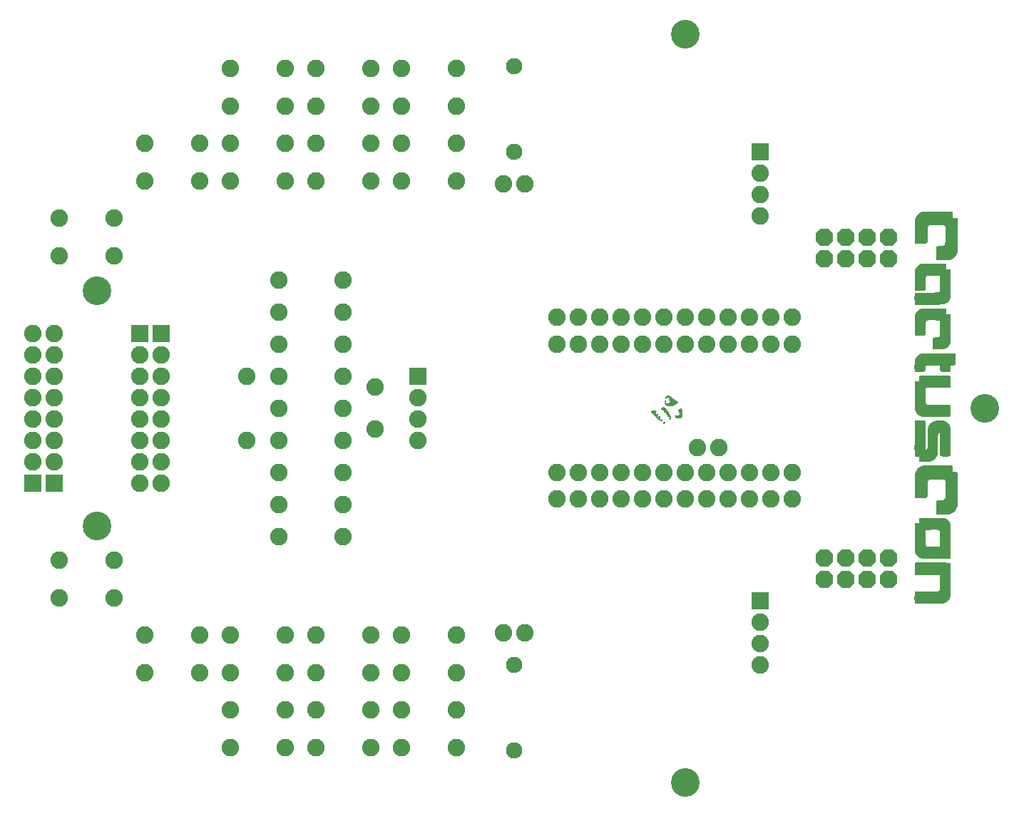
<source format=gts>
G75*
%MOIN*%
%OFA0B0*%
%FSLAX24Y24*%
%IPPOS*%
%LPD*%
%AMOC8*
5,1,8,0,0,1.08239X$1,22.5*
%
%ADD10C,0.1340*%
%ADD11C,0.0000*%
%ADD12C,0.0001*%
%ADD13C,0.0820*%
%ADD14OC8,0.0820*%
%ADD15R,0.0820X0.0820*%
%ADD16C,0.0760*%
D10*
X005485Y025402D03*
X005485Y014402D03*
X046985Y019902D03*
X032985Y002402D03*
X032985Y037402D03*
D11*
X045351Y012192D02*
X045351Y012231D01*
X045351Y012349D01*
X045350Y012388D01*
X045350Y012427D01*
X045349Y012506D01*
X045348Y012545D01*
X045347Y012585D01*
X045345Y012623D01*
X045334Y012661D01*
X045296Y012668D01*
X045256Y012670D01*
X045216Y012672D01*
X045177Y012673D01*
X045138Y012673D01*
X045098Y012674D01*
X045059Y012675D01*
X045019Y012675D01*
X044980Y012675D01*
X044940Y012676D01*
X044901Y012677D01*
X044821Y012677D01*
X044782Y012677D01*
X044703Y012677D01*
X044664Y012678D01*
X044545Y012678D01*
X044507Y012678D01*
X044353Y012678D01*
X044315Y012679D01*
X044085Y012679D01*
X044047Y012678D01*
X043932Y012678D01*
X043894Y012678D01*
X043855Y012678D01*
X043779Y012677D01*
X043740Y012675D01*
X043713Y012665D01*
X043697Y012641D01*
X043692Y012607D01*
X043690Y012572D01*
X043688Y012537D01*
X043688Y012503D01*
X043686Y012468D01*
X043686Y012433D01*
X043686Y012319D01*
X043686Y012279D01*
X043687Y012240D01*
X043690Y012200D01*
X043701Y012162D01*
X043718Y012138D01*
X044641Y012138D01*
X044681Y012138D01*
X044720Y012137D01*
X044759Y012137D01*
X044798Y012135D01*
X044837Y012133D01*
X044872Y012118D01*
X044877Y012080D01*
X044879Y012041D01*
X044880Y012002D01*
X044881Y011963D01*
X044881Y011923D01*
X044882Y011885D01*
X044883Y011845D01*
X044883Y011656D01*
X044882Y011619D01*
X044882Y011582D01*
X044881Y011545D01*
X044880Y011508D01*
X044878Y011471D01*
X044873Y011434D01*
X044865Y011398D01*
X044845Y011367D01*
X044817Y011343D01*
X044782Y011329D01*
X044744Y011325D01*
X044706Y011323D01*
X044668Y011322D01*
X044630Y011321D01*
X044592Y011320D01*
X044554Y011319D01*
X044516Y011319D01*
X044478Y011318D01*
X044440Y011318D01*
X044401Y011317D01*
X044364Y011317D01*
X044326Y011317D01*
X044288Y011317D01*
X044250Y011316D01*
X044211Y011315D01*
X044173Y011315D01*
X044135Y011315D01*
X044096Y011315D01*
X044058Y011314D01*
X044019Y011313D01*
X043981Y011313D01*
X043942Y011313D01*
X043904Y011313D01*
X043865Y011312D01*
X043827Y011312D01*
X043788Y011312D01*
X043750Y011311D01*
X043711Y011311D01*
X043698Y011285D01*
X043691Y011250D01*
X043688Y011215D01*
X043687Y011180D01*
X043686Y011144D01*
X043686Y011109D01*
X043685Y011073D01*
X043685Y010970D01*
X043686Y010935D01*
X043686Y010901D01*
X043687Y010867D01*
X043690Y010832D01*
X043702Y010801D01*
X043739Y010791D01*
X043778Y010788D01*
X043816Y010787D01*
X043855Y010787D01*
X043894Y010786D01*
X044166Y010786D01*
X044205Y010787D01*
X044321Y010787D01*
X044361Y010787D01*
X044436Y010787D01*
X044474Y010788D01*
X044587Y010788D01*
X044625Y010788D01*
X044700Y010788D01*
X044738Y010789D01*
X044851Y010789D01*
X044889Y010790D01*
X044965Y010790D01*
X045003Y010790D01*
X045036Y010805D01*
X045071Y010819D01*
X045105Y010836D01*
X045138Y010855D01*
X045170Y010878D01*
X045200Y010902D01*
X045228Y010928D01*
X045254Y010957D01*
X045277Y010988D01*
X045294Y011017D01*
X045308Y011047D01*
X045320Y011078D01*
X045330Y011110D01*
X045339Y011148D01*
X045344Y011186D01*
X045346Y011224D01*
X045348Y011263D01*
X045349Y011302D01*
X045350Y011340D01*
X045350Y011378D01*
X045350Y011417D01*
X045351Y011455D01*
X045351Y011570D01*
X045351Y011609D01*
X045351Y012192D01*
X045351Y021396D02*
X045332Y021402D01*
X045312Y021407D01*
X045273Y021411D01*
X045233Y021412D01*
X045194Y021413D01*
X045154Y021414D01*
X045115Y021415D01*
X045075Y021415D01*
X045035Y021416D01*
X044996Y021417D01*
X044956Y021417D01*
X044916Y021417D01*
X044837Y021417D01*
X044798Y021418D01*
X044292Y021418D01*
X044254Y021417D01*
X044177Y021417D01*
X044138Y021417D01*
X044100Y021417D01*
X044061Y021416D01*
X044023Y021415D01*
X043985Y021413D01*
X043946Y021411D01*
X043910Y021402D01*
X043898Y021372D01*
X043895Y021340D01*
X043893Y021308D01*
X043893Y021168D01*
X043821Y021168D01*
X043786Y021167D01*
X043750Y021163D01*
X043716Y021154D01*
X043692Y021130D01*
X043690Y021090D01*
X043689Y021052D01*
X043688Y021012D01*
X043688Y020973D01*
X043687Y020934D01*
X043687Y020895D01*
X043686Y020855D01*
X043686Y020425D01*
X043687Y020386D01*
X043687Y020347D01*
X043688Y020307D01*
X043688Y020268D01*
X043688Y020229D01*
X043688Y020190D01*
X043689Y020151D01*
X043690Y020072D01*
X043691Y020033D01*
X043691Y019994D01*
X043692Y019955D01*
X043693Y019916D01*
X043696Y019877D01*
X043706Y019843D01*
X043718Y019809D01*
X043733Y019777D01*
X043750Y019745D01*
X043767Y019714D01*
X043787Y019684D01*
X043809Y019656D01*
X043836Y019630D01*
X043866Y019607D01*
X043898Y019586D01*
X043932Y019568D01*
X043959Y019555D01*
X043986Y019541D01*
X044013Y019528D01*
X044051Y019528D01*
X044089Y019527D01*
X044165Y019527D01*
X044203Y019527D01*
X044280Y019527D01*
X044318Y019526D01*
X044394Y019526D01*
X044432Y019525D01*
X044508Y019525D01*
X044546Y019525D01*
X044622Y019525D01*
X044661Y019524D01*
X044815Y019524D01*
X044853Y019523D01*
X044930Y019523D01*
X044968Y019524D01*
X045083Y019524D01*
X045122Y019525D01*
X045160Y019525D01*
X045199Y019525D01*
X045237Y019526D01*
X045276Y019528D01*
X045313Y019535D01*
X045340Y019560D01*
X045347Y019597D01*
X045350Y019635D01*
X045351Y019673D01*
X045351Y019711D01*
X045351Y019822D01*
X045351Y019857D01*
X045351Y019891D01*
X045350Y019926D01*
X045349Y019960D01*
X045346Y019995D01*
X045336Y020028D01*
X045301Y020043D01*
X045261Y020046D01*
X045221Y020047D01*
X045181Y020048D01*
X045141Y020050D01*
X045101Y020050D01*
X045061Y020051D01*
X045021Y020051D01*
X044941Y020052D01*
X044901Y020052D01*
X044862Y020053D01*
X044822Y020053D01*
X044782Y020053D01*
X044706Y020055D01*
X044668Y020055D01*
X044630Y020055D01*
X044591Y020055D01*
X044553Y020056D01*
X044516Y020057D01*
X044478Y020057D01*
X044440Y020058D01*
X044401Y020058D01*
X044363Y020059D01*
X044325Y020060D01*
X044287Y020062D01*
X044250Y020067D01*
X044215Y020080D01*
X044193Y020100D01*
X044175Y020125D01*
X044171Y020163D01*
X044169Y020202D01*
X044167Y020241D01*
X044166Y020280D01*
X044166Y020319D01*
X044165Y020358D01*
X044165Y020398D01*
X044165Y020437D01*
X044164Y020476D01*
X044164Y020554D01*
X044165Y020593D01*
X044165Y020632D01*
X044165Y020671D01*
X044166Y020710D01*
X044166Y020749D01*
X044168Y020788D01*
X044170Y020827D01*
X044175Y020866D01*
X044211Y020876D01*
X044250Y020878D01*
X044288Y020880D01*
X044326Y020881D01*
X044365Y020882D01*
X044403Y020883D01*
X044442Y020883D01*
X044481Y020884D01*
X044519Y020885D01*
X044558Y020885D01*
X044596Y020885D01*
X044635Y020886D01*
X044673Y020886D01*
X044712Y020887D01*
X044751Y020887D01*
X044790Y020887D01*
X044828Y020888D01*
X044868Y020888D01*
X044906Y020888D01*
X044945Y020889D01*
X044985Y020889D01*
X045023Y020890D01*
X045063Y020890D01*
X045101Y020891D01*
X045140Y020892D01*
X045180Y020893D01*
X045218Y020894D01*
X045257Y020896D01*
X045296Y020898D01*
X045334Y020907D01*
X045346Y020940D01*
X045350Y020976D01*
X045350Y021012D01*
X045351Y021049D01*
X045351Y021085D01*
X045351Y021396D01*
X045351Y018931D02*
X045343Y018960D01*
X045333Y018990D01*
X045325Y019018D01*
X045314Y019052D01*
X045301Y019083D01*
X045285Y019114D01*
X045265Y019142D01*
X045241Y019167D01*
X045218Y019191D01*
X045193Y019213D01*
X045166Y019233D01*
X045138Y019252D01*
X045110Y019268D01*
X045084Y019282D01*
X045059Y019295D01*
X045034Y019309D01*
X044754Y019309D01*
X044715Y019308D01*
X044676Y019307D01*
X044638Y019304D01*
X044601Y019295D01*
X044566Y019280D01*
X044533Y019263D01*
X044501Y019245D01*
X044471Y019224D01*
X044443Y019200D01*
X044418Y019174D01*
X044394Y019146D01*
X044373Y019116D01*
X044355Y019084D01*
X044339Y019051D01*
X044325Y019017D01*
X044312Y018983D01*
X044300Y018949D01*
X044300Y018061D01*
X044273Y018016D01*
X044251Y017985D01*
X044220Y017964D01*
X044184Y017969D01*
X044173Y018007D01*
X044170Y018045D01*
X044168Y018085D01*
X044166Y018123D01*
X044166Y018163D01*
X044165Y018202D01*
X044165Y018241D01*
X044165Y018319D01*
X044164Y018358D01*
X044164Y018943D01*
X044163Y018982D01*
X044163Y019020D01*
X044163Y019059D01*
X044163Y019098D01*
X044162Y019137D01*
X044161Y019176D01*
X044160Y019215D01*
X044157Y019253D01*
X044148Y019291D01*
X044116Y019310D01*
X044078Y019313D01*
X044041Y019314D01*
X043890Y019314D01*
X043854Y019313D01*
X043818Y019313D01*
X043781Y019312D01*
X043745Y019310D01*
X043710Y019307D01*
X043693Y019273D01*
X043691Y019233D01*
X043691Y019193D01*
X043690Y019153D01*
X043690Y019114D01*
X043689Y019074D01*
X043689Y019035D01*
X043688Y018995D01*
X043688Y018915D01*
X043688Y018875D01*
X043688Y018796D01*
X043687Y018757D01*
X043687Y018637D01*
X043686Y018598D01*
X043686Y018361D01*
X043686Y018322D01*
X043686Y018165D01*
X043685Y018126D01*
X043685Y018008D01*
X043686Y017969D01*
X043686Y017930D01*
X043686Y017890D01*
X043688Y017852D01*
X043689Y017812D01*
X043691Y017773D01*
X043696Y017734D01*
X043706Y017697D01*
X043732Y017669D01*
X043771Y017667D01*
X043810Y017669D01*
X043893Y017669D01*
X043893Y017562D01*
X043894Y017529D01*
X043895Y017497D01*
X043898Y017465D01*
X043907Y017435D01*
X043939Y017421D01*
X043975Y017419D01*
X044046Y017419D01*
X044083Y017420D01*
X044118Y017420D01*
X044155Y017421D01*
X044193Y017422D01*
X044231Y017423D01*
X044270Y017423D01*
X044308Y017425D01*
X044346Y017427D01*
X044384Y017432D01*
X044421Y017441D01*
X044457Y017455D01*
X044492Y017472D01*
X044526Y017492D01*
X044558Y017514D01*
X044588Y017539D01*
X044615Y017567D01*
X044641Y017596D01*
X044663Y017628D01*
X044684Y017661D01*
X044702Y017695D01*
X044718Y017732D01*
X044730Y017767D01*
X044735Y017803D01*
X044738Y017841D01*
X044740Y017878D01*
X044740Y017916D01*
X044741Y017953D01*
X044743Y018028D01*
X044743Y018065D01*
X044743Y018102D01*
X044743Y018140D01*
X044745Y018215D01*
X044745Y018252D01*
X044745Y018290D01*
X044745Y018327D01*
X044746Y018365D01*
X044746Y018403D01*
X044746Y018441D01*
X044747Y018478D01*
X044748Y018517D01*
X044748Y018554D01*
X044749Y018592D01*
X044750Y018630D01*
X044752Y018667D01*
X044756Y018705D01*
X044771Y018739D01*
X044799Y018758D01*
X044833Y018757D01*
X044859Y018734D01*
X044870Y018698D01*
X044873Y018661D01*
X044875Y018623D01*
X044876Y018585D01*
X044878Y018510D01*
X044878Y018472D01*
X044879Y018435D01*
X044879Y018397D01*
X044880Y018360D01*
X044880Y018322D01*
X044880Y018284D01*
X044880Y018208D01*
X044881Y018170D01*
X044881Y018132D01*
X044881Y018094D01*
X044881Y018017D01*
X044882Y017979D01*
X044882Y017903D01*
X044883Y017864D01*
X044883Y017788D01*
X044883Y017750D01*
X044883Y017712D01*
X044911Y017690D01*
X044942Y017674D01*
X044977Y017670D01*
X045012Y017670D01*
X045047Y017670D01*
X045082Y017670D01*
X045117Y017671D01*
X045152Y017672D01*
X045186Y017672D01*
X045221Y017673D01*
X045256Y017676D01*
X045291Y017680D01*
X045323Y017692D01*
X045351Y017711D01*
X045351Y018931D01*
X045351Y024092D02*
X045350Y024130D01*
X045349Y024168D01*
X045347Y024206D01*
X045343Y024244D01*
X045332Y024281D01*
X045303Y024303D01*
X045265Y024304D01*
X045227Y024303D01*
X045143Y024303D01*
X045143Y024421D01*
X045143Y024455D01*
X045142Y024488D01*
X045140Y024521D01*
X045128Y024552D01*
X045091Y024557D01*
X045052Y024559D01*
X045014Y024560D01*
X044975Y024561D01*
X044937Y024561D01*
X044899Y024562D01*
X044630Y024562D01*
X044591Y024561D01*
X044516Y024561D01*
X044478Y024560D01*
X044403Y024560D01*
X044366Y024560D01*
X044291Y024560D01*
X044254Y024559D01*
X044179Y024559D01*
X044142Y024558D01*
X044067Y024558D01*
X044030Y024558D01*
X043992Y024558D01*
X043936Y024528D01*
X043904Y024510D01*
X043875Y024488D01*
X043846Y024465D01*
X043820Y024440D01*
X043796Y024413D01*
X043773Y024384D01*
X043753Y024354D01*
X043735Y024323D01*
X043719Y024290D01*
X043706Y024256D01*
X043696Y024221D01*
X043693Y024182D01*
X043691Y024142D01*
X043690Y024102D01*
X043689Y024063D01*
X043688Y024023D01*
X043688Y023983D01*
X043687Y023944D01*
X043686Y023904D01*
X043686Y023627D01*
X043687Y023588D01*
X043687Y023548D01*
X043688Y023508D01*
X043689Y023469D01*
X043690Y023430D01*
X043691Y023390D01*
X043695Y023350D01*
X043705Y023324D01*
X044031Y023324D01*
X044070Y023325D01*
X044108Y023328D01*
X044143Y023345D01*
X044159Y023379D01*
X044162Y023418D01*
X044163Y023456D01*
X044164Y023495D01*
X044164Y023765D01*
X044165Y023804D01*
X044165Y023843D01*
X044168Y023882D01*
X044171Y023920D01*
X044180Y023958D01*
X044196Y023993D01*
X044225Y024018D01*
X044260Y024032D01*
X044298Y024038D01*
X044337Y024041D01*
X044376Y024042D01*
X044415Y024042D01*
X044453Y024042D01*
X044531Y024042D01*
X044569Y024041D01*
X044608Y024041D01*
X044646Y024040D01*
X044685Y024039D01*
X044723Y024037D01*
X044761Y024035D01*
X044800Y024032D01*
X044838Y024026D01*
X044873Y024011D01*
X044877Y023972D01*
X044878Y023933D01*
X044880Y023894D01*
X044881Y023855D01*
X044881Y023815D01*
X044882Y023777D01*
X044882Y023737D01*
X044883Y023698D01*
X044883Y023547D01*
X044882Y023510D01*
X044882Y023473D01*
X044881Y023435D01*
X044880Y023398D01*
X044878Y023361D01*
X044875Y023324D01*
X044867Y023287D01*
X044849Y023255D01*
X044818Y023234D01*
X044783Y023222D01*
X044747Y023216D01*
X044710Y023212D01*
X044673Y023210D01*
X044641Y023207D01*
X044608Y023204D01*
X044576Y023200D01*
X044545Y023190D01*
X044533Y023156D01*
X044531Y023120D01*
X044530Y023084D01*
X044529Y023048D01*
X044529Y023012D01*
X044528Y022975D01*
X044528Y022939D01*
X044529Y022903D01*
X044529Y022832D01*
X044530Y022797D01*
X044531Y022761D01*
X044533Y022725D01*
X044541Y022690D01*
X044578Y022683D01*
X044616Y022680D01*
X044654Y022679D01*
X044692Y022678D01*
X044730Y022678D01*
X044768Y022678D01*
X044804Y022678D01*
X044839Y022678D01*
X044875Y022678D01*
X044910Y022679D01*
X044946Y022681D01*
X044981Y022684D01*
X045016Y022690D01*
X045050Y022701D01*
X045085Y022714D01*
X045120Y022730D01*
X045153Y022749D01*
X045184Y022770D01*
X045213Y022795D01*
X045240Y022822D01*
X045263Y022852D01*
X045284Y022883D01*
X045301Y022917D01*
X045316Y022952D01*
X045329Y022988D01*
X045339Y023025D01*
X045344Y023062D01*
X045347Y023100D01*
X045348Y023138D01*
X045350Y023176D01*
X045350Y023214D01*
X045350Y023252D01*
X045351Y023290D01*
X045351Y023367D01*
X045351Y023405D01*
X045351Y024092D01*
X045673Y028472D02*
X045672Y028512D01*
X045672Y028551D01*
X045671Y028590D01*
X045671Y028630D01*
X045671Y028669D01*
X045670Y028709D01*
X045668Y028748D01*
X045663Y028787D01*
X045635Y028798D01*
X045604Y028800D01*
X045573Y028802D01*
X045435Y028802D01*
X045435Y028982D01*
X045434Y029021D01*
X045431Y029060D01*
X045414Y029093D01*
X045376Y029098D01*
X045338Y029099D01*
X045299Y029100D01*
X045261Y029101D01*
X045223Y029101D01*
X045184Y029102D01*
X045146Y029102D01*
X045108Y029102D01*
X044839Y029102D01*
X044801Y029102D01*
X044685Y029102D01*
X044645Y029101D01*
X044527Y029101D01*
X044488Y029100D01*
X044409Y029100D01*
X044370Y029100D01*
X044251Y029100D01*
X044212Y029099D01*
X044133Y029099D01*
X044094Y029098D01*
X044055Y029098D01*
X044019Y029082D01*
X043983Y029065D01*
X043948Y029045D01*
X043915Y029023D01*
X043883Y028999D01*
X043854Y028972D01*
X043827Y028943D01*
X043802Y028912D01*
X043779Y028880D01*
X043758Y028845D01*
X043740Y028810D01*
X043725Y028773D01*
X043711Y028736D01*
X043701Y028698D01*
X043696Y028659D01*
X043693Y028620D01*
X043691Y028580D01*
X043690Y028542D01*
X043688Y028502D01*
X043688Y028463D01*
X043687Y028424D01*
X043687Y028385D01*
X043686Y028345D01*
X043686Y028267D01*
X043686Y028228D01*
X043686Y027877D01*
X043686Y027838D01*
X043686Y027800D01*
X043687Y027760D01*
X043689Y027722D01*
X043691Y027683D01*
X043703Y027647D01*
X043737Y027628D01*
X043776Y027626D01*
X043815Y027625D01*
X043855Y027626D01*
X043894Y027626D01*
X043933Y027627D01*
X043973Y027627D01*
X044011Y027628D01*
X044050Y027628D01*
X044088Y027629D01*
X044126Y027630D01*
X044165Y027632D01*
X044203Y027635D01*
X044241Y027645D01*
X044252Y027678D01*
X044255Y027715D01*
X044256Y027752D01*
X044257Y027789D01*
X044257Y027826D01*
X044258Y027863D01*
X044258Y028087D01*
X044258Y028125D01*
X044258Y028163D01*
X044259Y028201D01*
X044260Y028239D01*
X044261Y028277D01*
X044262Y028315D01*
X044264Y028353D01*
X044269Y028392D01*
X044288Y028422D01*
X044313Y028448D01*
X044329Y028461D01*
X044345Y028473D01*
X044382Y028474D01*
X044419Y028474D01*
X044456Y028475D01*
X044493Y028475D01*
X044529Y028475D01*
X044566Y028475D01*
X044603Y028476D01*
X044640Y028476D01*
X044676Y028477D01*
X044713Y028477D01*
X044752Y028477D01*
X044946Y028477D01*
X044985Y028477D01*
X045024Y028475D01*
X045063Y028473D01*
X045101Y028468D01*
X045116Y028437D01*
X045120Y028399D01*
X045121Y028362D01*
X045121Y028324D01*
X045121Y028287D01*
X045122Y028250D01*
X045122Y027793D01*
X045121Y027716D01*
X045120Y027677D01*
X045118Y027639D01*
X045113Y027600D01*
X045105Y027563D01*
X045084Y027531D01*
X045053Y027509D01*
X045018Y027493D01*
X044981Y027486D01*
X044944Y027483D01*
X044906Y027481D01*
X044869Y027479D01*
X044836Y027478D01*
X044803Y027477D01*
X044770Y027474D01*
X044738Y027470D01*
X044710Y027453D01*
X044703Y027417D01*
X044700Y027380D01*
X044697Y027342D01*
X044696Y027305D01*
X044695Y027267D01*
X044694Y027229D01*
X044694Y027192D01*
X044693Y027154D01*
X044694Y027117D01*
X044694Y027079D01*
X044695Y027042D01*
X044696Y027003D01*
X044697Y026966D01*
X044699Y026928D01*
X044702Y026891D01*
X044710Y026855D01*
X044745Y026848D01*
X044781Y026846D01*
X044818Y026845D01*
X044854Y026845D01*
X044926Y026845D01*
X044963Y026845D01*
X044999Y026846D01*
X045038Y026846D01*
X045078Y026847D01*
X045116Y026847D01*
X045156Y026848D01*
X045195Y026848D01*
X045234Y026848D01*
X045273Y026849D01*
X045299Y026860D01*
X045325Y026872D01*
X045351Y026883D01*
X045386Y026899D01*
X045420Y026917D01*
X045453Y026938D01*
X045483Y026960D01*
X045513Y026985D01*
X045540Y027013D01*
X045565Y027042D01*
X045588Y027072D01*
X045610Y027105D01*
X045628Y027138D01*
X045645Y027173D01*
X045657Y027198D01*
X045669Y027224D01*
X045669Y027302D01*
X045670Y027340D01*
X045670Y027457D01*
X045670Y027495D01*
X045670Y027611D01*
X045671Y027650D01*
X045671Y027766D01*
X045671Y027805D01*
X045671Y027921D01*
X045672Y027960D01*
X045672Y028117D01*
X045673Y028156D01*
X045673Y028472D01*
X045570Y022280D02*
X045570Y022315D01*
X045569Y022351D01*
X045568Y022386D01*
X045566Y022422D01*
X045553Y022453D01*
X045515Y022455D01*
X045476Y022456D01*
X045437Y022457D01*
X045398Y022457D01*
X045360Y022457D01*
X045321Y022457D01*
X045282Y022458D01*
X045243Y022458D01*
X045205Y022458D01*
X045127Y022458D01*
X045088Y022459D01*
X044311Y022459D01*
X044273Y022458D01*
X044234Y022458D01*
X044195Y022458D01*
X044156Y022457D01*
X044118Y022457D01*
X044078Y022455D01*
X044040Y022453D01*
X044001Y022448D01*
X043964Y022438D01*
X043930Y022422D01*
X043898Y022402D01*
X043868Y022380D01*
X043839Y022355D01*
X043811Y022330D01*
X043786Y022302D01*
X043763Y022272D01*
X043743Y022241D01*
X043728Y022207D01*
X043715Y022168D01*
X043701Y022132D01*
X043695Y022095D01*
X043691Y022057D01*
X043689Y022020D01*
X043688Y021982D01*
X043686Y021945D01*
X043685Y021908D01*
X043685Y021870D01*
X043685Y021795D01*
X043685Y021758D01*
X043687Y021720D01*
X043690Y021683D01*
X043696Y021647D01*
X043726Y021630D01*
X043763Y021628D01*
X043799Y021627D01*
X043835Y021627D01*
X043872Y021626D01*
X043948Y021626D01*
X043987Y021627D01*
X044026Y021627D01*
X044066Y021628D01*
X044105Y021634D01*
X044140Y021651D01*
X044156Y021687D01*
X044161Y021725D01*
X044164Y021765D01*
X044166Y021797D01*
X044170Y021828D01*
X044176Y021860D01*
X044191Y021888D01*
X044218Y021912D01*
X044251Y021926D01*
X044288Y021932D01*
X044324Y021935D01*
X044361Y021937D01*
X044397Y021938D01*
X044434Y021938D01*
X044470Y021938D01*
X044883Y021938D01*
X044883Y021733D01*
X044885Y021696D01*
X044894Y021661D01*
X044921Y021637D01*
X044956Y021629D01*
X044992Y021627D01*
X045028Y021626D01*
X045101Y021626D01*
X045137Y021627D01*
X045173Y021627D01*
X045208Y021628D01*
X045244Y021630D01*
X045280Y021633D01*
X045314Y021641D01*
X045343Y021661D01*
X045348Y021697D01*
X045350Y021733D01*
X045351Y021770D01*
X045351Y021806D01*
X045351Y021938D01*
X045445Y021938D01*
X045482Y021939D01*
X045519Y021942D01*
X045554Y021955D01*
X045565Y021989D01*
X045568Y022026D01*
X045569Y022062D01*
X045570Y022099D01*
X045570Y022136D01*
X045570Y022172D01*
X045570Y022280D01*
X045351Y025920D02*
X045351Y025959D01*
X045351Y026075D01*
X045350Y026113D01*
X045350Y026152D01*
X045350Y026191D01*
X045349Y026230D01*
X045348Y026268D01*
X045347Y026307D01*
X045345Y026345D01*
X045339Y026383D01*
X045305Y026393D01*
X045270Y026395D01*
X045235Y026396D01*
X045144Y026396D01*
X045143Y026427D01*
X045141Y026488D01*
X045141Y026518D01*
X045140Y026555D01*
X045138Y026591D01*
X045135Y026627D01*
X045112Y026653D01*
X045072Y026658D01*
X045033Y026660D01*
X044993Y026662D01*
X044953Y026663D01*
X044913Y026663D01*
X044873Y026664D01*
X044793Y026665D01*
X044753Y026666D01*
X044713Y026667D01*
X044634Y026667D01*
X044594Y026667D01*
X044435Y026667D01*
X044395Y026667D01*
X044355Y026667D01*
X044315Y026666D01*
X044275Y026666D01*
X044235Y026665D01*
X044195Y026664D01*
X044155Y026663D01*
X044115Y026662D01*
X044076Y026660D01*
X044036Y026657D01*
X044000Y026649D01*
X043964Y026638D01*
X043930Y026623D01*
X043898Y026605D01*
X043868Y026583D01*
X043840Y026559D01*
X043812Y026532D01*
X043786Y026504D01*
X043762Y026473D01*
X043742Y026441D01*
X043725Y026407D01*
X043711Y026370D01*
X043700Y026333D01*
X043694Y026295D01*
X043691Y026255D01*
X043690Y026216D01*
X043689Y026177D01*
X043689Y026137D01*
X043688Y026098D01*
X043688Y025822D01*
X043689Y025782D01*
X043689Y025743D01*
X043690Y025703D01*
X043690Y025663D01*
X043690Y025623D01*
X043691Y025584D01*
X043691Y025544D01*
X043693Y025504D01*
X043695Y025465D01*
X043706Y025427D01*
X043741Y025422D01*
X043776Y025420D01*
X043813Y025419D01*
X043848Y025418D01*
X043884Y025417D01*
X043994Y025417D01*
X044031Y025418D01*
X044068Y025419D01*
X044106Y025422D01*
X044141Y025433D01*
X044159Y025465D01*
X044162Y025504D01*
X044163Y025543D01*
X044164Y025581D01*
X044164Y025813D01*
X044165Y025852D01*
X044165Y025890D01*
X044166Y025929D01*
X044167Y025968D01*
X044170Y026007D01*
X044176Y026045D01*
X044190Y026081D01*
X044216Y026110D01*
X044249Y026124D01*
X044286Y026128D01*
X044323Y026129D01*
X044360Y026130D01*
X044397Y026130D01*
X044665Y026130D01*
X044785Y026128D01*
X044825Y026126D01*
X044862Y026115D01*
X044866Y026078D01*
X044868Y026041D01*
X044869Y026003D01*
X044870Y025967D01*
X044871Y025929D01*
X044871Y025892D01*
X044871Y025855D01*
X044872Y025818D01*
X044872Y025387D01*
X044847Y025357D01*
X044817Y025333D01*
X044781Y025321D01*
X044743Y025314D01*
X044705Y025310D01*
X044666Y025308D01*
X044627Y025307D01*
X044588Y025305D01*
X044550Y025305D01*
X044511Y025304D01*
X044473Y025303D01*
X044434Y025303D01*
X044241Y025303D01*
X044203Y025302D01*
X043718Y025302D01*
X043701Y025279D01*
X043691Y025247D01*
X043688Y025213D01*
X043686Y025178D01*
X043686Y025144D01*
X043685Y025109D01*
X043685Y025006D01*
X043686Y024971D01*
X043686Y024937D01*
X043687Y024902D01*
X043688Y024867D01*
X043691Y024832D01*
X043695Y024798D01*
X043705Y024772D01*
X044673Y024772D01*
X044711Y024772D01*
X044750Y024772D01*
X044789Y024773D01*
X044828Y024773D01*
X044867Y024775D01*
X044906Y024776D01*
X044945Y024778D01*
X044983Y024783D01*
X045021Y024792D01*
X045059Y024803D01*
X045096Y024818D01*
X045132Y024836D01*
X045166Y024857D01*
X045198Y024881D01*
X045226Y024908D01*
X045253Y024938D01*
X045276Y024971D01*
X045296Y025005D01*
X045312Y025042D01*
X045326Y025079D01*
X045335Y025106D01*
X045343Y025133D01*
X045351Y025160D01*
X045351Y025920D01*
X045685Y016489D02*
X045684Y016529D01*
X045684Y016608D01*
X045683Y016648D01*
X045683Y016688D01*
X045683Y016728D01*
X045681Y016768D01*
X045680Y016807D01*
X045678Y016847D01*
X045668Y016885D01*
X045642Y016904D01*
X045610Y016908D01*
X045576Y016908D01*
X045435Y016908D01*
X045435Y017200D01*
X045407Y017211D01*
X045367Y017215D01*
X045327Y017217D01*
X045247Y017218D01*
X045207Y017218D01*
X045167Y017218D01*
X045127Y017219D01*
X044808Y017219D01*
X044768Y017218D01*
X044688Y017218D01*
X044649Y017218D01*
X044570Y017218D01*
X044531Y017217D01*
X044452Y017217D01*
X044413Y017217D01*
X044373Y017217D01*
X044334Y017216D01*
X044295Y017215D01*
X044255Y017215D01*
X044216Y017215D01*
X044177Y017213D01*
X044138Y017212D01*
X044098Y017210D01*
X044060Y017205D01*
X044022Y017193D01*
X043986Y017177D01*
X043952Y017158D01*
X043919Y017137D01*
X043888Y017113D01*
X043859Y017087D01*
X043832Y017059D01*
X043808Y017028D01*
X043785Y016997D01*
X043766Y016967D01*
X043750Y016935D01*
X043734Y016903D01*
X043720Y016870D01*
X043709Y016837D01*
X043699Y016803D01*
X043692Y016768D01*
X043690Y016729D01*
X043689Y016690D01*
X043688Y016652D01*
X043688Y016613D01*
X043687Y016574D01*
X043687Y016496D01*
X043686Y016457D01*
X043686Y016224D01*
X043687Y016185D01*
X043687Y016108D01*
X043688Y016069D01*
X043688Y016030D01*
X043688Y015991D01*
X043689Y015952D01*
X043690Y015913D01*
X043690Y015875D01*
X043691Y015836D01*
X043692Y015797D01*
X043695Y015758D01*
X043705Y015732D01*
X044066Y015732D01*
X044101Y015732D01*
X044136Y015733D01*
X044171Y015734D01*
X044206Y015738D01*
X044237Y015753D01*
X044252Y015786D01*
X044255Y015823D01*
X044256Y015861D01*
X044257Y015898D01*
X044258Y015935D01*
X044258Y016239D01*
X044258Y016278D01*
X044258Y016317D01*
X044259Y016356D01*
X044260Y016395D01*
X044263Y016433D01*
X044266Y016472D01*
X044275Y016510D01*
X044296Y016543D01*
X044327Y016566D01*
X044367Y016591D01*
X044841Y016591D01*
X044879Y016590D01*
X044917Y016590D01*
X044955Y016590D01*
X044993Y016589D01*
X045031Y016588D01*
X045068Y016585D01*
X045105Y016577D01*
X045116Y016542D01*
X045119Y016503D01*
X045120Y016466D01*
X045121Y016428D01*
X045121Y016390D01*
X045121Y016352D01*
X045122Y016314D01*
X045122Y015688D01*
X045103Y015668D01*
X045083Y015648D01*
X045056Y015625D01*
X045026Y015607D01*
X044992Y015597D01*
X044957Y015590D01*
X044922Y015588D01*
X044886Y015587D01*
X044851Y015586D01*
X044777Y015586D01*
X044740Y015582D01*
X044712Y015559D01*
X044701Y015524D01*
X044697Y015487D01*
X044696Y015450D01*
X044695Y015413D01*
X044695Y015189D01*
X044696Y015151D01*
X044696Y015113D01*
X044697Y015075D01*
X044698Y015038D01*
X044700Y015000D01*
X044708Y014963D01*
X044743Y014955D01*
X044780Y014953D01*
X044818Y014952D01*
X044891Y014951D01*
X045041Y014951D01*
X045080Y014952D01*
X045118Y014953D01*
X045156Y014954D01*
X045193Y014957D01*
X045231Y014960D01*
X045269Y014966D01*
X045306Y014974D01*
X045342Y014987D01*
X045376Y015002D01*
X045410Y015020D01*
X045444Y015040D01*
X045475Y015062D01*
X045505Y015087D01*
X045533Y015113D01*
X045558Y015143D01*
X045581Y015175D01*
X045601Y015208D01*
X045620Y015242D01*
X045635Y015274D01*
X045649Y015307D01*
X045660Y015340D01*
X045666Y015375D01*
X045671Y015410D01*
X045674Y015445D01*
X045676Y015483D01*
X045678Y015522D01*
X045679Y015560D01*
X045680Y015598D01*
X045680Y015637D01*
X045681Y015675D01*
X045681Y015713D01*
X045683Y015790D01*
X045683Y015828D01*
X045683Y015867D01*
X045683Y015905D01*
X045684Y015943D01*
X045684Y016020D01*
X045685Y016058D01*
X045685Y016489D01*
X045351Y014036D02*
X045351Y014042D01*
X045351Y014080D01*
X045351Y014158D01*
X045350Y014197D01*
X045350Y014236D01*
X045349Y014275D01*
X045348Y014314D01*
X045346Y014353D01*
X045343Y014392D01*
X045338Y014430D01*
X045329Y014468D01*
X045320Y014500D01*
X045310Y014532D01*
X045295Y014561D01*
X045276Y014588D01*
X045256Y014614D01*
X045232Y014640D01*
X045206Y014665D01*
X045180Y014688D01*
X045151Y014708D01*
X045117Y014729D01*
X045081Y014747D01*
X045044Y014757D01*
X045005Y014763D01*
X044966Y014767D01*
X044926Y014770D01*
X044887Y014771D01*
X044848Y014772D01*
X044808Y014772D01*
X044769Y014773D01*
X044730Y014773D01*
X043913Y014773D01*
X043903Y014747D01*
X043898Y014716D01*
X043895Y014685D01*
X043894Y014653D01*
X043893Y014622D01*
X043893Y014523D01*
X043821Y014523D01*
X043786Y014523D01*
X043750Y014519D01*
X043716Y014510D01*
X043692Y014485D01*
X043691Y014445D01*
X043690Y014406D01*
X043690Y014367D01*
X043689Y014327D01*
X043689Y014208D01*
X043688Y014168D01*
X043688Y014036D01*
X044167Y014036D01*
X044167Y014053D01*
X044168Y014092D01*
X044169Y014132D01*
X044170Y014172D01*
X044173Y014211D01*
X044181Y014237D01*
X044219Y014238D01*
X044257Y014238D01*
X044296Y014238D01*
X044334Y014238D01*
X044372Y014239D01*
X044411Y014239D01*
X044449Y014240D01*
X044488Y014240D01*
X044524Y014240D01*
X044670Y014240D01*
X044706Y014240D01*
X044742Y014238D01*
X044779Y014236D01*
X044815Y014229D01*
X044845Y014210D01*
X044865Y014180D01*
X044876Y014143D01*
X044879Y014104D01*
X044881Y014065D01*
X044881Y014036D01*
X045351Y014036D01*
X044881Y014036D01*
X044881Y014026D01*
X044881Y013987D01*
X044881Y013948D01*
X044881Y013909D01*
X044881Y013832D01*
X044880Y013793D01*
X044880Y013756D01*
X044880Y013719D01*
X044879Y013683D01*
X044879Y013646D01*
X044878Y013610D01*
X044877Y013573D01*
X044876Y013537D01*
X044875Y013500D01*
X044872Y013463D01*
X044864Y013428D01*
X044830Y013420D01*
X044794Y013418D01*
X044758Y013417D01*
X044723Y013415D01*
X044687Y013415D01*
X044651Y013415D01*
X044397Y013415D01*
X044360Y013415D01*
X044323Y013416D01*
X044286Y013417D01*
X044249Y013420D01*
X044216Y013435D01*
X044195Y013461D01*
X044178Y013490D01*
X044171Y013525D01*
X044168Y013562D01*
X044167Y013598D01*
X044166Y013635D01*
X044165Y013672D01*
X044165Y013894D01*
X044166Y013933D01*
X044166Y013973D01*
X044166Y014013D01*
X044167Y014036D01*
X043688Y014036D01*
X043688Y013931D01*
X043689Y013892D01*
X043689Y013693D01*
X043690Y013653D01*
X043690Y013575D01*
X043690Y013535D01*
X043690Y013495D01*
X043691Y013455D01*
X043691Y013416D01*
X043691Y013376D01*
X043693Y013337D01*
X043694Y013297D01*
X043696Y013257D01*
X043701Y013218D01*
X043712Y013180D01*
X043726Y013146D01*
X043743Y013113D01*
X043763Y013082D01*
X043784Y013052D01*
X043808Y013023D01*
X043834Y012997D01*
X043862Y012973D01*
X043892Y012952D01*
X043924Y012933D01*
X043958Y012917D01*
X043992Y012905D01*
X044028Y012895D01*
X044064Y012887D01*
X044101Y012885D01*
X044140Y012883D01*
X044178Y012883D01*
X044216Y012882D01*
X044292Y012881D01*
X044330Y012881D01*
X044368Y012880D01*
X044445Y012880D01*
X044483Y012880D01*
X044559Y012880D01*
X044597Y012880D01*
X044750Y012880D01*
X044788Y012881D01*
X044865Y012881D01*
X044903Y012882D01*
X044941Y012882D01*
X044980Y012882D01*
X045018Y012882D01*
X045056Y012883D01*
X045095Y012883D01*
X045133Y012884D01*
X045172Y012885D01*
X045210Y012886D01*
X045248Y012888D01*
X045286Y012891D01*
X045323Y012902D01*
X045351Y012920D01*
X045351Y014036D01*
X031504Y019597D02*
X031535Y019565D01*
X031566Y019533D01*
X031598Y019502D01*
X031630Y019472D01*
X031663Y019442D01*
X031697Y019413D01*
X031767Y019357D01*
X031755Y019404D01*
X031753Y019447D01*
X031764Y019488D01*
X031774Y019514D01*
X031754Y019525D01*
X031727Y019516D01*
X031701Y019505D01*
X031663Y019494D01*
X031629Y019507D01*
X031629Y019546D01*
X031643Y019583D01*
X031658Y019612D01*
X031673Y019642D01*
X031641Y019636D01*
X031609Y019631D01*
X031569Y019627D01*
X031545Y019652D01*
X031554Y019689D01*
X031572Y019723D01*
X031589Y019751D01*
X031571Y019773D01*
X031526Y019781D01*
X031481Y019783D01*
X031436Y019782D01*
X031392Y019771D01*
X031385Y019738D01*
X031404Y019706D01*
X031428Y019678D01*
X031452Y019650D01*
X031478Y019623D01*
X031504Y019597D01*
X031864Y019335D02*
X031880Y019374D01*
X031832Y019367D01*
X031797Y019357D01*
X031809Y019328D01*
X031839Y019310D01*
X031864Y019335D01*
X031913Y019839D02*
X031956Y019837D01*
X031978Y019811D01*
X031967Y019784D01*
X031955Y019756D01*
X031972Y019731D01*
X032010Y019729D01*
X032039Y019728D01*
X032067Y019723D01*
X032070Y019698D01*
X032058Y019672D01*
X032056Y019640D01*
X032094Y019637D01*
X032128Y019632D01*
X032150Y019608D01*
X032145Y019575D01*
X032131Y019544D01*
X032129Y019512D01*
X032167Y019509D01*
X032196Y019506D01*
X032224Y019496D01*
X032236Y019470D01*
X032223Y019444D01*
X032211Y019421D01*
X032231Y019406D01*
X032274Y019410D01*
X032276Y019456D01*
X032263Y019501D01*
X032244Y019544D01*
X032224Y019586D01*
X032201Y019626D01*
X032177Y019667D01*
X032152Y019706D01*
X032128Y019742D01*
X032103Y019777D01*
X032078Y019811D01*
X032051Y019845D01*
X032023Y019877D01*
X031993Y019908D01*
X031959Y019934D01*
X031919Y019949D01*
X031891Y019933D01*
X031869Y019910D01*
X031850Y019883D01*
X031838Y019853D01*
X031874Y019841D01*
X031913Y019839D01*
X031946Y019197D02*
X031981Y019219D01*
X032003Y019253D01*
X031959Y019257D01*
X031932Y019247D01*
X031924Y019222D01*
X031946Y019197D01*
X031946Y019197D01*
X032022Y020205D02*
X032040Y020209D01*
X032022Y020251D01*
X032006Y020236D01*
X032022Y020205D01*
X032022Y020205D01*
X032059Y020076D02*
X032093Y020050D01*
X032132Y020030D01*
X032174Y020017D01*
X032217Y020012D01*
X032260Y020013D01*
X032303Y020019D01*
X032346Y020029D01*
X032387Y020044D01*
X032426Y020062D01*
X032464Y020083D01*
X032501Y020106D01*
X032536Y020132D01*
X032573Y020162D01*
X032611Y020192D01*
X032588Y020205D01*
X032544Y020230D01*
X032522Y020243D01*
X032484Y020267D01*
X032446Y020294D01*
X032409Y020321D01*
X032373Y020348D01*
X032337Y020377D01*
X032301Y020406D01*
X032272Y020431D01*
X032242Y020454D01*
X032212Y020477D01*
X032178Y020496D01*
X032141Y020502D01*
X032108Y020485D01*
X032082Y020457D01*
X032059Y020427D01*
X032040Y020400D01*
X032021Y020373D01*
X032049Y020387D01*
X032077Y020401D01*
X032104Y020413D01*
X032132Y020419D01*
X032161Y020416D01*
X032188Y020406D01*
X032230Y020382D01*
X032262Y020345D01*
X032278Y020299D01*
X032275Y020250D01*
X032255Y020206D01*
X032225Y020167D01*
X032199Y020145D01*
X032171Y020127D01*
X032139Y020117D01*
X032105Y020116D01*
X032073Y020126D01*
X032044Y020142D01*
X032012Y020159D01*
X032012Y020131D01*
X032034Y020102D01*
X032059Y020076D01*
X032223Y020270D02*
X032242Y020296D01*
X032223Y020334D01*
X032205Y020307D01*
X032223Y020270D01*
X032498Y019519D02*
X032521Y019484D01*
X032555Y019460D01*
X032595Y019448D01*
X032637Y019445D01*
X032678Y019451D01*
X032718Y019464D01*
X032754Y019485D01*
X032785Y019513D01*
X032806Y019541D01*
X032814Y019575D01*
X032813Y019610D01*
X032810Y019644D01*
X032806Y019679D01*
X032802Y019713D01*
X032796Y019757D01*
X032790Y019800D01*
X032782Y019843D01*
X032769Y019885D01*
X032745Y019881D01*
X032722Y019869D01*
X032700Y019856D01*
X032679Y019841D01*
X032645Y019814D01*
X032632Y019784D01*
X032670Y019771D01*
X032700Y019745D01*
X032725Y019714D01*
X032737Y019676D01*
X032727Y019644D01*
X032708Y019616D01*
X032684Y019591D01*
X032658Y019570D01*
X032628Y019553D01*
X032595Y019545D01*
X032554Y019551D01*
X032515Y019564D01*
X032483Y019563D01*
X032498Y019519D01*
X032682Y019683D02*
X032700Y019690D01*
X032682Y019719D01*
X032663Y019712D01*
X032682Y019683D01*
D12*
X043834Y010787D02*
X044343Y010787D01*
X044593Y010788D02*
X043794Y010788D01*
X043770Y010789D02*
X044729Y010789D01*
X044978Y010790D02*
X043755Y010790D01*
X043740Y010791D02*
X045004Y010791D01*
X045006Y010792D02*
X043735Y010792D01*
X043732Y010793D02*
X045009Y010793D01*
X045011Y010794D02*
X043728Y010794D01*
X043724Y010795D02*
X045013Y010795D01*
X045016Y010796D02*
X043721Y010796D01*
X043717Y010797D02*
X045018Y010797D01*
X045020Y010798D02*
X043713Y010798D01*
X043710Y010799D02*
X045023Y010799D01*
X045025Y010800D02*
X043706Y010800D01*
X043702Y010801D02*
X045028Y010801D01*
X045030Y010802D02*
X043702Y010802D01*
X043701Y010803D02*
X045032Y010803D01*
X045035Y010804D02*
X043701Y010804D01*
X043701Y010805D02*
X045037Y010805D01*
X045039Y010806D02*
X043700Y010806D01*
X043700Y010807D02*
X045042Y010807D01*
X045044Y010808D02*
X043699Y010808D01*
X043699Y010809D02*
X045046Y010809D01*
X045049Y010810D02*
X043699Y010810D01*
X043698Y010811D02*
X045051Y010811D01*
X045054Y010812D02*
X043698Y010812D01*
X043698Y010813D02*
X045056Y010813D01*
X045058Y010814D02*
X043697Y010814D01*
X043697Y010815D02*
X045061Y010815D01*
X045063Y010816D02*
X043696Y010816D01*
X043696Y010817D02*
X045066Y010817D01*
X045068Y010818D02*
X043696Y010818D01*
X043695Y010819D02*
X045070Y010819D01*
X045072Y010820D02*
X043695Y010820D01*
X043695Y010821D02*
X045074Y010821D01*
X045076Y010822D02*
X043694Y010822D01*
X043694Y010823D02*
X045078Y010823D01*
X045081Y010824D02*
X043693Y010824D01*
X043693Y010825D02*
X045083Y010825D01*
X045085Y010826D02*
X043693Y010826D01*
X043692Y010827D02*
X045087Y010827D01*
X045089Y010828D02*
X043692Y010828D01*
X043691Y010829D02*
X045091Y010829D01*
X045093Y010830D02*
X043691Y010830D01*
X043691Y010831D02*
X045095Y010831D01*
X045097Y010832D02*
X043690Y010832D01*
X043690Y010833D02*
X045099Y010833D01*
X045101Y010834D02*
X043690Y010834D01*
X043690Y010835D02*
X045103Y010835D01*
X045105Y010836D02*
X043690Y010836D01*
X043690Y010837D02*
X045107Y010837D01*
X045108Y010838D02*
X043690Y010838D01*
X043690Y010839D02*
X045110Y010839D01*
X045112Y010840D02*
X043690Y010840D01*
X043689Y010841D02*
X045113Y010841D01*
X045115Y010842D02*
X043689Y010842D01*
X043689Y010843D02*
X045117Y010843D01*
X045119Y010844D02*
X043689Y010844D01*
X043689Y010845D02*
X045120Y010845D01*
X045122Y010846D02*
X043689Y010846D01*
X043689Y010847D02*
X045124Y010847D01*
X045125Y010848D02*
X043689Y010848D01*
X043689Y010849D02*
X045127Y010849D01*
X045129Y010850D02*
X043689Y010850D01*
X043689Y010851D02*
X045131Y010851D01*
X045132Y010852D02*
X043688Y010852D01*
X043688Y010853D02*
X045134Y010853D01*
X045136Y010854D02*
X043688Y010854D01*
X043688Y010855D02*
X045137Y010855D01*
X045139Y010856D02*
X043688Y010856D01*
X043688Y010857D02*
X045140Y010857D01*
X045142Y010858D02*
X043688Y010858D01*
X043688Y010859D02*
X045143Y010859D01*
X045145Y010860D02*
X043688Y010860D01*
X043688Y010861D02*
X045146Y010861D01*
X045147Y010862D02*
X043688Y010862D01*
X043687Y010863D02*
X045149Y010863D01*
X045150Y010864D02*
X043687Y010864D01*
X043687Y010865D02*
X045152Y010865D01*
X045153Y010866D02*
X043687Y010866D01*
X043687Y010867D02*
X045155Y010867D01*
X045156Y010868D02*
X043687Y010868D01*
X043687Y010869D02*
X045157Y010869D01*
X045159Y010870D02*
X043687Y010870D01*
X043687Y010871D02*
X045160Y010871D01*
X045162Y010872D02*
X043687Y010872D01*
X043687Y010873D02*
X045163Y010873D01*
X045164Y010874D02*
X043687Y010874D01*
X043687Y010875D02*
X045166Y010875D01*
X045167Y010876D02*
X043687Y010876D01*
X043687Y010877D02*
X045169Y010877D01*
X045170Y010878D02*
X043687Y010878D01*
X043687Y010879D02*
X045171Y010879D01*
X045172Y010880D02*
X043687Y010880D01*
X043687Y010881D02*
X045174Y010881D01*
X045175Y010882D02*
X043687Y010882D01*
X043686Y010883D02*
X045176Y010883D01*
X045177Y010884D02*
X043686Y010884D01*
X043686Y010885D02*
X045178Y010885D01*
X045180Y010886D02*
X043686Y010886D01*
X043686Y010887D02*
X045181Y010887D01*
X045182Y010888D02*
X043686Y010888D01*
X043686Y010889D02*
X045183Y010889D01*
X045185Y010890D02*
X043686Y010890D01*
X043686Y010891D02*
X045186Y010891D01*
X045187Y010892D02*
X043686Y010892D01*
X043686Y010893D02*
X045188Y010893D01*
X045189Y010894D02*
X043686Y010894D01*
X043686Y010895D02*
X045191Y010895D01*
X045192Y010896D02*
X043686Y010896D01*
X043686Y010897D02*
X045193Y010897D01*
X045194Y010898D02*
X043686Y010898D01*
X043686Y010899D02*
X045195Y010899D01*
X045197Y010900D02*
X043686Y010900D01*
X043686Y010901D02*
X045198Y010901D01*
X045199Y010902D02*
X043686Y010902D01*
X043686Y010903D02*
X045200Y010903D01*
X045201Y010904D02*
X043686Y010904D01*
X043686Y010905D02*
X045202Y010905D01*
X045203Y010906D02*
X043686Y010906D01*
X043686Y010907D02*
X045204Y010907D01*
X045205Y010908D02*
X043686Y010908D01*
X043686Y010909D02*
X045206Y010909D01*
X045208Y010910D02*
X043686Y010910D01*
X043686Y010911D02*
X045209Y010911D01*
X045210Y010912D02*
X043686Y010912D01*
X043686Y010913D02*
X045211Y010913D01*
X045212Y010914D02*
X043686Y010914D01*
X043686Y010915D02*
X045213Y010915D01*
X045214Y010916D02*
X043686Y010916D01*
X043686Y010917D02*
X045215Y010917D01*
X045216Y010918D02*
X043686Y010918D01*
X043686Y010919D02*
X045217Y010919D01*
X045218Y010920D02*
X043686Y010920D01*
X043686Y010921D02*
X045219Y010921D01*
X045220Y010922D02*
X043686Y010922D01*
X043686Y010923D02*
X045221Y010923D01*
X045223Y010924D02*
X043686Y010924D01*
X043686Y010925D02*
X045224Y010925D01*
X045225Y010926D02*
X043686Y010926D01*
X043686Y010927D02*
X045226Y010927D01*
X045227Y010928D02*
X043686Y010928D01*
X043686Y010929D02*
X045228Y010929D01*
X045229Y010930D02*
X043686Y010930D01*
X043686Y010931D02*
X045230Y010931D01*
X045231Y010932D02*
X043686Y010932D01*
X043686Y010933D02*
X045231Y010933D01*
X045232Y010934D02*
X043686Y010934D01*
X043686Y010935D02*
X045233Y010935D01*
X045234Y010936D02*
X043686Y010936D01*
X043686Y010937D02*
X045235Y010937D01*
X045236Y010938D02*
X043686Y010938D01*
X043686Y010939D02*
X045237Y010939D01*
X045238Y010940D02*
X043686Y010940D01*
X043686Y010941D02*
X045239Y010941D01*
X045240Y010942D02*
X043686Y010942D01*
X043686Y010943D02*
X045241Y010943D01*
X045242Y010944D02*
X043686Y010944D01*
X043686Y010945D02*
X045242Y010945D01*
X045243Y010946D02*
X043686Y010946D01*
X043686Y010947D02*
X045244Y010947D01*
X045245Y010948D02*
X043686Y010948D01*
X043686Y010949D02*
X045246Y010949D01*
X045247Y010950D02*
X043686Y010950D01*
X043686Y010951D02*
X045248Y010951D01*
X045249Y010952D02*
X043686Y010952D01*
X043686Y010953D02*
X045250Y010953D01*
X045251Y010954D02*
X043685Y010954D01*
X043685Y010955D02*
X045252Y010955D01*
X045252Y010956D02*
X043685Y010956D01*
X043685Y010957D02*
X045253Y010957D01*
X045254Y010958D02*
X043685Y010958D01*
X043685Y010959D02*
X045255Y010959D01*
X045256Y010960D02*
X043685Y010960D01*
X043685Y010961D02*
X045256Y010961D01*
X045257Y010962D02*
X043685Y010962D01*
X043685Y010963D02*
X045258Y010963D01*
X045259Y010964D02*
X043685Y010964D01*
X043685Y010965D02*
X045259Y010965D01*
X045260Y010966D02*
X043685Y010966D01*
X043685Y010967D02*
X045261Y010967D01*
X045262Y010968D02*
X043685Y010968D01*
X043685Y010969D02*
X045262Y010969D01*
X045263Y010970D02*
X043685Y010970D01*
X043685Y010971D02*
X045264Y010971D01*
X045265Y010972D02*
X043685Y010972D01*
X045266Y010973D02*
X043685Y010973D01*
X045266Y010973D01*
X045267Y010974D02*
X043685Y010974D01*
X043685Y010975D02*
X045268Y010975D01*
X045269Y010976D02*
X043685Y010976D01*
X043685Y010977D02*
X045269Y010977D01*
X045270Y010978D02*
X043685Y010978D01*
X043685Y010979D02*
X045271Y010979D01*
X045272Y010980D02*
X043685Y010980D01*
X043685Y010981D02*
X045272Y010981D01*
X045273Y010982D02*
X043685Y010982D01*
X043685Y010983D02*
X045274Y010983D01*
X045275Y010984D02*
X043685Y010984D01*
X043685Y010985D02*
X045275Y010985D01*
X045276Y010986D02*
X043685Y010986D01*
X043685Y010987D02*
X045277Y010987D01*
X045277Y010988D02*
X043685Y010988D01*
X043685Y010989D02*
X045278Y010989D01*
X045279Y010990D02*
X043685Y010990D01*
X043685Y010991D02*
X045279Y010991D01*
X045280Y010992D02*
X043685Y010992D01*
X043685Y010993D02*
X045280Y010993D01*
X045281Y010994D02*
X043685Y010994D01*
X043685Y010995D02*
X045281Y010995D01*
X045282Y010996D02*
X043685Y010996D01*
X043685Y010997D02*
X045283Y010997D01*
X045283Y010998D02*
X043685Y010998D01*
X043685Y010999D02*
X045284Y010999D01*
X045284Y011000D02*
X043685Y011000D01*
X043685Y011001D02*
X045285Y011001D01*
X045285Y011002D02*
X043685Y011002D01*
X043685Y011003D02*
X045286Y011003D01*
X045287Y011004D02*
X043685Y011004D01*
X043685Y011005D02*
X045287Y011005D01*
X045288Y011006D02*
X043685Y011006D01*
X043685Y011007D02*
X045288Y011007D01*
X045289Y011008D02*
X043685Y011008D01*
X043685Y011009D02*
X045289Y011009D01*
X045290Y011010D02*
X043685Y011010D01*
X043685Y011011D02*
X045291Y011011D01*
X045291Y011012D02*
X043685Y011012D01*
X043685Y011013D02*
X045292Y011013D01*
X045292Y011014D02*
X043685Y011014D01*
X043685Y011015D02*
X045293Y011015D01*
X045293Y011016D02*
X043685Y011016D01*
X043685Y011017D02*
X045294Y011017D01*
X045295Y011018D02*
X043685Y011018D01*
X043685Y011019D02*
X045295Y011019D01*
X045295Y011020D02*
X043685Y011020D01*
X043685Y011021D02*
X045296Y011021D01*
X045296Y011022D02*
X043685Y011022D01*
X043685Y011023D02*
X045297Y011023D01*
X045297Y011024D02*
X043685Y011024D01*
X043685Y011025D02*
X045298Y011025D01*
X045298Y011026D02*
X043685Y011026D01*
X043685Y011027D02*
X045299Y011027D01*
X045299Y011028D02*
X043685Y011028D01*
X043685Y011029D02*
X045300Y011029D01*
X045300Y011030D02*
X043685Y011030D01*
X043685Y011031D02*
X045300Y011031D01*
X045301Y011032D02*
X043685Y011032D01*
X043685Y011033D02*
X045301Y011033D01*
X045302Y011034D02*
X043685Y011034D01*
X043685Y011035D02*
X045302Y011035D01*
X045303Y011036D02*
X043685Y011036D01*
X043685Y011037D02*
X045303Y011037D01*
X045304Y011038D02*
X043685Y011038D01*
X043685Y011039D02*
X045304Y011039D01*
X045305Y011040D02*
X043685Y011040D01*
X043685Y011041D02*
X045305Y011041D01*
X045305Y011042D02*
X043685Y011042D01*
X043685Y011043D02*
X045306Y011043D01*
X045306Y011044D02*
X043685Y011044D01*
X043685Y011045D02*
X045307Y011045D01*
X045307Y011046D02*
X043685Y011046D01*
X043685Y011047D02*
X045308Y011047D01*
X045308Y011048D02*
X043685Y011048D01*
X043685Y011049D02*
X045309Y011049D01*
X045309Y011050D02*
X043685Y011050D01*
X043685Y011051D02*
X045309Y011051D01*
X045310Y011052D02*
X043685Y011052D01*
X043685Y011053D02*
X045310Y011053D01*
X045310Y011054D02*
X043685Y011054D01*
X043685Y011055D02*
X045311Y011055D01*
X045311Y011056D02*
X043685Y011056D01*
X043685Y011057D02*
X045312Y011057D01*
X045312Y011058D02*
X043685Y011058D01*
X043685Y011059D02*
X045312Y011059D01*
X045313Y011060D02*
X043685Y011060D01*
X043685Y011061D02*
X045313Y011061D01*
X045313Y011062D02*
X043685Y011062D01*
X043685Y011063D02*
X045314Y011063D01*
X045314Y011064D02*
X043685Y011064D01*
X043685Y011065D02*
X045315Y011065D01*
X045315Y011066D02*
X043685Y011066D01*
X043685Y011067D02*
X045315Y011067D01*
X045316Y011068D02*
X043685Y011068D01*
X043685Y011069D02*
X045316Y011069D01*
X045316Y011070D02*
X043685Y011070D01*
X043685Y011071D02*
X045317Y011071D01*
X045317Y011072D02*
X043685Y011072D01*
X043685Y011073D02*
X045318Y011073D01*
X045318Y011074D02*
X043685Y011074D01*
X043685Y011075D02*
X045318Y011075D01*
X045319Y011076D02*
X043685Y011076D01*
X043685Y011077D02*
X045319Y011077D01*
X045320Y011078D02*
X043685Y011078D01*
X043685Y011079D02*
X045320Y011079D01*
X045320Y011080D02*
X043685Y011080D01*
X043685Y011081D02*
X045320Y011081D01*
X045321Y011082D02*
X043685Y011082D01*
X043685Y011083D02*
X045321Y011083D01*
X045321Y011084D02*
X043685Y011084D01*
X043685Y011085D02*
X045322Y011085D01*
X045322Y011086D02*
X043685Y011086D01*
X043685Y011087D02*
X045322Y011087D01*
X045323Y011088D02*
X043685Y011088D01*
X043685Y011089D02*
X045323Y011089D01*
X045323Y011090D02*
X043685Y011090D01*
X043686Y011091D02*
X045324Y011091D01*
X045324Y011092D02*
X043686Y011092D01*
X043686Y011093D02*
X045324Y011093D01*
X045325Y011094D02*
X043686Y011094D01*
X043686Y011095D02*
X045325Y011095D01*
X045325Y011096D02*
X043686Y011096D01*
X043686Y011097D02*
X045325Y011097D01*
X045326Y011098D02*
X043686Y011098D01*
X043686Y011099D02*
X045326Y011099D01*
X045326Y011100D02*
X043686Y011100D01*
X043686Y011101D02*
X045327Y011101D01*
X045327Y011102D02*
X043686Y011102D01*
X043686Y011103D02*
X045327Y011103D01*
X045328Y011104D02*
X043686Y011104D01*
X043686Y011105D02*
X045328Y011105D01*
X045328Y011106D02*
X043686Y011106D01*
X043686Y011107D02*
X045329Y011107D01*
X045329Y011108D02*
X043686Y011108D01*
X043686Y011109D02*
X045329Y011109D01*
X045330Y011110D02*
X043686Y011110D01*
X043686Y011111D02*
X045330Y011111D01*
X045330Y011112D02*
X043686Y011112D01*
X043686Y011113D02*
X045330Y011113D01*
X045331Y011114D02*
X043686Y011114D01*
X043686Y011115D02*
X045331Y011115D01*
X045331Y011116D02*
X043686Y011116D01*
X043686Y011117D02*
X045331Y011117D01*
X045332Y011118D02*
X043686Y011118D01*
X043686Y011119D02*
X045332Y011119D01*
X045332Y011120D02*
X043686Y011120D01*
X043686Y011121D02*
X045332Y011121D01*
X045333Y011122D02*
X043686Y011122D01*
X043686Y011123D02*
X045333Y011123D01*
X045333Y011124D02*
X043686Y011124D01*
X043686Y011125D02*
X045333Y011125D01*
X045334Y011126D02*
X043686Y011126D01*
X043686Y011127D02*
X045334Y011127D01*
X045334Y011128D02*
X043686Y011128D01*
X043686Y011129D02*
X045334Y011129D01*
X045335Y011130D02*
X043686Y011130D01*
X043686Y011131D02*
X045335Y011131D01*
X045335Y011132D02*
X043686Y011132D01*
X043686Y011133D02*
X045335Y011133D01*
X045336Y011134D02*
X043686Y011134D01*
X043686Y011135D02*
X045336Y011135D01*
X045336Y011136D02*
X043686Y011136D01*
X043686Y011137D02*
X045336Y011137D01*
X045337Y011138D02*
X043686Y011138D01*
X043686Y011139D02*
X045337Y011139D01*
X045337Y011140D02*
X043686Y011140D01*
X043686Y011141D02*
X045337Y011141D01*
X045338Y011142D02*
X043686Y011142D01*
X043686Y011143D02*
X045338Y011143D01*
X045338Y011144D02*
X043686Y011144D01*
X043686Y011145D02*
X045338Y011145D01*
X045339Y011146D02*
X043686Y011146D01*
X043686Y011147D02*
X045339Y011147D01*
X045339Y011148D02*
X043686Y011148D01*
X043686Y011149D02*
X045339Y011149D01*
X045339Y011150D02*
X043686Y011150D01*
X043686Y011151D02*
X045339Y011151D01*
X045340Y011152D02*
X043686Y011152D01*
X043686Y011153D02*
X045340Y011153D01*
X045340Y011154D02*
X043686Y011154D01*
X043686Y011155D02*
X045340Y011155D01*
X045340Y011156D02*
X043686Y011156D01*
X043686Y011157D02*
X045340Y011157D01*
X045340Y011158D02*
X043686Y011158D01*
X043686Y011159D02*
X045340Y011159D01*
X045341Y011160D02*
X043686Y011160D01*
X043686Y011161D02*
X045341Y011161D01*
X045341Y011162D02*
X043686Y011162D01*
X043686Y011163D02*
X045341Y011163D01*
X045341Y011164D02*
X043687Y011164D01*
X043687Y011165D02*
X045341Y011165D01*
X045341Y011166D02*
X043687Y011166D01*
X043687Y011167D02*
X045341Y011167D01*
X045342Y011168D02*
X043687Y011168D01*
X043687Y011169D02*
X045342Y011169D01*
X045342Y011170D02*
X043687Y011170D01*
X043687Y011171D02*
X045342Y011171D01*
X045342Y011172D02*
X043687Y011172D01*
X043687Y011173D02*
X045342Y011173D01*
X045342Y011174D02*
X043687Y011174D01*
X043687Y011175D02*
X045343Y011175D01*
X045343Y011176D02*
X043687Y011176D01*
X043687Y011177D02*
X045343Y011177D01*
X045343Y011178D02*
X043687Y011178D01*
X043687Y011179D02*
X045343Y011179D01*
X045343Y011180D02*
X043687Y011180D01*
X043687Y011181D02*
X045343Y011181D01*
X045343Y011182D02*
X043687Y011182D01*
X043687Y011183D02*
X045344Y011183D01*
X045344Y011184D02*
X043687Y011184D01*
X043687Y011185D02*
X045344Y011185D01*
X045344Y011186D02*
X043687Y011186D01*
X043687Y011187D02*
X045344Y011187D01*
X045344Y011188D02*
X043687Y011188D01*
X043687Y011189D02*
X045344Y011189D01*
X045344Y011190D02*
X043687Y011190D01*
X043687Y011191D02*
X045344Y011191D01*
X045344Y011192D02*
X043688Y011192D01*
X043688Y011193D02*
X045344Y011193D01*
X045344Y011194D02*
X043688Y011194D01*
X043688Y011195D02*
X045345Y011195D01*
X045345Y011196D02*
X043688Y011196D01*
X043688Y011197D02*
X045345Y011197D01*
X045345Y011198D02*
X043688Y011198D01*
X043688Y011199D02*
X045345Y011199D01*
X045345Y011200D02*
X043688Y011200D01*
X043688Y011201D02*
X045345Y011201D01*
X045345Y011202D02*
X043688Y011202D01*
X043688Y011203D02*
X045345Y011203D01*
X045345Y011204D02*
X043688Y011204D01*
X043688Y011205D02*
X045345Y011205D01*
X045345Y011206D02*
X043688Y011206D01*
X043688Y011207D02*
X045345Y011207D01*
X045345Y011208D02*
X043688Y011208D01*
X043688Y011209D02*
X045345Y011209D01*
X045346Y011210D02*
X043688Y011210D01*
X043688Y011211D02*
X045346Y011211D01*
X045346Y011212D02*
X043688Y011212D01*
X043688Y011213D02*
X045346Y011213D01*
X045346Y011214D02*
X043688Y011214D01*
X043688Y011215D02*
X045346Y011215D01*
X045346Y011216D02*
X043688Y011216D01*
X043688Y011217D02*
X045346Y011217D01*
X045346Y011218D02*
X043689Y011218D01*
X043689Y011219D02*
X045346Y011219D01*
X045346Y011220D02*
X043689Y011220D01*
X043689Y011221D02*
X045346Y011221D01*
X045346Y011222D02*
X043689Y011222D01*
X043689Y011223D02*
X045346Y011223D01*
X045346Y011224D02*
X043689Y011224D01*
X043689Y011225D02*
X045346Y011225D01*
X045347Y011226D02*
X043689Y011226D01*
X043689Y011227D02*
X045347Y011227D01*
X045347Y011228D02*
X043689Y011228D01*
X043690Y011229D02*
X045347Y011229D01*
X045347Y011230D02*
X043690Y011230D01*
X043690Y011231D02*
X045347Y011231D01*
X045347Y011232D02*
X043690Y011232D01*
X043690Y011233D02*
X045347Y011233D01*
X045347Y011234D02*
X043690Y011234D01*
X043690Y011235D02*
X045347Y011235D01*
X045347Y011236D02*
X043690Y011236D01*
X043690Y011237D02*
X045347Y011237D01*
X045347Y011238D02*
X043690Y011238D01*
X043690Y011239D02*
X045347Y011239D01*
X045347Y011240D02*
X043691Y011240D01*
X043691Y011241D02*
X045347Y011241D01*
X045347Y011242D02*
X043691Y011242D01*
X043691Y011243D02*
X045347Y011243D01*
X045347Y011244D02*
X043691Y011244D01*
X043691Y011245D02*
X045347Y011245D01*
X045347Y011246D02*
X043691Y011246D01*
X043691Y011247D02*
X045347Y011247D01*
X045347Y011248D02*
X043691Y011248D01*
X043691Y011249D02*
X045347Y011249D01*
X045347Y011250D02*
X043691Y011250D01*
X043692Y011251D02*
X045347Y011251D01*
X045347Y011252D02*
X043692Y011252D01*
X043692Y011253D02*
X045347Y011253D01*
X045347Y011254D02*
X043692Y011254D01*
X043692Y011255D02*
X045347Y011255D01*
X045347Y011256D02*
X043693Y011256D01*
X043693Y011257D02*
X045348Y011257D01*
X045348Y011258D02*
X043693Y011258D01*
X043693Y011259D02*
X045348Y011259D01*
X045348Y011260D02*
X043693Y011260D01*
X043694Y011261D02*
X045348Y011261D01*
X045348Y011262D02*
X043694Y011262D01*
X043694Y011263D02*
X045348Y011263D01*
X045348Y011264D02*
X043694Y011264D01*
X043694Y011265D02*
X045348Y011265D01*
X045348Y011266D02*
X043695Y011266D01*
X043695Y011267D02*
X045348Y011267D01*
X045348Y011268D02*
X043695Y011268D01*
X043695Y011269D02*
X045348Y011269D01*
X045348Y011270D02*
X043695Y011270D01*
X043696Y011271D02*
X045348Y011271D01*
X045348Y011272D02*
X043696Y011272D01*
X043696Y011273D02*
X045348Y011273D01*
X045348Y011274D02*
X043696Y011274D01*
X043696Y011275D02*
X045348Y011275D01*
X045348Y011276D02*
X043697Y011276D01*
X043697Y011277D02*
X045348Y011277D01*
X045348Y011278D02*
X043697Y011278D01*
X043697Y011279D02*
X045348Y011279D01*
X045348Y011280D02*
X043697Y011280D01*
X043698Y011281D02*
X045348Y011281D01*
X045348Y011282D02*
X043698Y011282D01*
X043698Y011283D02*
X045348Y011283D01*
X045348Y011284D02*
X043698Y011284D01*
X043698Y011285D02*
X045348Y011285D01*
X045348Y011286D02*
X043699Y011286D01*
X043699Y011287D02*
X045348Y011287D01*
X045349Y011288D02*
X043700Y011288D01*
X043700Y011289D02*
X045349Y011289D01*
X045349Y011290D02*
X043701Y011290D01*
X043701Y011291D02*
X045349Y011291D01*
X045349Y011292D02*
X043702Y011292D01*
X043702Y011293D02*
X045349Y011293D01*
X045349Y011294D02*
X043703Y011294D01*
X043703Y011295D02*
X045349Y011295D01*
X045349Y011296D02*
X043704Y011296D01*
X043704Y011297D02*
X045349Y011297D01*
X045349Y011298D02*
X043705Y011298D01*
X043705Y011299D02*
X045349Y011299D01*
X045349Y011300D02*
X043706Y011300D01*
X043706Y011301D02*
X045349Y011301D01*
X045349Y011302D02*
X043707Y011302D01*
X043707Y011303D02*
X045349Y011303D01*
X045349Y011304D02*
X043708Y011304D01*
X043708Y011305D02*
X045349Y011305D01*
X045349Y011306D02*
X043709Y011306D01*
X043709Y011307D02*
X045349Y011307D01*
X045349Y011308D02*
X043710Y011308D01*
X043710Y011309D02*
X045349Y011309D01*
X045349Y011310D02*
X043711Y011310D01*
X043711Y011311D02*
X045349Y011311D01*
X045349Y011312D02*
X043800Y011312D01*
X043899Y011313D02*
X045349Y011313D01*
X045349Y011314D02*
X044038Y011314D01*
X044138Y011315D02*
X045349Y011315D01*
X045349Y011316D02*
X044237Y011316D01*
X044336Y011317D02*
X045349Y011317D01*
X045349Y011318D02*
X044434Y011318D01*
X044495Y011319D02*
X045349Y011319D01*
X045349Y011320D02*
X044593Y011320D01*
X044624Y011321D02*
X045349Y011321D01*
X045349Y011322D02*
X044673Y011322D01*
X044703Y011323D02*
X045349Y011323D01*
X045349Y011324D02*
X044724Y011324D01*
X044744Y011325D02*
X045349Y011325D01*
X045349Y011326D02*
X044753Y011326D01*
X044762Y011327D02*
X045349Y011327D01*
X045349Y011328D02*
X044770Y011328D01*
X044779Y011329D02*
X045349Y011329D01*
X045349Y011330D02*
X044784Y011330D01*
X044786Y011331D02*
X045349Y011331D01*
X045349Y011332D02*
X044789Y011332D01*
X044791Y011333D02*
X045349Y011333D01*
X045349Y011334D02*
X044794Y011334D01*
X044796Y011335D02*
X045349Y011335D01*
X045350Y011336D02*
X044799Y011336D01*
X044801Y011337D02*
X045350Y011337D01*
X045350Y011338D02*
X044804Y011338D01*
X044807Y011339D02*
X045350Y011339D01*
X045350Y011340D02*
X044809Y011340D01*
X044812Y011341D02*
X045350Y011341D01*
X045350Y011342D02*
X044814Y011342D01*
X044817Y011343D02*
X045350Y011343D01*
X045350Y011344D02*
X044818Y011344D01*
X044819Y011345D02*
X045350Y011345D01*
X045350Y011346D02*
X044820Y011346D01*
X044822Y011347D02*
X045350Y011347D01*
X045350Y011348D02*
X044823Y011348D01*
X044824Y011349D02*
X045350Y011349D01*
X045350Y011350D02*
X044825Y011350D01*
X044826Y011351D02*
X045350Y011351D01*
X045350Y011352D02*
X044828Y011352D01*
X044829Y011353D02*
X045350Y011353D01*
X045350Y011354D02*
X044830Y011354D01*
X044831Y011355D02*
X045350Y011355D01*
X045350Y011356D02*
X044832Y011356D01*
X044833Y011357D02*
X045350Y011357D01*
X045350Y011358D02*
X044835Y011358D01*
X044836Y011359D02*
X045350Y011359D01*
X045350Y011360D02*
X044837Y011360D01*
X044838Y011361D02*
X045350Y011361D01*
X045350Y011362D02*
X044839Y011362D01*
X044841Y011363D02*
X045350Y011363D01*
X045350Y011364D02*
X044842Y011364D01*
X044843Y011365D02*
X045350Y011365D01*
X045350Y011366D02*
X044844Y011366D01*
X044845Y011367D02*
X045350Y011367D01*
X045350Y011368D02*
X044846Y011368D01*
X044846Y011369D02*
X045350Y011369D01*
X045350Y011370D02*
X044847Y011370D01*
X044848Y011371D02*
X045350Y011371D01*
X045350Y011372D02*
X044848Y011372D01*
X044849Y011373D02*
X045350Y011373D01*
X045350Y011374D02*
X044850Y011374D01*
X044850Y011375D02*
X045350Y011375D01*
X045350Y011376D02*
X044851Y011376D01*
X044851Y011377D02*
X045350Y011377D01*
X045350Y011378D02*
X044852Y011378D01*
X044853Y011379D02*
X045350Y011379D01*
X045350Y011380D02*
X044853Y011380D01*
X044854Y011381D02*
X045350Y011381D01*
X045350Y011382D02*
X044855Y011382D01*
X044855Y011383D02*
X045350Y011383D01*
X045350Y011384D02*
X044856Y011384D01*
X044856Y011385D02*
X045350Y011385D01*
X045350Y011386D02*
X044857Y011386D01*
X044858Y011387D02*
X045350Y011387D01*
X045350Y011388D02*
X044858Y011388D01*
X044859Y011389D02*
X045350Y011389D01*
X045350Y011390D02*
X044859Y011390D01*
X044860Y011391D02*
X045350Y011391D01*
X045350Y011392D02*
X044861Y011392D01*
X044861Y011393D02*
X045350Y011393D01*
X045350Y011394D02*
X044862Y011394D01*
X044863Y011395D02*
X045350Y011395D01*
X045350Y011396D02*
X044863Y011396D01*
X044864Y011397D02*
X045350Y011397D01*
X045350Y011398D02*
X044864Y011398D01*
X044865Y011399D02*
X045350Y011399D01*
X045350Y011400D02*
X044865Y011400D01*
X044865Y011401D02*
X045350Y011401D01*
X045350Y011402D02*
X044865Y011402D01*
X044866Y011403D02*
X045350Y011403D01*
X045350Y011404D02*
X044866Y011404D01*
X044866Y011405D02*
X045350Y011405D01*
X045350Y011406D02*
X044866Y011406D01*
X044867Y011407D02*
X045350Y011407D01*
X045350Y011408D02*
X044867Y011408D01*
X044867Y011409D02*
X045350Y011409D01*
X045350Y011410D02*
X044867Y011410D01*
X044868Y011411D02*
X045350Y011411D01*
X045350Y011412D02*
X044868Y011412D01*
X044868Y011413D02*
X045350Y011413D01*
X045350Y011414D02*
X044868Y011414D01*
X044869Y011415D02*
X045350Y011415D01*
X045350Y011416D02*
X044869Y011416D01*
X044869Y011417D02*
X045350Y011417D01*
X045350Y011418D02*
X044869Y011418D01*
X044870Y011419D02*
X045350Y011419D01*
X045350Y011420D02*
X044870Y011420D01*
X044870Y011421D02*
X045350Y011421D01*
X045350Y011422D02*
X044870Y011422D01*
X045350Y011423D02*
X044871Y011423D01*
X045350Y011423D01*
X045350Y011424D02*
X044871Y011424D01*
X044871Y011425D02*
X045350Y011425D01*
X045350Y011426D02*
X044871Y011426D01*
X044872Y011427D02*
X045350Y011427D01*
X045350Y011428D02*
X044872Y011428D01*
X044872Y011429D02*
X045350Y011429D01*
X045350Y011430D02*
X044872Y011430D01*
X044873Y011431D02*
X045350Y011431D01*
X045350Y011432D02*
X044873Y011432D01*
X044873Y011433D02*
X045350Y011433D01*
X045350Y011434D02*
X044873Y011434D01*
X044873Y011435D02*
X045351Y011435D01*
X045351Y011436D02*
X044874Y011436D01*
X044874Y011437D02*
X045351Y011437D01*
X045351Y011438D02*
X044874Y011438D01*
X044874Y011439D02*
X045351Y011439D01*
X045351Y011440D02*
X044874Y011440D01*
X044874Y011441D02*
X045351Y011441D01*
X045351Y011442D02*
X044874Y011442D01*
X044874Y011443D02*
X045351Y011443D01*
X045351Y011444D02*
X044875Y011444D01*
X044875Y011445D02*
X045351Y011445D01*
X045351Y011446D02*
X044875Y011446D01*
X044875Y011447D02*
X045351Y011447D01*
X045351Y011448D02*
X044875Y011448D01*
X044875Y011449D02*
X045351Y011449D01*
X045351Y011450D02*
X044875Y011450D01*
X044875Y011451D02*
X045351Y011451D01*
X045351Y011452D02*
X044876Y011452D01*
X044876Y011453D02*
X045351Y011453D01*
X045351Y011454D02*
X044876Y011454D01*
X044876Y011455D02*
X045351Y011455D01*
X045351Y011456D02*
X044876Y011456D01*
X044876Y011457D02*
X045351Y011457D01*
X045351Y011458D02*
X044876Y011458D01*
X044876Y011459D02*
X045351Y011459D01*
X045351Y011460D02*
X044876Y011460D01*
X044877Y011461D02*
X045351Y011461D01*
X045351Y011462D02*
X044877Y011462D01*
X044877Y011463D02*
X045351Y011463D01*
X045351Y011464D02*
X044877Y011464D01*
X044877Y011465D02*
X045351Y011465D01*
X045351Y011466D02*
X044877Y011466D01*
X044877Y011467D02*
X045351Y011467D01*
X045351Y011468D02*
X044877Y011468D01*
X044878Y011469D02*
X045351Y011469D01*
X045351Y011470D02*
X044878Y011470D01*
X044878Y011471D02*
X045351Y011471D01*
X045351Y011472D02*
X044878Y011472D01*
X044878Y011473D02*
X045351Y011473D01*
X045351Y011474D02*
X044878Y011474D01*
X044878Y011475D02*
X045351Y011475D01*
X045351Y011476D02*
X044878Y011476D01*
X044878Y011477D02*
X045351Y011477D01*
X045351Y011478D02*
X044878Y011478D01*
X044878Y011479D02*
X045351Y011479D01*
X045351Y011480D02*
X044878Y011480D01*
X044878Y011481D02*
X045351Y011481D01*
X045351Y011482D02*
X044878Y011482D01*
X044878Y011483D02*
X045351Y011483D01*
X045351Y011484D02*
X044878Y011484D01*
X044878Y011485D02*
X045351Y011485D01*
X045351Y011486D02*
X044878Y011486D01*
X044879Y011487D02*
X045351Y011487D01*
X045351Y011488D02*
X044879Y011488D01*
X044879Y011489D02*
X045351Y011489D01*
X045351Y011490D02*
X044879Y011490D01*
X044879Y011491D02*
X045351Y011491D01*
X045351Y011492D02*
X044879Y011492D01*
X044879Y011493D02*
X045351Y011493D01*
X045351Y011494D02*
X044879Y011494D01*
X044879Y011495D02*
X045351Y011495D01*
X045351Y011496D02*
X044879Y011496D01*
X044879Y011497D02*
X045351Y011497D01*
X045351Y011498D02*
X044879Y011498D01*
X044879Y011499D02*
X045351Y011499D01*
X045351Y011500D02*
X044879Y011500D01*
X044879Y011501D02*
X045351Y011501D01*
X045351Y011502D02*
X044879Y011502D01*
X044879Y011503D02*
X045351Y011503D01*
X045351Y011504D02*
X044879Y011504D01*
X044879Y011505D02*
X045351Y011505D01*
X045351Y011506D02*
X044880Y011506D01*
X044880Y011507D02*
X045351Y011507D01*
X045351Y011508D02*
X044880Y011508D01*
X044880Y011509D02*
X045351Y011509D01*
X045351Y011510D02*
X044880Y011510D01*
X044880Y011511D02*
X045351Y011511D01*
X045351Y011512D02*
X044880Y011512D01*
X044880Y011513D02*
X045351Y011513D01*
X045351Y011514D02*
X044880Y011514D01*
X044880Y011515D02*
X045351Y011515D01*
X045351Y011516D02*
X044880Y011516D01*
X044880Y011517D02*
X045351Y011517D01*
X045351Y011518D02*
X044880Y011518D01*
X044880Y011519D02*
X045351Y011519D01*
X045351Y011520D02*
X044880Y011520D01*
X044880Y011521D02*
X045351Y011521D01*
X045351Y011522D02*
X044880Y011522D01*
X044880Y011523D02*
X045351Y011523D01*
X045351Y011524D02*
X044880Y011524D01*
X044880Y011525D02*
X045351Y011525D01*
X045351Y011526D02*
X044880Y011526D01*
X044880Y011527D02*
X045351Y011527D01*
X045351Y011528D02*
X044880Y011528D01*
X044880Y011529D02*
X045351Y011529D01*
X045351Y011530D02*
X044880Y011530D01*
X044880Y011531D02*
X045351Y011531D01*
X045351Y011532D02*
X044880Y011532D01*
X044880Y011533D02*
X045351Y011533D01*
X045351Y011534D02*
X044880Y011534D01*
X044881Y011535D02*
X045351Y011535D01*
X045351Y011536D02*
X044881Y011536D01*
X044881Y011537D02*
X045351Y011537D01*
X045351Y011538D02*
X044881Y011538D01*
X044881Y011539D02*
X045351Y011539D01*
X045351Y011540D02*
X044881Y011540D01*
X044881Y011541D02*
X045351Y011541D01*
X045351Y011542D02*
X044881Y011542D01*
X044881Y011543D02*
X045351Y011543D01*
X045351Y011544D02*
X044881Y011544D01*
X044881Y011545D02*
X045351Y011545D01*
X045351Y011546D02*
X044881Y011546D01*
X044881Y011547D02*
X045351Y011547D01*
X045351Y011548D02*
X044881Y011548D01*
X044881Y011549D02*
X045351Y011549D01*
X045351Y011550D02*
X044881Y011550D01*
X044881Y011551D02*
X045351Y011551D01*
X045351Y011552D02*
X044881Y011552D01*
X044881Y011553D02*
X045351Y011553D01*
X045351Y011554D02*
X044881Y011554D01*
X044881Y011555D02*
X045351Y011555D01*
X045351Y011556D02*
X044881Y011556D01*
X044881Y011557D02*
X045351Y011557D01*
X045351Y011558D02*
X044881Y011558D01*
X044881Y011559D02*
X045351Y011559D01*
X045351Y011560D02*
X044881Y011560D01*
X044881Y011561D02*
X045351Y011561D01*
X045351Y011562D02*
X044881Y011562D01*
X044881Y011563D02*
X045351Y011563D01*
X045351Y011564D02*
X044881Y011564D01*
X044882Y011565D02*
X045351Y011565D01*
X045351Y011566D02*
X044882Y011566D01*
X044882Y011567D02*
X045351Y011567D01*
X045351Y011568D02*
X044882Y011568D01*
X044882Y011569D02*
X045351Y011569D01*
X045351Y011570D02*
X044882Y011570D01*
X044882Y011571D02*
X045351Y011571D01*
X045351Y011572D02*
X044882Y011572D01*
X044882Y011573D02*
X045351Y011573D01*
X045351Y011574D02*
X044882Y011574D01*
X044882Y011575D02*
X045351Y011575D01*
X045351Y011576D02*
X044882Y011576D01*
X044882Y011577D02*
X045351Y011577D01*
X045351Y011578D02*
X044882Y011578D01*
X044882Y011579D02*
X045351Y011579D01*
X045351Y011580D02*
X044882Y011580D01*
X044882Y011581D02*
X045351Y011581D01*
X045351Y011582D02*
X044882Y011582D01*
X044882Y011583D02*
X045351Y011583D01*
X045351Y011584D02*
X044882Y011584D01*
X044882Y011585D02*
X045351Y011585D01*
X045351Y011586D02*
X044882Y011586D01*
X044882Y011587D02*
X045351Y011587D01*
X045351Y011588D02*
X044882Y011588D01*
X044882Y011589D02*
X045351Y011589D01*
X045351Y011590D02*
X044882Y011590D01*
X044882Y011591D02*
X045351Y011591D01*
X045351Y011592D02*
X044882Y011592D01*
X044882Y011593D02*
X045351Y011593D01*
X045351Y011594D02*
X044882Y011594D01*
X044882Y011595D02*
X045351Y011595D01*
X045351Y011596D02*
X044882Y011596D01*
X044882Y011597D02*
X045351Y011597D01*
X045351Y011598D02*
X044882Y011598D01*
X044882Y011599D02*
X045351Y011599D01*
X045351Y011600D02*
X044882Y011600D01*
X044882Y011601D02*
X045351Y011601D01*
X045351Y011602D02*
X044882Y011602D01*
X044882Y011603D02*
X045351Y011603D01*
X045351Y011604D02*
X044882Y011604D01*
X044882Y011605D02*
X045351Y011605D01*
X045351Y011606D02*
X044882Y011606D01*
X044882Y011607D02*
X045351Y011607D01*
X045351Y011608D02*
X044882Y011608D01*
X044882Y011609D02*
X045351Y011609D01*
X045351Y011610D02*
X044882Y011610D01*
X044882Y011611D02*
X045351Y011611D01*
X045351Y011612D02*
X044882Y011612D01*
X044882Y011613D02*
X045351Y011613D01*
X045351Y011614D02*
X044882Y011614D01*
X044882Y011615D02*
X045351Y011615D01*
X045351Y011616D02*
X044882Y011616D01*
X044882Y011617D02*
X045351Y011617D01*
X045351Y011618D02*
X044882Y011618D01*
X044882Y011619D02*
X045351Y011619D01*
X045351Y011620D02*
X044882Y011620D01*
X044882Y011621D02*
X045351Y011621D01*
X045351Y011622D02*
X044882Y011622D01*
X044882Y011623D02*
X045351Y011623D01*
X045351Y011624D02*
X044882Y011624D01*
X044882Y011625D02*
X045351Y011625D01*
X045351Y011626D02*
X044882Y011626D01*
X044882Y011627D02*
X045351Y011627D01*
X045351Y011628D02*
X044882Y011628D01*
X044882Y011629D02*
X045351Y011629D01*
X045351Y011630D02*
X044882Y011630D01*
X044882Y011631D02*
X045351Y011631D01*
X045351Y011632D02*
X044882Y011632D01*
X044882Y011633D02*
X045351Y011633D01*
X045351Y011634D02*
X044882Y011634D01*
X044882Y011635D02*
X045351Y011635D01*
X045351Y011636D02*
X044882Y011636D01*
X044882Y011637D02*
X045351Y011637D01*
X045351Y011638D02*
X044882Y011638D01*
X044882Y011639D02*
X045351Y011639D01*
X045351Y011640D02*
X044882Y011640D01*
X044882Y011641D02*
X045351Y011641D01*
X045351Y011642D02*
X044882Y011642D01*
X044882Y011643D02*
X045351Y011643D01*
X045351Y011644D02*
X044883Y011644D01*
X044883Y011645D02*
X045351Y011645D01*
X045351Y011646D02*
X044883Y011646D01*
X044883Y011647D02*
X045351Y011647D01*
X045351Y011648D02*
X044883Y011648D01*
X044883Y011649D02*
X045351Y011649D01*
X045351Y011650D02*
X044883Y011650D01*
X044883Y011651D02*
X045351Y011651D01*
X045351Y011652D02*
X044883Y011652D01*
X044883Y011653D02*
X045351Y011653D01*
X045351Y011654D02*
X044883Y011654D01*
X044883Y011655D02*
X045351Y011655D01*
X045351Y011656D02*
X044883Y011656D01*
X044883Y011657D02*
X045351Y011657D01*
X045351Y011658D02*
X044883Y011658D01*
X044883Y011659D02*
X045351Y011659D01*
X045351Y011660D02*
X044883Y011660D01*
X044883Y011661D02*
X045351Y011661D01*
X045351Y011662D02*
X044883Y011662D01*
X044883Y011663D02*
X045351Y011663D01*
X045351Y011664D02*
X044883Y011664D01*
X044883Y011665D02*
X045351Y011665D01*
X045351Y011666D02*
X044883Y011666D01*
X044883Y011667D02*
X045351Y011667D01*
X045351Y011668D02*
X044883Y011668D01*
X044883Y011669D02*
X045351Y011669D01*
X045351Y011670D02*
X044883Y011670D01*
X044883Y011671D02*
X045351Y011671D01*
X045351Y011672D02*
X044883Y011672D01*
X044883Y011673D02*
X045351Y011673D01*
X045351Y011674D02*
X044883Y011674D01*
X044883Y011675D02*
X045351Y011675D01*
X045351Y011676D02*
X044883Y011676D01*
X044883Y011677D02*
X045351Y011677D01*
X045351Y011678D02*
X044883Y011678D01*
X044883Y011679D02*
X045351Y011679D01*
X045351Y011680D02*
X044883Y011680D01*
X044883Y011681D02*
X045351Y011681D01*
X045351Y011682D02*
X044883Y011682D01*
X044883Y011683D02*
X045351Y011683D01*
X045351Y011684D02*
X044883Y011684D01*
X044883Y011685D02*
X045351Y011685D01*
X045351Y011686D02*
X044883Y011686D01*
X044883Y011687D02*
X045351Y011687D01*
X045351Y011688D02*
X044883Y011688D01*
X044883Y011689D02*
X045351Y011689D01*
X045351Y011690D02*
X044883Y011690D01*
X044883Y011691D02*
X045351Y011691D01*
X045351Y011692D02*
X044883Y011692D01*
X044883Y011693D02*
X045351Y011693D01*
X045351Y011694D02*
X044883Y011694D01*
X044883Y011695D02*
X045351Y011695D01*
X045351Y011696D02*
X044883Y011696D01*
X044883Y011697D02*
X045351Y011697D01*
X045351Y011698D02*
X044883Y011698D01*
X044883Y011699D02*
X045351Y011699D01*
X045351Y011700D02*
X044883Y011700D01*
X044883Y011701D02*
X045351Y011701D01*
X045351Y011702D02*
X044883Y011702D01*
X044883Y011703D02*
X045351Y011703D01*
X045351Y011704D02*
X044883Y011704D01*
X044883Y011705D02*
X045351Y011705D01*
X045351Y011706D02*
X044883Y011706D01*
X044883Y011707D02*
X045351Y011707D01*
X045351Y011708D02*
X044883Y011708D01*
X044883Y011709D02*
X045351Y011709D01*
X045351Y011710D02*
X044883Y011710D01*
X044883Y011711D02*
X045351Y011711D01*
X045351Y011712D02*
X044883Y011712D01*
X044883Y011713D02*
X045351Y011713D01*
X045351Y011714D02*
X044883Y011714D01*
X044883Y011715D02*
X045351Y011715D01*
X045351Y011716D02*
X044883Y011716D01*
X044883Y011717D02*
X045351Y011717D01*
X045351Y011718D02*
X044883Y011718D01*
X044883Y011719D02*
X045351Y011719D01*
X045351Y011720D02*
X044883Y011720D01*
X044883Y011721D02*
X045351Y011721D01*
X045351Y011722D02*
X044883Y011722D01*
X044883Y011723D02*
X045351Y011723D01*
X045351Y011724D02*
X044883Y011724D01*
X044883Y011725D02*
X045351Y011725D01*
X045351Y011726D02*
X044883Y011726D01*
X044883Y011727D02*
X045351Y011727D01*
X045351Y011728D02*
X044883Y011728D01*
X044883Y011729D02*
X045351Y011729D01*
X045351Y011730D02*
X044883Y011730D01*
X044883Y011731D02*
X045351Y011731D01*
X045351Y011732D02*
X044883Y011732D01*
X044883Y011733D02*
X045351Y011733D01*
X045351Y011734D02*
X044883Y011734D01*
X044883Y011735D02*
X045351Y011735D01*
X045351Y011736D02*
X044883Y011736D01*
X044883Y011737D02*
X045351Y011737D01*
X045351Y011738D02*
X044883Y011738D01*
X044883Y011739D02*
X045351Y011739D01*
X045351Y011740D02*
X044883Y011740D01*
X044883Y011741D02*
X045351Y011741D01*
X045351Y011742D02*
X044883Y011742D01*
X044883Y011743D02*
X045351Y011743D01*
X045351Y011744D02*
X044883Y011744D01*
X044883Y011745D02*
X045351Y011745D01*
X045351Y011746D02*
X044883Y011746D01*
X044883Y011747D02*
X045351Y011747D01*
X045351Y011748D02*
X044883Y011748D01*
X044883Y011749D02*
X045351Y011749D01*
X045351Y011750D02*
X044883Y011750D01*
X044883Y011751D02*
X045351Y011751D01*
X045351Y011752D02*
X044883Y011752D01*
X044883Y011753D02*
X045351Y011753D01*
X045351Y011754D02*
X044883Y011754D01*
X044883Y011755D02*
X045351Y011755D01*
X045351Y011756D02*
X044883Y011756D01*
X044883Y011757D02*
X045351Y011757D01*
X045351Y011758D02*
X044883Y011758D01*
X044883Y011759D02*
X045351Y011759D01*
X045351Y011760D02*
X044883Y011760D01*
X044883Y011761D02*
X045351Y011761D01*
X045351Y011762D02*
X044883Y011762D01*
X044883Y011763D02*
X045351Y011763D01*
X045351Y011764D02*
X044883Y011764D01*
X044883Y011765D02*
X045351Y011765D01*
X045351Y011766D02*
X044883Y011766D01*
X044883Y011767D02*
X045351Y011767D01*
X045351Y011768D02*
X044883Y011768D01*
X044883Y011769D02*
X045351Y011769D01*
X045351Y011770D02*
X044883Y011770D01*
X044883Y011771D02*
X045351Y011771D01*
X045351Y011772D02*
X044883Y011772D01*
X044883Y011773D02*
X045351Y011773D01*
X045351Y011774D02*
X044883Y011774D01*
X044883Y011775D02*
X045351Y011775D01*
X045351Y011776D02*
X044883Y011776D01*
X044883Y011777D02*
X045351Y011777D01*
X045351Y011778D02*
X044883Y011778D01*
X044883Y011779D02*
X045351Y011779D01*
X045351Y011780D02*
X044883Y011780D01*
X044883Y011781D02*
X045351Y011781D01*
X045351Y011782D02*
X044883Y011782D01*
X044883Y011783D02*
X045351Y011783D01*
X045351Y011784D02*
X044883Y011784D01*
X044883Y011785D02*
X045351Y011785D01*
X045351Y011786D02*
X044883Y011786D01*
X044883Y011787D02*
X045351Y011787D01*
X045351Y011788D02*
X044883Y011788D01*
X044883Y011789D02*
X045351Y011789D01*
X045351Y011790D02*
X044883Y011790D01*
X044883Y011791D02*
X045351Y011791D01*
X045351Y011792D02*
X044883Y011792D01*
X044883Y011793D02*
X045351Y011793D01*
X045351Y011794D02*
X044883Y011794D01*
X044883Y011795D02*
X045351Y011795D01*
X045351Y011796D02*
X044883Y011796D01*
X044883Y011797D02*
X045351Y011797D01*
X045351Y011798D02*
X044883Y011798D01*
X044883Y011799D02*
X045351Y011799D01*
X045351Y011800D02*
X044883Y011800D01*
X044883Y011801D02*
X045351Y011801D01*
X045351Y011802D02*
X044883Y011802D01*
X044883Y011803D02*
X045351Y011803D01*
X045351Y011804D02*
X044883Y011804D01*
X044883Y011805D02*
X045351Y011805D01*
X045351Y011806D02*
X044883Y011806D01*
X044883Y011807D02*
X045351Y011807D01*
X045351Y011808D02*
X044883Y011808D01*
X044883Y011809D02*
X045351Y011809D01*
X045351Y011810D02*
X044883Y011810D01*
X044883Y011811D02*
X045351Y011811D01*
X045351Y011812D02*
X044883Y011812D01*
X044883Y011813D02*
X045351Y011813D01*
X045351Y011814D02*
X044883Y011814D01*
X044883Y011815D02*
X045351Y011815D01*
X045351Y011816D02*
X044883Y011816D01*
X044883Y011817D02*
X045351Y011817D01*
X045351Y011818D02*
X044883Y011818D01*
X044883Y011819D02*
X045351Y011819D01*
X045351Y011820D02*
X044883Y011820D01*
X044883Y011821D02*
X045351Y011821D01*
X045351Y011822D02*
X044883Y011822D01*
X044883Y011823D02*
X045351Y011823D01*
X045351Y011824D02*
X044883Y011824D01*
X044883Y011825D02*
X045351Y011825D01*
X045351Y011826D02*
X044883Y011826D01*
X044883Y011827D02*
X045351Y011827D01*
X045351Y011828D02*
X044883Y011828D01*
X044883Y011829D02*
X045351Y011829D01*
X045351Y011830D02*
X044883Y011830D01*
X044883Y011831D02*
X045351Y011831D01*
X045351Y011832D02*
X044883Y011832D01*
X044883Y011833D02*
X045351Y011833D01*
X045351Y011834D02*
X044883Y011834D01*
X044883Y011835D02*
X045351Y011835D01*
X045351Y011836D02*
X044883Y011836D01*
X044883Y011837D02*
X045351Y011837D01*
X045351Y011838D02*
X044883Y011838D01*
X044883Y011839D02*
X045351Y011839D01*
X045351Y011840D02*
X044883Y011840D01*
X044883Y011841D02*
X045351Y011841D01*
X045351Y011842D02*
X044883Y011842D01*
X044883Y011843D02*
X045351Y011843D01*
X045351Y011844D02*
X044883Y011844D01*
X044883Y011845D02*
X045351Y011845D01*
X045351Y011846D02*
X044883Y011846D01*
X044883Y011847D02*
X045351Y011847D01*
X045351Y011848D02*
X044883Y011848D01*
X044883Y011849D02*
X045351Y011849D01*
X045351Y011850D02*
X044883Y011850D01*
X044883Y011851D02*
X045351Y011851D01*
X045351Y011852D02*
X044883Y011852D01*
X044883Y011853D02*
X045351Y011853D01*
X045351Y011854D02*
X044883Y011854D01*
X044883Y011855D02*
X045351Y011855D01*
X045351Y011856D02*
X044883Y011856D01*
X044883Y011857D02*
X045351Y011857D01*
X045351Y011858D02*
X044883Y011858D01*
X044882Y011859D02*
X045351Y011859D01*
X045351Y011860D02*
X044882Y011860D01*
X044882Y011861D02*
X045351Y011861D01*
X045351Y011862D02*
X044882Y011862D01*
X044882Y011863D02*
X045351Y011863D01*
X045351Y011864D02*
X044882Y011864D01*
X044882Y011865D02*
X045351Y011865D01*
X045351Y011866D02*
X044882Y011866D01*
X044882Y011867D02*
X045351Y011867D01*
X045351Y011868D02*
X044882Y011868D01*
X044882Y011869D02*
X045351Y011869D01*
X045351Y011870D02*
X044882Y011870D01*
X044882Y011871D02*
X045351Y011871D01*
X045351Y011872D02*
X044882Y011872D01*
X044882Y011873D02*
X045351Y011873D01*
X045351Y011874D02*
X044882Y011874D01*
X045351Y011874D01*
X045351Y011875D02*
X044882Y011875D01*
X044882Y011876D02*
X045351Y011876D01*
X045351Y011877D02*
X044882Y011877D01*
X044882Y011878D02*
X045351Y011878D01*
X045351Y011879D02*
X044882Y011879D01*
X044882Y011880D02*
X045351Y011880D01*
X045351Y011881D02*
X044882Y011881D01*
X044882Y011882D02*
X045351Y011882D01*
X045351Y011883D02*
X044882Y011883D01*
X044882Y011884D02*
X045351Y011884D01*
X045351Y011885D02*
X044882Y011885D01*
X044882Y011886D02*
X045351Y011886D01*
X045351Y011887D02*
X044882Y011887D01*
X044882Y011888D02*
X045351Y011888D01*
X045351Y011889D02*
X044882Y011889D01*
X044882Y011890D02*
X045351Y011890D01*
X045351Y011891D02*
X044882Y011891D01*
X044882Y011892D02*
X045351Y011892D01*
X045351Y011893D02*
X044882Y011893D01*
X044882Y011894D02*
X045351Y011894D01*
X045351Y011895D02*
X044882Y011895D01*
X044882Y011896D02*
X045351Y011896D01*
X045351Y011897D02*
X044882Y011897D01*
X044882Y011898D02*
X045351Y011898D01*
X045351Y011899D02*
X044882Y011899D01*
X044882Y011900D02*
X045351Y011900D01*
X045351Y011901D02*
X044882Y011901D01*
X044882Y011902D02*
X045351Y011902D01*
X045351Y011903D02*
X044882Y011903D01*
X044882Y011904D02*
X045351Y011904D01*
X045351Y011905D02*
X044882Y011905D01*
X044882Y011906D02*
X045351Y011906D01*
X045351Y011907D02*
X044882Y011907D01*
X044882Y011908D02*
X045351Y011908D01*
X045351Y011909D02*
X044882Y011909D01*
X044882Y011910D02*
X045351Y011910D01*
X045351Y011911D02*
X044882Y011911D01*
X044882Y011912D02*
X045351Y011912D01*
X045351Y011913D02*
X044882Y011913D01*
X044882Y011914D02*
X045351Y011914D01*
X045351Y011915D02*
X044882Y011915D01*
X044882Y011916D02*
X045351Y011916D01*
X045351Y011917D02*
X044882Y011917D01*
X044882Y011918D02*
X045351Y011918D01*
X045351Y011919D02*
X044882Y011919D01*
X044882Y011920D02*
X045351Y011920D01*
X045351Y011921D02*
X044881Y011921D01*
X044881Y011922D02*
X045351Y011922D01*
X045351Y011923D02*
X044881Y011923D01*
X044881Y011924D02*
X045351Y011924D01*
X045351Y011925D02*
X044881Y011925D01*
X044881Y011926D02*
X045351Y011926D01*
X045351Y011927D02*
X044881Y011927D01*
X044881Y011928D02*
X045351Y011928D01*
X045351Y011929D02*
X044881Y011929D01*
X044881Y011930D02*
X045351Y011930D01*
X045351Y011931D02*
X044881Y011931D01*
X044881Y011932D02*
X045351Y011932D01*
X045351Y011933D02*
X044881Y011933D01*
X044881Y011934D02*
X045351Y011934D01*
X045351Y011935D02*
X044881Y011935D01*
X044881Y011936D02*
X045351Y011936D01*
X045351Y011937D02*
X044881Y011937D01*
X044881Y011938D02*
X045351Y011938D01*
X045351Y011939D02*
X044881Y011939D01*
X044881Y011940D02*
X045351Y011940D01*
X045351Y011941D02*
X044881Y011941D01*
X044881Y011942D02*
X045351Y011942D01*
X045351Y011943D02*
X044881Y011943D01*
X044881Y011944D02*
X045351Y011944D01*
X045351Y011945D02*
X044881Y011945D01*
X044881Y011946D02*
X045351Y011946D01*
X045351Y011947D02*
X044881Y011947D01*
X044881Y011948D02*
X045351Y011948D01*
X045351Y011949D02*
X044881Y011949D01*
X044881Y011950D02*
X045351Y011950D01*
X045351Y011951D02*
X044881Y011951D01*
X044881Y011952D02*
X045351Y011952D01*
X045351Y011953D02*
X044881Y011953D01*
X044881Y011954D02*
X045351Y011954D01*
X045351Y011955D02*
X044881Y011955D01*
X044881Y011956D02*
X045351Y011956D01*
X045351Y011957D02*
X044881Y011957D01*
X044881Y011958D02*
X045351Y011958D01*
X045351Y011959D02*
X044881Y011959D01*
X044881Y011960D02*
X045351Y011960D01*
X045351Y011961D02*
X044881Y011961D01*
X044881Y011962D02*
X045351Y011962D01*
X045351Y011963D02*
X044881Y011963D01*
X044881Y011964D02*
X045351Y011964D01*
X045351Y011965D02*
X044881Y011965D01*
X044881Y011966D02*
X045351Y011966D01*
X045351Y011967D02*
X044881Y011967D01*
X044881Y011968D02*
X045351Y011968D01*
X045351Y011969D02*
X044881Y011969D01*
X044881Y011970D02*
X045351Y011970D01*
X045351Y011971D02*
X044881Y011971D01*
X044881Y011972D02*
X045351Y011972D01*
X045351Y011973D02*
X044881Y011973D01*
X044881Y011974D02*
X045351Y011974D01*
X045351Y011975D02*
X044881Y011975D01*
X044881Y011976D02*
X045351Y011976D01*
X045351Y011977D02*
X044881Y011977D01*
X044881Y011978D02*
X045351Y011978D01*
X045351Y011979D02*
X044881Y011979D01*
X044881Y011980D02*
X045351Y011980D01*
X045351Y011981D02*
X044881Y011981D01*
X044881Y011982D02*
X045351Y011982D01*
X045351Y011983D02*
X044880Y011983D01*
X044880Y011984D02*
X045351Y011984D01*
X045351Y011985D02*
X044880Y011985D01*
X044880Y011986D02*
X045351Y011986D01*
X045351Y011987D02*
X044880Y011987D01*
X044880Y011988D02*
X045351Y011988D01*
X045351Y011989D02*
X044880Y011989D01*
X044880Y011990D02*
X045351Y011990D01*
X045351Y011991D02*
X044880Y011991D01*
X044880Y011992D02*
X045351Y011992D01*
X045351Y011993D02*
X044880Y011993D01*
X044880Y011994D02*
X045351Y011994D01*
X045351Y011995D02*
X044880Y011995D01*
X044880Y011996D02*
X045351Y011996D01*
X045351Y011997D02*
X044880Y011997D01*
X044880Y011998D02*
X045351Y011998D01*
X045351Y011999D02*
X044880Y011999D01*
X044880Y012000D02*
X045351Y012000D01*
X045351Y012001D02*
X044880Y012001D01*
X044880Y012002D02*
X045351Y012002D01*
X045351Y012003D02*
X044880Y012003D01*
X044880Y012004D02*
X045351Y012004D01*
X045351Y012005D02*
X044880Y012005D01*
X044880Y012006D02*
X045351Y012006D01*
X045351Y012007D02*
X044880Y012007D01*
X044880Y012008D02*
X045351Y012008D01*
X045351Y012009D02*
X044880Y012009D01*
X044880Y012010D02*
X045351Y012010D01*
X045351Y012011D02*
X044880Y012011D01*
X044880Y012012D02*
X045351Y012012D01*
X045351Y012013D02*
X044880Y012013D01*
X044880Y012014D02*
X045351Y012014D01*
X045351Y012015D02*
X044880Y012015D01*
X044880Y012016D02*
X045351Y012016D01*
X045351Y012017D02*
X044880Y012017D01*
X044880Y012018D02*
X045351Y012018D01*
X045351Y012019D02*
X044880Y012019D01*
X044880Y012020D02*
X045351Y012020D01*
X045351Y012021D02*
X044880Y012021D01*
X044880Y012022D02*
X045351Y012022D01*
X045351Y012023D02*
X044880Y012023D01*
X044879Y012024D02*
X045351Y012024D01*
X045351Y012025D02*
X044879Y012025D01*
X044879Y012026D02*
X045351Y012026D01*
X045351Y012027D02*
X044879Y012027D01*
X044879Y012028D02*
X045351Y012028D01*
X045351Y012029D02*
X044879Y012029D01*
X044879Y012030D02*
X045351Y012030D01*
X045351Y012031D02*
X044879Y012031D01*
X044879Y012032D02*
X045351Y012032D01*
X045351Y012033D02*
X044879Y012033D01*
X044879Y012034D02*
X045351Y012034D01*
X045351Y012035D02*
X044879Y012035D01*
X044879Y012036D02*
X045351Y012036D01*
X045351Y012037D02*
X044879Y012037D01*
X044879Y012038D02*
X045351Y012038D01*
X045351Y012039D02*
X044879Y012039D01*
X044879Y012040D02*
X045351Y012040D01*
X045351Y012041D02*
X044879Y012041D01*
X044879Y012042D02*
X045351Y012042D01*
X045351Y012043D02*
X044879Y012043D01*
X044879Y012044D02*
X045351Y012044D01*
X045351Y012045D02*
X044879Y012045D01*
X044879Y012046D02*
X045351Y012046D01*
X045351Y012047D02*
X044879Y012047D01*
X044879Y012048D02*
X045351Y012048D01*
X045351Y012049D02*
X044879Y012049D01*
X044879Y012050D02*
X045351Y012050D01*
X045351Y012051D02*
X044878Y012051D01*
X044878Y012052D02*
X045351Y012052D01*
X045351Y012053D02*
X044878Y012053D01*
X044878Y012054D02*
X045351Y012054D01*
X045351Y012055D02*
X044878Y012055D01*
X044878Y012056D02*
X045351Y012056D01*
X045351Y012057D02*
X044878Y012057D01*
X044878Y012058D02*
X045351Y012058D01*
X045351Y012059D02*
X044878Y012059D01*
X044878Y012060D02*
X045351Y012060D01*
X045351Y012061D02*
X044878Y012061D01*
X044878Y012062D02*
X045351Y012062D01*
X045351Y012063D02*
X044878Y012063D01*
X044878Y012064D02*
X045351Y012064D01*
X045351Y012065D02*
X044878Y012065D01*
X044878Y012066D02*
X045351Y012066D01*
X045351Y012067D02*
X044878Y012067D01*
X044878Y012068D02*
X045351Y012068D01*
X045351Y012069D02*
X044878Y012069D01*
X044878Y012070D02*
X045351Y012070D01*
X045351Y012071D02*
X044877Y012071D01*
X044877Y012072D02*
X045351Y012072D01*
X045351Y012073D02*
X044877Y012073D01*
X044877Y012074D02*
X045351Y012074D01*
X045351Y012075D02*
X044877Y012075D01*
X044877Y012076D02*
X045351Y012076D01*
X045351Y012077D02*
X044877Y012077D01*
X044877Y012078D02*
X045351Y012078D01*
X045351Y012079D02*
X044877Y012079D01*
X044877Y012080D02*
X045351Y012080D01*
X045351Y012081D02*
X044877Y012081D01*
X044877Y012082D02*
X045351Y012082D01*
X045351Y012083D02*
X044877Y012083D01*
X044877Y012084D02*
X045351Y012084D01*
X045351Y012085D02*
X044876Y012085D01*
X044876Y012086D02*
X045351Y012086D01*
X045351Y012087D02*
X044876Y012087D01*
X044876Y012088D02*
X045351Y012088D01*
X045351Y012089D02*
X044876Y012089D01*
X044876Y012090D02*
X045351Y012090D01*
X045351Y012091D02*
X044876Y012091D01*
X044875Y012092D02*
X045351Y012092D01*
X045351Y012093D02*
X044875Y012093D01*
X044875Y012094D02*
X045351Y012094D01*
X045351Y012095D02*
X044875Y012095D01*
X044875Y012096D02*
X045351Y012096D01*
X045351Y012097D02*
X044875Y012097D01*
X044875Y012098D02*
X045351Y012098D01*
X045351Y012099D02*
X044875Y012099D01*
X044874Y012100D02*
X045351Y012100D01*
X045351Y012101D02*
X044874Y012101D01*
X044874Y012102D02*
X045351Y012102D01*
X045351Y012103D02*
X044874Y012103D01*
X044874Y012104D02*
X045351Y012104D01*
X045351Y012105D02*
X044874Y012105D01*
X044874Y012106D02*
X045351Y012106D01*
X045351Y012107D02*
X044874Y012107D01*
X044873Y012108D02*
X045351Y012108D01*
X045351Y012109D02*
X044873Y012109D01*
X044873Y012110D02*
X045351Y012110D01*
X045351Y012111D02*
X044873Y012111D01*
X044873Y012112D02*
X045351Y012112D01*
X045351Y012113D02*
X044873Y012113D01*
X044873Y012114D02*
X045351Y012114D01*
X045351Y012115D02*
X044873Y012115D01*
X044872Y012116D02*
X045351Y012116D01*
X045351Y012117D02*
X044872Y012117D01*
X044872Y012118D02*
X045351Y012118D01*
X045351Y012119D02*
X044871Y012119D01*
X044868Y012120D02*
X045351Y012120D01*
X045351Y012121D02*
X044866Y012121D01*
X044864Y012122D02*
X045351Y012122D01*
X045351Y012123D02*
X044861Y012123D01*
X044859Y012124D02*
X045351Y012124D01*
X045351Y012125D02*
X044856Y012125D01*
X044854Y012126D02*
X045351Y012126D01*
X045351Y012127D02*
X044851Y012127D01*
X044849Y012128D02*
X045351Y012128D01*
X045351Y012129D02*
X044847Y012129D01*
X044844Y012130D02*
X045351Y012130D01*
X045351Y012131D02*
X044842Y012131D01*
X044839Y012132D02*
X045351Y012132D01*
X045351Y012133D02*
X044835Y012133D01*
X044820Y012134D02*
X045351Y012134D01*
X045351Y012135D02*
X044805Y012135D01*
X044779Y012136D02*
X045351Y012136D01*
X045351Y012137D02*
X044737Y012137D01*
X044675Y012138D02*
X045351Y012138D01*
X045351Y012139D02*
X043717Y012139D01*
X043717Y012140D02*
X045351Y012140D01*
X045351Y012141D02*
X043716Y012141D01*
X043715Y012142D02*
X045351Y012142D01*
X045351Y012143D02*
X043715Y012143D01*
X043714Y012144D02*
X045351Y012144D01*
X045351Y012145D02*
X043713Y012145D01*
X043712Y012146D02*
X045351Y012146D01*
X045351Y012147D02*
X043712Y012147D01*
X043711Y012148D02*
X045351Y012148D01*
X045351Y012149D02*
X043710Y012149D01*
X043710Y012150D02*
X045351Y012150D01*
X045351Y012151D02*
X043709Y012151D01*
X043708Y012152D02*
X045351Y012152D01*
X045351Y012153D02*
X043708Y012153D01*
X043707Y012154D02*
X045351Y012154D01*
X045351Y012155D02*
X043706Y012155D01*
X043705Y012156D02*
X045351Y012156D01*
X045351Y012157D02*
X043705Y012157D01*
X043704Y012158D02*
X045351Y012158D01*
X045351Y012159D02*
X043703Y012159D01*
X043703Y012160D02*
X045351Y012160D01*
X045351Y012161D02*
X043702Y012161D01*
X043701Y012162D02*
X045351Y012162D01*
X045351Y012163D02*
X043701Y012163D01*
X043701Y012164D02*
X045351Y012164D01*
X045351Y012165D02*
X043700Y012165D01*
X043700Y012166D02*
X045351Y012166D01*
X045351Y012167D02*
X043700Y012167D01*
X043700Y012168D02*
X045351Y012168D01*
X045351Y012169D02*
X043699Y012169D01*
X043699Y012170D02*
X045351Y012170D01*
X045351Y012171D02*
X043699Y012171D01*
X043698Y012172D02*
X045351Y012172D01*
X045351Y012173D02*
X043698Y012173D01*
X043698Y012174D02*
X045351Y012174D01*
X045351Y012175D02*
X043698Y012175D01*
X043697Y012176D02*
X045351Y012176D01*
X045351Y012177D02*
X043697Y012177D01*
X043697Y012178D02*
X045351Y012178D01*
X045351Y012179D02*
X043696Y012179D01*
X043696Y012180D02*
X045351Y012180D01*
X045351Y012181D02*
X043696Y012181D01*
X043695Y012182D02*
X045351Y012182D01*
X045351Y012183D02*
X043695Y012183D01*
X043695Y012184D02*
X045351Y012184D01*
X045351Y012185D02*
X043695Y012185D01*
X043694Y012186D02*
X045351Y012186D01*
X045351Y012187D02*
X043694Y012187D01*
X043694Y012188D02*
X045351Y012188D01*
X045351Y012189D02*
X043693Y012189D01*
X043693Y012190D02*
X045351Y012190D01*
X045351Y012191D02*
X043693Y012191D01*
X043693Y012192D02*
X045351Y012192D01*
X045351Y012193D02*
X043692Y012193D01*
X043692Y012194D02*
X045351Y012194D01*
X045351Y012195D02*
X043692Y012195D01*
X043691Y012196D02*
X045351Y012196D01*
X045351Y012197D02*
X043691Y012197D01*
X043691Y012198D02*
X045351Y012198D01*
X045351Y012199D02*
X043690Y012199D01*
X043690Y012200D02*
X045351Y012200D01*
X045351Y012201D02*
X043690Y012201D01*
X043690Y012202D02*
X045351Y012202D01*
X045351Y012203D02*
X043690Y012203D01*
X043690Y012204D02*
X045351Y012204D01*
X045351Y012205D02*
X043690Y012205D01*
X043690Y012206D02*
X045351Y012206D01*
X045351Y012207D02*
X043690Y012207D01*
X043690Y012208D02*
X045351Y012208D01*
X045351Y012209D02*
X043689Y012209D01*
X043689Y012210D02*
X045351Y012210D01*
X045351Y012211D02*
X043689Y012211D01*
X043689Y012212D02*
X045351Y012212D01*
X045351Y012213D02*
X043689Y012213D01*
X043689Y012214D02*
X045351Y012214D01*
X045351Y012215D02*
X043689Y012215D01*
X043689Y012216D02*
X045351Y012216D01*
X045351Y012217D02*
X043689Y012217D01*
X043689Y012218D02*
X045351Y012218D01*
X045351Y012219D02*
X043689Y012219D01*
X043689Y012220D02*
X045351Y012220D01*
X045351Y012221D02*
X043689Y012221D01*
X043688Y012222D02*
X045351Y012222D01*
X045351Y012223D02*
X043688Y012223D01*
X043688Y012224D02*
X045351Y012224D01*
X045351Y012225D02*
X043688Y012225D01*
X043688Y012226D02*
X045351Y012226D01*
X045351Y012227D02*
X043688Y012227D01*
X043688Y012228D02*
X045351Y012228D01*
X045351Y012229D02*
X043688Y012229D01*
X043688Y012230D02*
X045351Y012230D01*
X045351Y012231D02*
X043688Y012231D01*
X043688Y012232D02*
X045351Y012232D01*
X045351Y012233D02*
X043688Y012233D01*
X043688Y012234D02*
X045351Y012234D01*
X045351Y012235D02*
X043687Y012235D01*
X043687Y012236D02*
X045351Y012236D01*
X045351Y012237D02*
X043687Y012237D01*
X043687Y012238D02*
X045351Y012238D01*
X045351Y012239D02*
X043687Y012239D01*
X043687Y012240D02*
X045351Y012240D01*
X045351Y012241D02*
X043687Y012241D01*
X043687Y012242D02*
X045351Y012242D01*
X045351Y012243D02*
X043687Y012243D01*
X043687Y012244D02*
X045351Y012244D01*
X045351Y012245D02*
X043687Y012245D01*
X043687Y012246D02*
X045351Y012246D01*
X045351Y012247D02*
X043687Y012247D01*
X043687Y012248D02*
X045351Y012248D01*
X045351Y012249D02*
X043687Y012249D01*
X043687Y012250D02*
X045351Y012250D01*
X045351Y012251D02*
X043687Y012251D01*
X043687Y012252D02*
X045351Y012252D01*
X045351Y012253D02*
X043687Y012253D01*
X043687Y012254D02*
X045351Y012254D01*
X045351Y012255D02*
X043687Y012255D01*
X043687Y012256D02*
X045351Y012256D01*
X045351Y012257D02*
X043687Y012257D01*
X043687Y012258D02*
X045351Y012258D01*
X045351Y012259D02*
X043687Y012259D01*
X043687Y012260D02*
X045351Y012260D01*
X045351Y012261D02*
X043687Y012261D01*
X043687Y012262D02*
X045351Y012262D01*
X045351Y012263D02*
X043687Y012263D01*
X043687Y012264D02*
X045351Y012264D01*
X045351Y012265D02*
X043687Y012265D01*
X043687Y012266D02*
X045351Y012266D01*
X045351Y012267D02*
X043687Y012267D01*
X043687Y012268D02*
X045351Y012268D01*
X045351Y012269D02*
X043687Y012269D01*
X043687Y012270D02*
X045351Y012270D01*
X045351Y012271D02*
X043687Y012271D01*
X043687Y012272D02*
X045351Y012272D01*
X045351Y012273D02*
X043687Y012273D01*
X043687Y012274D02*
X045351Y012274D01*
X045351Y012275D02*
X043687Y012275D01*
X043687Y012276D02*
X045351Y012276D01*
X045351Y012277D02*
X043686Y012277D01*
X043686Y012278D02*
X045351Y012278D01*
X045351Y012279D02*
X043686Y012279D01*
X043686Y012280D02*
X045351Y012280D01*
X045351Y012281D02*
X043686Y012281D01*
X043686Y012282D02*
X045351Y012282D01*
X045351Y012283D02*
X043686Y012283D01*
X043686Y012284D02*
X045351Y012284D01*
X045351Y012285D02*
X043686Y012285D01*
X043686Y012286D02*
X045351Y012286D01*
X045351Y012287D02*
X043686Y012287D01*
X043686Y012288D02*
X045351Y012288D01*
X045351Y012289D02*
X043686Y012289D01*
X043686Y012290D02*
X045351Y012290D01*
X045351Y012291D02*
X043686Y012291D01*
X043686Y012292D02*
X045351Y012292D01*
X045351Y012293D02*
X043686Y012293D01*
X043686Y012294D02*
X045351Y012294D01*
X045351Y012295D02*
X043686Y012295D01*
X043686Y012296D02*
X045351Y012296D01*
X045351Y012297D02*
X043686Y012297D01*
X043686Y012298D02*
X045351Y012298D01*
X045351Y012299D02*
X043686Y012299D01*
X043686Y012300D02*
X045351Y012300D01*
X045351Y012301D02*
X043686Y012301D01*
X043686Y012302D02*
X045351Y012302D01*
X045351Y012303D02*
X043686Y012303D01*
X043686Y012304D02*
X045351Y012304D01*
X045351Y012305D02*
X043686Y012305D01*
X043686Y012306D02*
X045351Y012306D01*
X045351Y012307D02*
X043686Y012307D01*
X043686Y012308D02*
X045351Y012308D01*
X045351Y012309D02*
X043686Y012309D01*
X043686Y012310D02*
X045351Y012310D01*
X045351Y012311D02*
X043686Y012311D01*
X043686Y012312D02*
X045351Y012312D01*
X045351Y012313D02*
X043686Y012313D01*
X043686Y012314D02*
X045351Y012314D01*
X045351Y012315D02*
X043686Y012315D01*
X043686Y012316D02*
X045351Y012316D01*
X045351Y012317D02*
X043686Y012317D01*
X043686Y012318D02*
X045351Y012318D01*
X045351Y012319D02*
X043686Y012319D01*
X043686Y012320D02*
X045351Y012320D01*
X045351Y012321D02*
X043686Y012321D01*
X043686Y012322D02*
X045351Y012322D01*
X045351Y012323D02*
X043686Y012323D01*
X045351Y012324D02*
X043686Y012324D01*
X045351Y012324D01*
X045351Y012325D02*
X043686Y012325D01*
X043686Y012326D02*
X045351Y012326D01*
X045351Y012327D02*
X043686Y012327D01*
X043686Y012328D02*
X045351Y012328D01*
X045351Y012329D02*
X043686Y012329D01*
X043686Y012330D02*
X045351Y012330D01*
X045351Y012331D02*
X043686Y012331D01*
X043686Y012332D02*
X045351Y012332D01*
X045351Y012333D02*
X043686Y012333D01*
X043686Y012334D02*
X045351Y012334D01*
X045351Y012335D02*
X043686Y012335D01*
X043686Y012336D02*
X045351Y012336D01*
X045351Y012337D02*
X043686Y012337D01*
X043686Y012338D02*
X045351Y012338D01*
X045351Y012339D02*
X043686Y012339D01*
X043686Y012340D02*
X045351Y012340D01*
X045351Y012341D02*
X043686Y012341D01*
X043686Y012342D02*
X045351Y012342D01*
X045351Y012343D02*
X043686Y012343D01*
X043686Y012344D02*
X045351Y012344D01*
X045351Y012345D02*
X043686Y012345D01*
X043686Y012346D02*
X045351Y012346D01*
X045351Y012347D02*
X043686Y012347D01*
X043686Y012348D02*
X045351Y012348D01*
X045351Y012349D02*
X043686Y012349D01*
X043686Y012350D02*
X045351Y012350D01*
X045351Y012351D02*
X043686Y012351D01*
X043686Y012352D02*
X045351Y012352D01*
X045351Y012353D02*
X043686Y012353D01*
X043686Y012354D02*
X045351Y012354D01*
X045351Y012355D02*
X043686Y012355D01*
X043686Y012356D02*
X045351Y012356D01*
X045351Y012357D02*
X043686Y012357D01*
X043686Y012358D02*
X045351Y012358D01*
X045351Y012359D02*
X043686Y012359D01*
X043686Y012360D02*
X045351Y012360D01*
X045351Y012361D02*
X043686Y012361D01*
X043686Y012362D02*
X045351Y012362D01*
X045351Y012363D02*
X043686Y012363D01*
X043686Y012364D02*
X045351Y012364D01*
X045351Y012365D02*
X043686Y012365D01*
X043686Y012366D02*
X045351Y012366D01*
X045351Y012367D02*
X043686Y012367D01*
X043686Y012368D02*
X045351Y012368D01*
X045351Y012369D02*
X043686Y012369D01*
X043686Y012370D02*
X045350Y012370D01*
X045350Y012371D02*
X043686Y012371D01*
X043686Y012372D02*
X045350Y012372D01*
X045350Y012373D02*
X043686Y012373D01*
X043686Y012374D02*
X045350Y012374D01*
X045350Y012375D02*
X043686Y012375D01*
X043686Y012376D02*
X045350Y012376D01*
X045350Y012377D02*
X043686Y012377D01*
X043686Y012378D02*
X045350Y012378D01*
X045350Y012379D02*
X043686Y012379D01*
X043686Y012380D02*
X045350Y012380D01*
X045350Y012381D02*
X043686Y012381D01*
X043686Y012382D02*
X045350Y012382D01*
X045350Y012383D02*
X043686Y012383D01*
X043686Y012384D02*
X045350Y012384D01*
X045350Y012385D02*
X043686Y012385D01*
X043686Y012386D02*
X045350Y012386D01*
X045350Y012387D02*
X043686Y012387D01*
X043686Y012388D02*
X045350Y012388D01*
X045350Y012389D02*
X043686Y012389D01*
X043686Y012390D02*
X045350Y012390D01*
X045350Y012391D02*
X043686Y012391D01*
X043686Y012392D02*
X045350Y012392D01*
X045350Y012393D02*
X043686Y012393D01*
X043686Y012394D02*
X045350Y012394D01*
X045350Y012395D02*
X043686Y012395D01*
X043686Y012396D02*
X045350Y012396D01*
X045350Y012397D02*
X043686Y012397D01*
X043686Y012398D02*
X045350Y012398D01*
X045350Y012399D02*
X043686Y012399D01*
X043686Y012400D02*
X045350Y012400D01*
X045350Y012401D02*
X043686Y012401D01*
X043686Y012402D02*
X045350Y012402D01*
X045350Y012403D02*
X043686Y012403D01*
X043686Y012404D02*
X045350Y012404D01*
X045350Y012405D02*
X043686Y012405D01*
X043686Y012406D02*
X045350Y012406D01*
X045350Y012407D02*
X043686Y012407D01*
X043686Y012408D02*
X045350Y012408D01*
X045350Y012409D02*
X043686Y012409D01*
X043686Y012410D02*
X045350Y012410D01*
X045350Y012411D02*
X043686Y012411D01*
X043686Y012412D02*
X045350Y012412D01*
X045350Y012413D02*
X043686Y012413D01*
X043686Y012414D02*
X045350Y012414D01*
X045350Y012415D02*
X043686Y012415D01*
X043686Y012416D02*
X045350Y012416D01*
X045350Y012417D02*
X043686Y012417D01*
X043686Y012418D02*
X045350Y012418D01*
X045350Y012419D02*
X043686Y012419D01*
X043686Y012420D02*
X045350Y012420D01*
X045350Y012421D02*
X043686Y012421D01*
X043686Y012422D02*
X045350Y012422D01*
X045350Y012423D02*
X043686Y012423D01*
X043686Y012424D02*
X045350Y012424D01*
X045350Y012425D02*
X043686Y012425D01*
X043686Y012426D02*
X045350Y012426D01*
X045350Y012427D02*
X043686Y012427D01*
X043686Y012428D02*
X045350Y012428D01*
X045350Y012429D02*
X043686Y012429D01*
X043686Y012430D02*
X045350Y012430D01*
X045350Y012431D02*
X043686Y012431D01*
X043686Y012432D02*
X045350Y012432D01*
X045350Y012433D02*
X043686Y012433D01*
X043686Y012434D02*
X045350Y012434D01*
X045350Y012435D02*
X043686Y012435D01*
X043686Y012436D02*
X045350Y012436D01*
X045350Y012437D02*
X043686Y012437D01*
X043686Y012438D02*
X045350Y012438D01*
X045350Y012439D02*
X043686Y012439D01*
X043686Y012440D02*
X045350Y012440D01*
X045350Y012441D02*
X043686Y012441D01*
X043686Y012442D02*
X045350Y012442D01*
X045350Y012443D02*
X043686Y012443D01*
X043686Y012444D02*
X045350Y012444D01*
X045350Y012445D02*
X043686Y012445D01*
X043686Y012446D02*
X045350Y012446D01*
X045350Y012447D02*
X043686Y012447D01*
X043686Y012448D02*
X045350Y012448D01*
X045350Y012449D02*
X043686Y012449D01*
X043686Y012450D02*
X045350Y012450D01*
X045350Y012451D02*
X043686Y012451D01*
X043686Y012452D02*
X045350Y012452D01*
X045350Y012453D02*
X043686Y012453D01*
X043686Y012454D02*
X045350Y012454D01*
X045350Y012455D02*
X043686Y012455D01*
X043686Y012456D02*
X045350Y012456D01*
X045350Y012457D02*
X043686Y012457D01*
X043686Y012458D02*
X045350Y012458D01*
X045350Y012459D02*
X043686Y012459D01*
X043686Y012460D02*
X045350Y012460D01*
X045350Y012461D02*
X043686Y012461D01*
X043686Y012462D02*
X045350Y012462D01*
X045350Y012463D02*
X043686Y012463D01*
X043686Y012464D02*
X045350Y012464D01*
X045350Y012465D02*
X043686Y012465D01*
X043686Y012466D02*
X045350Y012466D01*
X045350Y012467D02*
X043686Y012467D01*
X043686Y012468D02*
X045350Y012468D01*
X045350Y012469D02*
X043687Y012469D01*
X043687Y012470D02*
X045350Y012470D01*
X045350Y012471D02*
X043687Y012471D01*
X043687Y012472D02*
X045349Y012472D01*
X045349Y012473D02*
X043687Y012473D01*
X043687Y012474D02*
X045349Y012474D01*
X045349Y012475D02*
X043687Y012475D01*
X043687Y012476D02*
X045349Y012476D01*
X045349Y012477D02*
X043687Y012477D01*
X043687Y012478D02*
X045349Y012478D01*
X045349Y012479D02*
X043687Y012479D01*
X043687Y012480D02*
X045349Y012480D01*
X045349Y012481D02*
X043687Y012481D01*
X043687Y012482D02*
X045349Y012482D01*
X045349Y012483D02*
X043687Y012483D01*
X043687Y012484D02*
X045349Y012484D01*
X045349Y012485D02*
X043687Y012485D01*
X043687Y012486D02*
X045349Y012486D01*
X045349Y012487D02*
X043687Y012487D01*
X043687Y012488D02*
X045349Y012488D01*
X045349Y012489D02*
X043687Y012489D01*
X043687Y012490D02*
X045349Y012490D01*
X045349Y012491D02*
X043687Y012491D01*
X043687Y012492D02*
X045349Y012492D01*
X045349Y012493D02*
X043687Y012493D01*
X043687Y012494D02*
X045349Y012494D01*
X045349Y012495D02*
X043687Y012495D01*
X043687Y012496D02*
X045349Y012496D01*
X045349Y012497D02*
X043688Y012497D01*
X043688Y012498D02*
X045349Y012498D01*
X045349Y012499D02*
X043688Y012499D01*
X043688Y012500D02*
X045349Y012500D01*
X045349Y012501D02*
X043688Y012501D01*
X043688Y012502D02*
X045349Y012502D01*
X045349Y012503D02*
X043688Y012503D01*
X043688Y012504D02*
X045349Y012504D01*
X045349Y012505D02*
X043688Y012505D01*
X043688Y012506D02*
X045349Y012506D01*
X045349Y012507D02*
X043688Y012507D01*
X043688Y012508D02*
X045349Y012508D01*
X045349Y012509D02*
X043688Y012509D01*
X043688Y012510D02*
X045349Y012510D01*
X045349Y012511D02*
X043688Y012511D01*
X043688Y012512D02*
X045349Y012512D01*
X045349Y012513D02*
X043688Y012513D01*
X043688Y012514D02*
X045349Y012514D01*
X045349Y012515D02*
X043688Y012515D01*
X043688Y012516D02*
X045349Y012516D01*
X045349Y012517D02*
X043688Y012517D01*
X043688Y012518D02*
X045349Y012518D01*
X045349Y012519D02*
X043688Y012519D01*
X043688Y012520D02*
X045349Y012520D01*
X045349Y012521D02*
X043688Y012521D01*
X043688Y012522D02*
X045349Y012522D01*
X045349Y012523D02*
X043688Y012523D01*
X043688Y012524D02*
X045349Y012524D01*
X045349Y012525D02*
X043688Y012525D01*
X043688Y012526D02*
X045349Y012526D01*
X045349Y012527D02*
X043688Y012527D01*
X043688Y012528D02*
X045349Y012528D01*
X045349Y012529D02*
X043688Y012529D01*
X043688Y012530D02*
X045349Y012530D01*
X045349Y012531D02*
X043688Y012531D01*
X043688Y012532D02*
X045349Y012532D01*
X045349Y012533D02*
X043688Y012533D01*
X043688Y012534D02*
X045349Y012534D01*
X045348Y012535D02*
X043688Y012535D01*
X043688Y012536D02*
X045348Y012536D01*
X045348Y012537D02*
X043688Y012537D01*
X043688Y012538D02*
X045348Y012538D01*
X045348Y012539D02*
X043688Y012539D01*
X043688Y012540D02*
X045348Y012540D01*
X045348Y012541D02*
X043689Y012541D01*
X043689Y012542D02*
X045348Y012542D01*
X045348Y012543D02*
X043689Y012543D01*
X043689Y012544D02*
X045348Y012544D01*
X045348Y012545D02*
X043689Y012545D01*
X043689Y012546D02*
X045348Y012546D01*
X045348Y012547D02*
X043689Y012547D01*
X043689Y012548D02*
X045348Y012548D01*
X045348Y012549D02*
X043689Y012549D01*
X043689Y012550D02*
X045348Y012550D01*
X045348Y012551D02*
X043689Y012551D01*
X043689Y012552D02*
X045348Y012552D01*
X045348Y012553D02*
X043689Y012553D01*
X043689Y012554D02*
X045348Y012554D01*
X045348Y012555D02*
X043689Y012555D01*
X043689Y012556D02*
X045348Y012556D01*
X045348Y012557D02*
X043689Y012557D01*
X043689Y012558D02*
X045348Y012558D01*
X045348Y012559D02*
X043689Y012559D01*
X043690Y012560D02*
X045348Y012560D01*
X045348Y012561D02*
X043690Y012561D01*
X043690Y012562D02*
X045348Y012562D01*
X045348Y012563D02*
X043690Y012563D01*
X043690Y012564D02*
X045348Y012564D01*
X045348Y012565D02*
X043690Y012565D01*
X043690Y012566D02*
X045348Y012566D01*
X045348Y012567D02*
X043690Y012567D01*
X043690Y012568D02*
X045348Y012568D01*
X045348Y012569D02*
X043690Y012569D01*
X043690Y012570D02*
X045348Y012570D01*
X045348Y012571D02*
X043690Y012571D01*
X043690Y012572D02*
X045347Y012572D01*
X045347Y012573D02*
X043690Y012573D01*
X043690Y012574D02*
X045347Y012574D01*
X045347Y012575D02*
X043690Y012575D01*
X043690Y012576D02*
X045347Y012576D01*
X045347Y012577D02*
X043690Y012577D01*
X043691Y012578D02*
X045347Y012578D01*
X045347Y012579D02*
X043691Y012579D01*
X043691Y012580D02*
X045347Y012580D01*
X045347Y012581D02*
X043691Y012581D01*
X043691Y012582D02*
X045347Y012582D01*
X045347Y012583D02*
X043691Y012583D01*
X043691Y012584D02*
X045347Y012584D01*
X045347Y012585D02*
X043691Y012585D01*
X043691Y012586D02*
X045347Y012586D01*
X045347Y012587D02*
X043691Y012587D01*
X043691Y012588D02*
X045347Y012588D01*
X045347Y012589D02*
X043691Y012589D01*
X043691Y012590D02*
X045347Y012590D01*
X045347Y012591D02*
X043691Y012591D01*
X043691Y012592D02*
X045347Y012592D01*
X045347Y012593D02*
X043691Y012593D01*
X043691Y012594D02*
X045346Y012594D01*
X045346Y012595D02*
X043691Y012595D01*
X043691Y012596D02*
X045346Y012596D01*
X045346Y012597D02*
X043692Y012597D01*
X043692Y012598D02*
X045346Y012598D01*
X045346Y012599D02*
X043692Y012599D01*
X043692Y012600D02*
X045346Y012600D01*
X045346Y012601D02*
X043692Y012601D01*
X043692Y012602D02*
X045346Y012602D01*
X045346Y012603D02*
X043692Y012603D01*
X043692Y012604D02*
X045346Y012604D01*
X045346Y012605D02*
X043692Y012605D01*
X043692Y012606D02*
X045346Y012606D01*
X045346Y012607D02*
X043692Y012607D01*
X043692Y012608D02*
X045346Y012608D01*
X045346Y012609D02*
X043692Y012609D01*
X043693Y012610D02*
X045345Y012610D01*
X045345Y012611D02*
X043693Y012611D01*
X043693Y012612D02*
X045345Y012612D01*
X045345Y012613D02*
X043693Y012613D01*
X043693Y012614D02*
X045345Y012614D01*
X045345Y012615D02*
X043693Y012615D01*
X043693Y012616D02*
X045345Y012616D01*
X045345Y012617D02*
X043694Y012617D01*
X043694Y012618D02*
X045345Y012618D01*
X045345Y012619D02*
X043694Y012619D01*
X043694Y012620D02*
X045345Y012620D01*
X045345Y012621D02*
X043694Y012621D01*
X043694Y012622D02*
X045345Y012622D01*
X045345Y012623D02*
X043694Y012623D01*
X043695Y012624D02*
X045344Y012624D01*
X045344Y012625D02*
X043695Y012625D01*
X043695Y012626D02*
X045344Y012626D01*
X045344Y012627D02*
X043695Y012627D01*
X043695Y012628D02*
X045343Y012628D01*
X045343Y012629D02*
X043695Y012629D01*
X043695Y012630D02*
X045343Y012630D01*
X045342Y012631D02*
X043696Y012631D01*
X043696Y012632D02*
X045342Y012632D01*
X045342Y012633D02*
X043696Y012633D01*
X043696Y012634D02*
X045342Y012634D01*
X045341Y012635D02*
X043696Y012635D01*
X043696Y012636D02*
X045341Y012636D01*
X045341Y012637D02*
X043696Y012637D01*
X043697Y012638D02*
X045341Y012638D01*
X045340Y012639D02*
X043697Y012639D01*
X043697Y012640D02*
X045340Y012640D01*
X045340Y012641D02*
X043697Y012641D01*
X043698Y012642D02*
X045339Y012642D01*
X045339Y012643D02*
X043698Y012643D01*
X043699Y012644D02*
X045339Y012644D01*
X045339Y012645D02*
X043700Y012645D01*
X043700Y012646D02*
X045338Y012646D01*
X045338Y012647D02*
X043701Y012647D01*
X043702Y012648D02*
X045338Y012648D01*
X045337Y012649D02*
X043702Y012649D01*
X043703Y012650D02*
X045337Y012650D01*
X045337Y012651D02*
X043704Y012651D01*
X043704Y012652D02*
X045337Y012652D01*
X045336Y012653D02*
X043705Y012653D01*
X043706Y012654D02*
X045336Y012654D01*
X045336Y012655D02*
X043707Y012655D01*
X043707Y012656D02*
X045335Y012656D01*
X045335Y012657D02*
X043708Y012657D01*
X043709Y012658D02*
X045335Y012658D01*
X045335Y012659D02*
X043709Y012659D01*
X043710Y012660D02*
X045334Y012660D01*
X045334Y012661D02*
X043711Y012661D01*
X043711Y012662D02*
X045329Y012662D01*
X045324Y012663D02*
X043712Y012663D01*
X043713Y012664D02*
X045318Y012664D01*
X045313Y012665D02*
X043713Y012665D01*
X043716Y012666D02*
X045307Y012666D01*
X045302Y012667D02*
X043719Y012667D01*
X043721Y012668D02*
X045296Y012668D01*
X045281Y012669D02*
X043724Y012669D01*
X043726Y012670D02*
X045266Y012670D01*
X045243Y012671D02*
X043729Y012671D01*
X043731Y012672D02*
X045211Y012672D01*
X045180Y012673D02*
X043734Y012673D01*
X043736Y012674D02*
X045120Y012674D01*
X045057Y012675D02*
X043739Y012675D01*
X043753Y012676D02*
X044954Y012676D01*
X044812Y012677D02*
X043788Y012677D01*
X043849Y012678D02*
X044670Y012678D01*
X044337Y012679D02*
X044064Y012679D01*
X044848Y019524D02*
X044935Y019524D01*
X045111Y019525D02*
X044633Y019525D01*
X044420Y019526D02*
X045211Y019526D01*
X045249Y019527D02*
X044283Y019527D01*
X044070Y019528D02*
X045270Y019528D01*
X045279Y019529D02*
X044012Y019529D01*
X044010Y019530D02*
X045284Y019530D01*
X045289Y019531D02*
X044008Y019531D01*
X044006Y019532D02*
X045294Y019532D01*
X045299Y019533D02*
X044004Y019533D01*
X044001Y019533D02*
X045304Y019533D01*
X045309Y019534D02*
X043999Y019534D01*
X043997Y019535D02*
X045313Y019535D01*
X045314Y019536D02*
X043995Y019536D01*
X043993Y019537D02*
X045315Y019537D01*
X045316Y019538D02*
X043991Y019538D01*
X043989Y019539D02*
X045317Y019539D01*
X045318Y019540D02*
X043987Y019540D01*
X043985Y019541D02*
X045319Y019541D01*
X045320Y019542D02*
X043983Y019542D01*
X043981Y019543D02*
X045321Y019543D01*
X045323Y019544D02*
X043979Y019544D01*
X043977Y019545D02*
X045324Y019545D01*
X045325Y019546D02*
X043975Y019546D01*
X043973Y019547D02*
X045326Y019547D01*
X045327Y019548D02*
X043971Y019548D01*
X043969Y019549D02*
X045328Y019549D01*
X045329Y019550D02*
X043967Y019550D01*
X043965Y019551D02*
X045330Y019551D01*
X045331Y019552D02*
X043963Y019552D01*
X043961Y019553D02*
X045332Y019553D01*
X045333Y019554D02*
X043959Y019554D01*
X043957Y019555D02*
X045334Y019555D01*
X045335Y019556D02*
X043956Y019556D01*
X043954Y019557D02*
X045336Y019557D01*
X045338Y019558D02*
X043952Y019558D01*
X043950Y019559D02*
X045339Y019559D01*
X045340Y019560D02*
X043948Y019560D01*
X043946Y019561D02*
X045340Y019561D01*
X045340Y019562D02*
X043944Y019562D01*
X043942Y019563D02*
X045340Y019563D01*
X045340Y019564D02*
X043940Y019564D01*
X043938Y019565D02*
X045341Y019565D01*
X045341Y019566D02*
X043936Y019566D01*
X043934Y019567D02*
X045341Y019567D01*
X045341Y019568D02*
X043932Y019568D01*
X043930Y019569D02*
X045341Y019569D01*
X045342Y019570D02*
X043928Y019570D01*
X043926Y019571D02*
X045342Y019571D01*
X045342Y019572D02*
X043924Y019572D01*
X043922Y019573D02*
X045342Y019573D01*
X045342Y019574D02*
X043921Y019574D01*
X043919Y019575D02*
X045343Y019575D01*
X045343Y019576D02*
X043917Y019576D01*
X043915Y019577D02*
X045343Y019577D01*
X045343Y019578D02*
X043913Y019578D01*
X043911Y019579D02*
X045343Y019579D01*
X045344Y019580D02*
X043909Y019580D01*
X043907Y019581D02*
X045344Y019581D01*
X045344Y019582D02*
X043905Y019582D01*
X043903Y019583D02*
X045344Y019583D01*
X045344Y019584D02*
X043901Y019584D01*
X043899Y019585D02*
X045345Y019585D01*
X045345Y019586D02*
X043898Y019586D01*
X043896Y019587D02*
X045345Y019587D01*
X045345Y019588D02*
X043895Y019588D01*
X043893Y019589D02*
X045345Y019589D01*
X045346Y019590D02*
X043891Y019590D01*
X043890Y019591D02*
X045346Y019591D01*
X045346Y019592D02*
X043888Y019592D01*
X043887Y019593D02*
X045346Y019593D01*
X045347Y019594D02*
X043885Y019594D01*
X043884Y019595D02*
X045347Y019595D01*
X045347Y019596D02*
X043882Y019596D01*
X043881Y019597D02*
X045347Y019597D01*
X045347Y019598D02*
X043879Y019598D01*
X043878Y019599D02*
X045347Y019599D01*
X045347Y019600D02*
X043876Y019600D01*
X043875Y019601D02*
X045347Y019601D01*
X045348Y019602D02*
X043873Y019602D01*
X043871Y019603D02*
X045348Y019603D01*
X045348Y019604D02*
X043870Y019604D01*
X043868Y019605D02*
X045348Y019605D01*
X045348Y019606D02*
X043867Y019606D01*
X043865Y019607D02*
X045348Y019607D01*
X045348Y019608D02*
X043864Y019608D01*
X043863Y019609D02*
X045348Y019609D01*
X045348Y019610D02*
X043862Y019610D01*
X043860Y019611D02*
X045348Y019611D01*
X045348Y019612D02*
X043859Y019612D01*
X043858Y019613D02*
X045348Y019613D01*
X045348Y019614D02*
X043856Y019614D01*
X043855Y019615D02*
X045349Y019615D01*
X045349Y019616D02*
X043854Y019616D01*
X043853Y019617D02*
X045349Y019617D01*
X045349Y019618D02*
X043851Y019618D01*
X043850Y019619D02*
X045349Y019619D01*
X045349Y019620D02*
X043849Y019620D01*
X043847Y019621D02*
X045349Y019621D01*
X045349Y019622D02*
X043846Y019622D01*
X043845Y019623D02*
X045349Y019623D01*
X045349Y019624D02*
X043843Y019624D01*
X043842Y019625D02*
X045349Y019625D01*
X045349Y019626D02*
X043841Y019626D01*
X043840Y019627D02*
X045350Y019627D01*
X045350Y019628D02*
X043838Y019628D01*
X043837Y019629D02*
X045350Y019629D01*
X045350Y019630D02*
X043836Y019630D01*
X043835Y019631D02*
X045350Y019631D01*
X045350Y019632D02*
X043834Y019632D01*
X043833Y019633D02*
X045350Y019633D01*
X045350Y019634D02*
X043832Y019634D01*
X043831Y019635D02*
X045350Y019635D01*
X045350Y019636D02*
X043830Y019636D01*
X043829Y019637D02*
X045350Y019637D01*
X045350Y019638D02*
X043827Y019638D01*
X043826Y019639D02*
X045350Y019639D01*
X045350Y019640D02*
X043825Y019640D01*
X043824Y019641D02*
X045350Y019641D01*
X045350Y019642D02*
X043823Y019642D01*
X043822Y019643D02*
X045350Y019643D01*
X045350Y019644D02*
X043821Y019644D01*
X043820Y019645D02*
X045350Y019645D01*
X045350Y019646D02*
X043819Y019646D01*
X043818Y019647D02*
X045350Y019647D01*
X045350Y019648D02*
X043817Y019648D01*
X043816Y019649D02*
X045350Y019649D01*
X045350Y019650D02*
X043815Y019650D01*
X043814Y019651D02*
X045350Y019651D01*
X045350Y019652D02*
X043813Y019652D01*
X043812Y019653D02*
X045351Y019653D01*
X045351Y019654D02*
X043811Y019654D01*
X043810Y019655D02*
X045351Y019655D01*
X045351Y019656D02*
X043809Y019656D01*
X043808Y019657D02*
X045351Y019657D01*
X045351Y019658D02*
X043807Y019658D01*
X043806Y019659D02*
X045351Y019659D01*
X045351Y019660D02*
X043806Y019660D01*
X043805Y019661D02*
X045351Y019661D01*
X045351Y019662D02*
X043804Y019662D01*
X043803Y019663D02*
X045351Y019663D01*
X045351Y019664D02*
X043803Y019664D01*
X043802Y019665D02*
X045351Y019665D01*
X045351Y019666D02*
X043801Y019666D01*
X043800Y019667D02*
X045351Y019667D01*
X045351Y019668D02*
X043799Y019668D01*
X043799Y019669D02*
X045351Y019669D01*
X045351Y019670D02*
X043798Y019670D01*
X043797Y019671D02*
X045351Y019671D01*
X045351Y019672D02*
X043796Y019672D01*
X043796Y019673D02*
X045351Y019673D01*
X045351Y019674D02*
X043795Y019674D01*
X043794Y019675D02*
X045351Y019675D01*
X045351Y019676D02*
X043793Y019676D01*
X043792Y019677D02*
X045351Y019677D01*
X045351Y019678D02*
X043792Y019678D01*
X043791Y019679D02*
X045351Y019679D01*
X045351Y019680D02*
X043790Y019680D01*
X043789Y019681D02*
X045351Y019681D01*
X045351Y019682D02*
X043789Y019682D01*
X043788Y019683D02*
X045351Y019683D01*
X045351Y019684D02*
X043787Y019684D01*
X043786Y019685D02*
X045351Y019685D01*
X045351Y019686D02*
X043786Y019686D01*
X043785Y019687D02*
X045351Y019687D01*
X045351Y019688D02*
X043784Y019688D01*
X043784Y019689D02*
X045351Y019689D01*
X045351Y019690D02*
X043783Y019690D01*
X043782Y019691D02*
X045351Y019691D01*
X045351Y019692D02*
X043782Y019692D01*
X043781Y019693D02*
X045351Y019693D01*
X045351Y019694D02*
X043780Y019694D01*
X043780Y019695D02*
X045351Y019695D01*
X045351Y019696D02*
X043779Y019696D01*
X043778Y019697D02*
X045351Y019697D01*
X045351Y019698D02*
X043778Y019698D01*
X043777Y019699D02*
X045351Y019699D01*
X045351Y019700D02*
X043776Y019700D01*
X043776Y019701D02*
X045351Y019701D01*
X045351Y019702D02*
X043775Y019702D01*
X043774Y019703D02*
X045351Y019703D01*
X045351Y019704D02*
X043774Y019704D01*
X043773Y019705D02*
X045351Y019705D01*
X045351Y019706D02*
X043772Y019706D01*
X043772Y019707D02*
X045351Y019707D01*
X045351Y019708D02*
X043771Y019708D01*
X043770Y019709D02*
X045351Y019709D01*
X045351Y019710D02*
X043770Y019710D01*
X043769Y019711D02*
X045351Y019711D01*
X045351Y019712D02*
X043768Y019712D01*
X043768Y019713D02*
X045351Y019713D01*
X045351Y019714D02*
X043767Y019714D01*
X043766Y019715D02*
X045351Y019715D01*
X045351Y019716D02*
X043766Y019716D01*
X043765Y019717D02*
X045351Y019717D01*
X045351Y019718D02*
X043765Y019718D01*
X043764Y019719D02*
X045351Y019719D01*
X045351Y019720D02*
X043764Y019720D01*
X043763Y019721D02*
X045351Y019721D01*
X045351Y019722D02*
X043762Y019722D01*
X043762Y019723D02*
X045351Y019723D01*
X045351Y019724D02*
X043761Y019724D01*
X043761Y019725D02*
X045351Y019725D01*
X045351Y019726D02*
X043760Y019726D01*
X043760Y019727D02*
X045351Y019727D01*
X045351Y019728D02*
X043759Y019728D01*
X043759Y019729D02*
X045351Y019729D01*
X045351Y019730D02*
X043758Y019730D01*
X043757Y019731D02*
X045351Y019731D01*
X045351Y019732D02*
X043757Y019732D01*
X043756Y019733D02*
X045351Y019733D01*
X045351Y019734D02*
X043756Y019734D01*
X043755Y019735D02*
X045351Y019735D01*
X045351Y019736D02*
X043755Y019736D01*
X043754Y019737D02*
X045351Y019737D01*
X045351Y019738D02*
X043753Y019738D01*
X043753Y019739D02*
X045351Y019739D01*
X045351Y019740D02*
X043752Y019740D01*
X043752Y019741D02*
X045351Y019741D01*
X045351Y019742D02*
X043751Y019742D01*
X043751Y019743D02*
X045351Y019743D01*
X045351Y019744D02*
X043750Y019744D01*
X043749Y019745D02*
X045351Y019745D01*
X045351Y019746D02*
X043749Y019746D01*
X043748Y019747D02*
X045351Y019747D01*
X045351Y019748D02*
X043748Y019748D01*
X043747Y019749D02*
X045351Y019749D01*
X045351Y019750D02*
X043747Y019750D01*
X043746Y019751D02*
X045351Y019751D01*
X045351Y019752D02*
X043746Y019752D01*
X043745Y019753D02*
X045351Y019753D01*
X045351Y019754D02*
X043745Y019754D01*
X043744Y019755D02*
X045351Y019755D01*
X045351Y019756D02*
X043744Y019756D01*
X043743Y019757D02*
X045351Y019757D01*
X045351Y019758D02*
X043743Y019758D01*
X043742Y019759D02*
X045351Y019759D01*
X045351Y019760D02*
X043742Y019760D01*
X043741Y019761D02*
X045351Y019761D01*
X045351Y019762D02*
X043741Y019762D01*
X043740Y019763D02*
X045351Y019763D01*
X045351Y019764D02*
X043740Y019764D01*
X043739Y019765D02*
X045351Y019765D01*
X045351Y019766D02*
X043739Y019766D01*
X043738Y019767D02*
X045351Y019767D01*
X045351Y019768D02*
X043738Y019768D01*
X043737Y019769D02*
X045351Y019769D01*
X045351Y019770D02*
X043737Y019770D01*
X043736Y019771D02*
X045351Y019771D01*
X045351Y019772D02*
X043736Y019772D01*
X043735Y019773D02*
X045351Y019773D01*
X045351Y019774D02*
X043735Y019774D01*
X043734Y019775D02*
X045351Y019775D01*
X045351Y019776D02*
X043734Y019776D01*
X043733Y019777D02*
X045351Y019777D01*
X045351Y019778D02*
X043733Y019778D01*
X043732Y019779D02*
X045351Y019779D01*
X045351Y019780D02*
X043732Y019780D01*
X043731Y019781D02*
X045351Y019781D01*
X045351Y019782D02*
X043731Y019782D01*
X043730Y019783D02*
X045351Y019783D01*
X045351Y019784D02*
X043730Y019784D01*
X043729Y019785D02*
X045351Y019785D01*
X045351Y019786D02*
X043729Y019786D01*
X043729Y019787D02*
X045351Y019787D01*
X045351Y019788D02*
X043728Y019788D01*
X043728Y019789D02*
X045351Y019789D01*
X045351Y019790D02*
X043727Y019790D01*
X043727Y019791D02*
X045351Y019791D01*
X045351Y019792D02*
X043726Y019792D01*
X043726Y019793D02*
X045351Y019793D01*
X045351Y019794D02*
X043725Y019794D01*
X043725Y019795D02*
X045351Y019795D01*
X045351Y019796D02*
X043724Y019796D01*
X043724Y019797D02*
X045351Y019797D01*
X045351Y019798D02*
X043723Y019798D01*
X043723Y019799D02*
X045351Y019799D01*
X045351Y019800D02*
X043723Y019800D01*
X043722Y019801D02*
X045351Y019801D01*
X045351Y019802D02*
X043722Y019802D01*
X043721Y019803D02*
X045351Y019803D01*
X045351Y019804D02*
X043721Y019804D01*
X043720Y019805D02*
X045351Y019805D01*
X045351Y019806D02*
X043720Y019806D01*
X043719Y019807D02*
X045351Y019807D01*
X045351Y019808D02*
X043719Y019808D01*
X043718Y019809D02*
X045351Y019809D01*
X045351Y019810D02*
X043718Y019810D01*
X043718Y019811D02*
X045351Y019811D01*
X045351Y019812D02*
X043717Y019812D01*
X043717Y019813D02*
X045351Y019813D01*
X045351Y019814D02*
X043717Y019814D01*
X043716Y019815D02*
X045351Y019815D01*
X045351Y019816D02*
X043716Y019816D01*
X043715Y019817D02*
X045351Y019817D01*
X045351Y019818D02*
X043715Y019818D01*
X043715Y019819D02*
X045351Y019819D01*
X045351Y019820D02*
X043714Y019820D01*
X043714Y019821D02*
X045351Y019821D01*
X045351Y019822D02*
X043714Y019822D01*
X043713Y019823D02*
X045351Y019823D01*
X045351Y019824D02*
X043713Y019824D01*
X043712Y019825D02*
X045351Y019825D01*
X045351Y019826D02*
X043712Y019826D01*
X043712Y019827D02*
X045351Y019827D01*
X045351Y019828D02*
X043711Y019828D01*
X043711Y019829D02*
X045351Y019829D01*
X045351Y019830D02*
X043711Y019830D01*
X043710Y019831D02*
X045351Y019831D01*
X045351Y019832D02*
X043710Y019832D01*
X043710Y019833D02*
X045351Y019833D01*
X045351Y019834D02*
X043709Y019834D01*
X043709Y019835D02*
X045351Y019835D01*
X045351Y019836D02*
X043708Y019836D01*
X043708Y019837D02*
X045351Y019837D01*
X045351Y019838D02*
X043708Y019838D01*
X043707Y019839D02*
X045351Y019839D01*
X045351Y019840D02*
X043707Y019840D01*
X043707Y019841D02*
X045351Y019841D01*
X045351Y019842D02*
X043706Y019842D01*
X043706Y019843D02*
X045351Y019843D01*
X045351Y019844D02*
X043706Y019844D01*
X043705Y019845D02*
X045351Y019845D01*
X045351Y019846D02*
X043705Y019846D01*
X043705Y019847D02*
X045351Y019847D01*
X045351Y019848D02*
X043704Y019848D01*
X043704Y019849D02*
X045351Y019849D01*
X045351Y019850D02*
X043704Y019850D01*
X043704Y019851D02*
X045351Y019851D01*
X045351Y019852D02*
X043703Y019852D01*
X043703Y019853D02*
X045351Y019853D01*
X045351Y019854D02*
X043703Y019854D01*
X043703Y019855D02*
X045351Y019855D01*
X045351Y019856D02*
X043702Y019856D01*
X043702Y019857D02*
X045351Y019857D01*
X045351Y019858D02*
X043702Y019858D01*
X043701Y019859D02*
X045351Y019859D01*
X045351Y019860D02*
X043701Y019860D01*
X043701Y019861D02*
X045351Y019861D01*
X045351Y019862D02*
X043701Y019862D01*
X043700Y019863D02*
X045351Y019863D01*
X045351Y019864D02*
X043700Y019864D01*
X043700Y019865D02*
X045351Y019865D01*
X045351Y019866D02*
X043700Y019866D01*
X043699Y019867D02*
X045351Y019867D01*
X045351Y019868D02*
X043699Y019868D01*
X043699Y019869D02*
X045351Y019869D01*
X045351Y019870D02*
X043698Y019870D01*
X043698Y019871D02*
X045351Y019871D01*
X045351Y019872D02*
X043698Y019872D01*
X043698Y019873D02*
X045351Y019873D01*
X045351Y019874D02*
X043697Y019874D01*
X043697Y019875D02*
X045351Y019875D01*
X045351Y019876D02*
X043697Y019876D01*
X043697Y019877D02*
X045351Y019877D01*
X045351Y019878D02*
X043696Y019878D01*
X043696Y019879D02*
X045351Y019879D01*
X045351Y019880D02*
X043696Y019880D01*
X043696Y019881D02*
X045351Y019881D01*
X045351Y019882D02*
X043696Y019882D01*
X043696Y019883D02*
X045351Y019883D01*
X045351Y019884D02*
X043696Y019884D01*
X043696Y019885D02*
X045351Y019885D01*
X045351Y019886D02*
X043696Y019886D01*
X043696Y019887D02*
X045351Y019887D01*
X045351Y019888D02*
X043696Y019888D01*
X043696Y019889D02*
X045351Y019889D01*
X045351Y019890D02*
X043695Y019890D01*
X043695Y019891D02*
X045351Y019891D01*
X045351Y019892D02*
X043695Y019892D01*
X043695Y019893D02*
X045351Y019893D01*
X045351Y019894D02*
X043695Y019894D01*
X043695Y019895D02*
X045351Y019895D01*
X045351Y019896D02*
X043695Y019896D01*
X043695Y019897D02*
X045351Y019897D01*
X045351Y019898D02*
X043695Y019898D01*
X043695Y019899D02*
X045351Y019899D01*
X045351Y019900D02*
X043695Y019900D01*
X043695Y019901D02*
X045351Y019901D01*
X045351Y019902D02*
X043694Y019902D01*
X043694Y019903D02*
X045351Y019903D01*
X045351Y019904D02*
X043694Y019904D01*
X043694Y019905D02*
X045351Y019905D01*
X045351Y019906D02*
X043694Y019906D01*
X043694Y019907D02*
X045351Y019907D01*
X045351Y019908D02*
X043694Y019908D01*
X043694Y019909D02*
X045351Y019909D01*
X045350Y019910D02*
X043694Y019910D01*
X043694Y019911D02*
X045350Y019911D01*
X045350Y019912D02*
X043694Y019912D01*
X043694Y019913D02*
X045350Y019913D01*
X045350Y019914D02*
X043694Y019914D01*
X043693Y019915D02*
X045350Y019915D01*
X045350Y019916D02*
X043693Y019916D01*
X043693Y019917D02*
X045350Y019917D01*
X045350Y019918D02*
X043693Y019918D01*
X043693Y019919D02*
X045350Y019919D01*
X045350Y019920D02*
X043693Y019920D01*
X043693Y019921D02*
X045350Y019921D01*
X045350Y019922D02*
X043693Y019922D01*
X043693Y019923D02*
X045350Y019923D01*
X045350Y019924D02*
X043693Y019924D01*
X043693Y019925D02*
X045350Y019925D01*
X045350Y019926D02*
X043693Y019926D01*
X043693Y019927D02*
X045350Y019927D01*
X045350Y019928D02*
X043693Y019928D01*
X043693Y019929D02*
X045350Y019929D01*
X045350Y019930D02*
X043693Y019930D01*
X043693Y019931D02*
X045350Y019931D01*
X045350Y019932D02*
X043693Y019932D01*
X043693Y019933D02*
X045350Y019933D01*
X045350Y019934D02*
X043693Y019934D01*
X043693Y019935D02*
X045350Y019935D01*
X045350Y019936D02*
X043693Y019936D01*
X043693Y019937D02*
X045350Y019937D01*
X045350Y019938D02*
X043693Y019938D01*
X043693Y019939D02*
X045350Y019939D01*
X045350Y019940D02*
X043693Y019940D01*
X043693Y019941D02*
X045350Y019941D01*
X045350Y019942D02*
X043693Y019942D01*
X043692Y019943D02*
X045350Y019943D01*
X045350Y019944D02*
X043692Y019944D01*
X043692Y019945D02*
X045350Y019945D01*
X045349Y019946D02*
X043692Y019946D01*
X043692Y019947D02*
X045349Y019947D01*
X045349Y019948D02*
X043692Y019948D01*
X043692Y019949D02*
X045349Y019949D01*
X045349Y019950D02*
X043692Y019950D01*
X043692Y019951D02*
X045349Y019951D01*
X045349Y019952D02*
X043692Y019952D01*
X043692Y019953D02*
X045349Y019953D01*
X045349Y019954D02*
X043692Y019954D01*
X043692Y019955D02*
X045349Y019955D01*
X045349Y019956D02*
X043692Y019956D01*
X043692Y019957D02*
X045349Y019957D01*
X045349Y019958D02*
X043692Y019958D01*
X043692Y019959D02*
X045349Y019959D01*
X045349Y019960D02*
X043692Y019960D01*
X043692Y019961D02*
X045349Y019961D01*
X045349Y019962D02*
X043692Y019962D01*
X043692Y019963D02*
X045349Y019963D01*
X045349Y019964D02*
X043692Y019964D01*
X043692Y019965D02*
X045349Y019965D01*
X045348Y019966D02*
X043692Y019966D01*
X043692Y019967D02*
X045348Y019967D01*
X045348Y019968D02*
X043692Y019968D01*
X043692Y019969D02*
X045348Y019969D01*
X045348Y019970D02*
X043692Y019970D01*
X043692Y019971D02*
X045348Y019971D01*
X045348Y019972D02*
X043692Y019972D01*
X043692Y019973D02*
X045348Y019973D01*
X045348Y019974D02*
X043692Y019974D01*
X043692Y019975D02*
X045348Y019975D01*
X045348Y019976D02*
X043692Y019976D01*
X043692Y019977D02*
X045348Y019977D01*
X045347Y019978D02*
X043692Y019978D01*
X043692Y019979D02*
X045347Y019979D01*
X045347Y019980D02*
X043692Y019980D01*
X043692Y019981D02*
X045347Y019981D01*
X045347Y019982D02*
X043692Y019982D01*
X043692Y019983D02*
X045347Y019983D01*
X045347Y019984D02*
X043692Y019984D01*
X045347Y019984D01*
X045347Y019985D02*
X043692Y019985D01*
X043692Y019986D02*
X045347Y019986D01*
X045347Y019987D02*
X043692Y019987D01*
X043692Y019988D02*
X045346Y019988D01*
X045346Y019989D02*
X043692Y019989D01*
X043692Y019990D02*
X045346Y019990D01*
X045346Y019991D02*
X043691Y019991D01*
X043691Y019992D02*
X045346Y019992D01*
X045346Y019993D02*
X043691Y019993D01*
X043691Y019994D02*
X045346Y019994D01*
X045346Y019995D02*
X043691Y019995D01*
X043691Y019996D02*
X045346Y019996D01*
X045345Y019997D02*
X043691Y019997D01*
X043691Y019998D02*
X045345Y019998D01*
X045345Y019999D02*
X043691Y019999D01*
X043691Y020000D02*
X045344Y020000D01*
X045344Y020001D02*
X043691Y020001D01*
X043691Y020002D02*
X045344Y020002D01*
X045344Y020003D02*
X043691Y020003D01*
X043691Y020004D02*
X045343Y020004D01*
X045343Y020005D02*
X043691Y020005D01*
X043691Y020006D02*
X045343Y020006D01*
X045342Y020007D02*
X043691Y020007D01*
X043691Y020008D02*
X045342Y020008D01*
X045342Y020009D02*
X043691Y020009D01*
X043691Y020010D02*
X045342Y020010D01*
X045341Y020011D02*
X043691Y020011D01*
X043691Y020012D02*
X045341Y020012D01*
X045341Y020013D02*
X043691Y020013D01*
X043691Y020014D02*
X045340Y020014D01*
X045340Y020015D02*
X043691Y020015D01*
X043691Y020016D02*
X045340Y020016D01*
X045340Y020017D02*
X043691Y020017D01*
X043691Y020018D02*
X045339Y020018D01*
X045339Y020019D02*
X043691Y020019D01*
X043691Y020020D02*
X045339Y020020D01*
X045338Y020021D02*
X043691Y020021D01*
X043691Y020022D02*
X045338Y020022D01*
X045338Y020023D02*
X043691Y020023D01*
X043691Y020024D02*
X045338Y020024D01*
X045337Y020025D02*
X043691Y020025D01*
X043691Y020026D02*
X045337Y020026D01*
X045337Y020027D02*
X043691Y020027D01*
X043691Y020028D02*
X045336Y020028D01*
X045334Y020029D02*
X043691Y020029D01*
X043691Y020030D02*
X045332Y020030D01*
X045329Y020031D02*
X043691Y020031D01*
X043691Y020032D02*
X045327Y020032D01*
X045324Y020033D02*
X043691Y020033D01*
X043691Y020034D02*
X045322Y020034D01*
X045319Y020035D02*
X043691Y020035D01*
X043691Y020036D02*
X045317Y020036D01*
X045314Y020037D02*
X043691Y020037D01*
X043691Y020038D02*
X045312Y020038D01*
X045309Y020039D02*
X043691Y020039D01*
X043691Y020040D02*
X045307Y020040D01*
X045304Y020041D02*
X043691Y020041D01*
X043691Y020042D02*
X045302Y020042D01*
X045294Y020043D02*
X043691Y020043D01*
X043691Y020044D02*
X045281Y020044D01*
X045268Y020045D02*
X043691Y020045D01*
X043691Y020046D02*
X045247Y020046D01*
X045216Y020047D02*
X043691Y020047D01*
X043691Y020048D02*
X045184Y020048D01*
X045152Y020049D02*
X043691Y020049D01*
X043691Y020050D02*
X045099Y020050D01*
X044995Y020051D02*
X043691Y020051D01*
X043691Y020052D02*
X044892Y020052D01*
X044828Y020053D02*
X043691Y020053D01*
X043690Y020054D02*
X044727Y020054D01*
X044590Y020055D02*
X043690Y020055D01*
X043690Y020056D02*
X044529Y020056D01*
X044469Y020057D02*
X043690Y020057D01*
X043690Y020058D02*
X044408Y020058D01*
X044355Y020059D02*
X043690Y020059D01*
X043690Y020060D02*
X044325Y020060D01*
X044305Y020061D02*
X043690Y020061D01*
X043690Y020062D02*
X044286Y020062D01*
X044277Y020063D02*
X043690Y020063D01*
X043690Y020064D02*
X044269Y020064D01*
X044260Y020065D02*
X043690Y020065D01*
X043690Y020066D02*
X044252Y020066D01*
X044248Y020067D02*
X043690Y020067D01*
X043690Y020068D02*
X044245Y020068D01*
X044242Y020069D02*
X043690Y020069D01*
X043690Y020070D02*
X044240Y020070D01*
X044237Y020071D02*
X043690Y020071D01*
X043690Y020072D02*
X044234Y020072D01*
X044232Y020073D02*
X043690Y020073D01*
X043690Y020074D02*
X044229Y020074D01*
X044226Y020075D02*
X043690Y020075D01*
X043690Y020076D02*
X044224Y020076D01*
X044221Y020077D02*
X043690Y020077D01*
X043690Y020078D02*
X044218Y020078D01*
X044216Y020079D02*
X043690Y020079D01*
X043690Y020080D02*
X044214Y020080D01*
X044213Y020081D02*
X043690Y020081D01*
X043690Y020082D02*
X044212Y020082D01*
X044211Y020083D02*
X043690Y020083D01*
X043690Y020084D02*
X044210Y020084D01*
X044209Y020085D02*
X043690Y020085D01*
X043690Y020086D02*
X044208Y020086D01*
X044207Y020087D02*
X043690Y020087D01*
X043690Y020088D02*
X044205Y020088D01*
X044204Y020089D02*
X043690Y020089D01*
X043690Y020090D02*
X044203Y020090D01*
X044202Y020091D02*
X043690Y020091D01*
X043690Y020092D02*
X044201Y020092D01*
X044200Y020093D02*
X043690Y020093D01*
X043690Y020094D02*
X044199Y020094D01*
X044198Y020095D02*
X043690Y020095D01*
X043690Y020096D02*
X044197Y020096D01*
X044196Y020097D02*
X043690Y020097D01*
X043690Y020098D02*
X044195Y020098D01*
X044194Y020099D02*
X043690Y020099D01*
X043690Y020100D02*
X044193Y020100D01*
X044192Y020101D02*
X043690Y020101D01*
X043690Y020102D02*
X044191Y020102D01*
X044191Y020103D02*
X043690Y020103D01*
X043690Y020104D02*
X044190Y020104D01*
X044189Y020105D02*
X043690Y020105D01*
X043690Y020106D02*
X044188Y020106D01*
X044188Y020107D02*
X043690Y020107D01*
X043690Y020108D02*
X044187Y020108D01*
X044186Y020109D02*
X043690Y020109D01*
X043690Y020110D02*
X044186Y020110D01*
X044185Y020111D02*
X043690Y020111D01*
X043690Y020112D02*
X044184Y020112D01*
X044183Y020113D02*
X043690Y020113D01*
X043690Y020114D02*
X044183Y020114D01*
X044182Y020115D02*
X043690Y020115D01*
X043690Y020116D02*
X044181Y020116D01*
X044181Y020117D02*
X043689Y020117D01*
X043689Y020118D02*
X044180Y020118D01*
X044179Y020119D02*
X043689Y020119D01*
X043689Y020120D02*
X044178Y020120D01*
X044178Y020121D02*
X043689Y020121D01*
X043689Y020122D02*
X044177Y020122D01*
X044176Y020123D02*
X043689Y020123D01*
X043689Y020124D02*
X044176Y020124D01*
X044175Y020125D02*
X043689Y020125D01*
X043689Y020126D02*
X044175Y020126D01*
X044175Y020127D02*
X043689Y020127D01*
X043689Y020128D02*
X044175Y020128D01*
X044175Y020129D02*
X043689Y020129D01*
X043689Y020130D02*
X044175Y020130D01*
X044174Y020131D02*
X043689Y020131D01*
X043689Y020132D02*
X044174Y020132D01*
X044174Y020133D02*
X043689Y020133D01*
X043689Y020134D02*
X044174Y020134D01*
X044174Y020135D02*
X043689Y020135D01*
X043689Y020136D02*
X044174Y020136D01*
X044174Y020137D02*
X043689Y020137D01*
X043689Y020138D02*
X044174Y020138D01*
X044174Y020139D02*
X043689Y020139D01*
X043689Y020140D02*
X044173Y020140D01*
X044173Y020141D02*
X043689Y020141D01*
X043689Y020142D02*
X044173Y020142D01*
X044173Y020143D02*
X043689Y020143D01*
X043689Y020144D02*
X044173Y020144D01*
X044173Y020145D02*
X043689Y020145D01*
X043689Y020146D02*
X044173Y020146D01*
X044173Y020147D02*
X043689Y020147D01*
X043689Y020148D02*
X044173Y020148D01*
X044172Y020149D02*
X043689Y020149D01*
X043689Y020150D02*
X044172Y020150D01*
X044172Y020151D02*
X043689Y020151D01*
X043689Y020152D02*
X044172Y020152D01*
X044172Y020153D02*
X043689Y020153D01*
X043689Y020154D02*
X044172Y020154D01*
X044172Y020155D02*
X043689Y020155D01*
X043689Y020156D02*
X044172Y020156D01*
X044172Y020157D02*
X043689Y020157D01*
X043689Y020158D02*
X044171Y020158D01*
X044171Y020159D02*
X043689Y020159D01*
X043689Y020160D02*
X044171Y020160D01*
X044171Y020161D02*
X043689Y020161D01*
X043689Y020162D02*
X044171Y020162D01*
X044171Y020163D02*
X043689Y020163D01*
X043689Y020164D02*
X044171Y020164D01*
X044171Y020165D02*
X043689Y020165D01*
X043689Y020166D02*
X044171Y020166D01*
X044171Y020167D02*
X043689Y020167D01*
X043689Y020168D02*
X044171Y020168D01*
X044171Y020169D02*
X043689Y020169D01*
X043689Y020170D02*
X044171Y020170D01*
X044170Y020171D02*
X043689Y020171D01*
X043689Y020172D02*
X044170Y020172D01*
X044170Y020173D02*
X043689Y020173D01*
X043689Y020174D02*
X044170Y020174D01*
X044170Y020175D02*
X043689Y020175D01*
X043689Y020176D02*
X044170Y020176D01*
X044170Y020177D02*
X043689Y020177D01*
X043689Y020178D02*
X044170Y020178D01*
X044170Y020179D02*
X043688Y020179D01*
X043688Y020180D02*
X044170Y020180D01*
X044170Y020181D02*
X043688Y020181D01*
X043688Y020182D02*
X044170Y020182D01*
X044170Y020183D02*
X043688Y020183D01*
X043688Y020184D02*
X044170Y020184D01*
X044170Y020185D02*
X043688Y020185D01*
X043688Y020186D02*
X044170Y020186D01*
X044170Y020187D02*
X043688Y020187D01*
X043688Y020188D02*
X044170Y020188D01*
X044170Y020189D02*
X043688Y020189D01*
X043688Y020190D02*
X044170Y020190D01*
X044169Y020191D02*
X043688Y020191D01*
X043688Y020192D02*
X044169Y020192D01*
X044169Y020193D02*
X043688Y020193D01*
X043688Y020194D02*
X044169Y020194D01*
X044169Y020195D02*
X043688Y020195D01*
X043688Y020196D02*
X044169Y020196D01*
X044169Y020197D02*
X043688Y020197D01*
X043688Y020198D02*
X044169Y020198D01*
X044169Y020199D02*
X043688Y020199D01*
X043688Y020200D02*
X044169Y020200D01*
X044169Y020201D02*
X043688Y020201D01*
X043688Y020202D02*
X044169Y020202D01*
X044169Y020203D02*
X043688Y020203D01*
X043688Y020204D02*
X044169Y020204D01*
X044169Y020205D02*
X043688Y020205D01*
X043688Y020206D02*
X044169Y020206D01*
X044169Y020207D02*
X043688Y020207D01*
X043688Y020208D02*
X044169Y020208D01*
X044169Y020209D02*
X043688Y020209D01*
X043688Y020210D02*
X044169Y020210D01*
X044169Y020211D02*
X043688Y020211D01*
X043688Y020212D02*
X044168Y020212D01*
X044168Y020213D02*
X043688Y020213D01*
X043688Y020214D02*
X044168Y020214D01*
X044168Y020215D02*
X043688Y020215D01*
X043688Y020216D02*
X044168Y020216D01*
X044168Y020217D02*
X043688Y020217D01*
X043688Y020218D02*
X044168Y020218D01*
X044168Y020219D02*
X043688Y020219D01*
X043688Y020220D02*
X044168Y020220D01*
X044168Y020221D02*
X043688Y020221D01*
X043688Y020222D02*
X044168Y020222D01*
X044168Y020223D02*
X043688Y020223D01*
X043688Y020224D02*
X044168Y020224D01*
X044168Y020225D02*
X043688Y020225D01*
X043688Y020226D02*
X044168Y020226D01*
X044168Y020227D02*
X043688Y020227D01*
X043688Y020228D02*
X044168Y020228D01*
X044168Y020229D02*
X043688Y020229D01*
X043688Y020230D02*
X044168Y020230D01*
X044168Y020231D02*
X043688Y020231D01*
X043688Y020232D02*
X044168Y020232D01*
X044167Y020233D02*
X043688Y020233D01*
X043688Y020234D02*
X044167Y020234D01*
X044167Y020235D02*
X043688Y020235D01*
X043688Y020236D02*
X044167Y020236D01*
X044167Y020237D02*
X043688Y020237D01*
X043688Y020238D02*
X044167Y020238D01*
X044167Y020239D02*
X043688Y020239D01*
X043688Y020240D02*
X044167Y020240D01*
X044167Y020241D02*
X043688Y020241D01*
X043688Y020242D02*
X044167Y020242D01*
X044167Y020243D02*
X043688Y020243D01*
X043688Y020244D02*
X044167Y020244D01*
X044167Y020245D02*
X043688Y020245D01*
X043688Y020246D02*
X044167Y020246D01*
X044167Y020247D02*
X043688Y020247D01*
X043688Y020248D02*
X044167Y020248D01*
X044167Y020249D02*
X043688Y020249D01*
X043688Y020250D02*
X044167Y020250D01*
X044167Y020251D02*
X043688Y020251D01*
X043688Y020252D02*
X044167Y020252D01*
X044167Y020253D02*
X043688Y020253D01*
X043688Y020254D02*
X044167Y020254D01*
X044167Y020255D02*
X043688Y020255D01*
X043688Y020256D02*
X044167Y020256D01*
X044167Y020257D02*
X043688Y020257D01*
X043688Y020258D02*
X044167Y020258D01*
X044167Y020259D02*
X043688Y020259D01*
X043688Y020260D02*
X044167Y020260D01*
X044167Y020261D02*
X043688Y020261D01*
X043688Y020262D02*
X044167Y020262D01*
X044167Y020263D02*
X043688Y020263D01*
X043688Y020264D02*
X044167Y020264D01*
X044167Y020265D02*
X043688Y020265D01*
X043688Y020266D02*
X044167Y020266D01*
X044167Y020267D02*
X043688Y020267D01*
X043688Y020268D02*
X044167Y020268D01*
X044167Y020269D02*
X043688Y020269D01*
X043688Y020270D02*
X044167Y020270D01*
X044167Y020271D02*
X043688Y020271D01*
X043688Y020272D02*
X044167Y020272D01*
X044167Y020273D02*
X043688Y020273D01*
X043688Y020274D02*
X044167Y020274D01*
X044167Y020275D02*
X043688Y020275D01*
X043688Y020276D02*
X044167Y020276D01*
X044167Y020277D02*
X043688Y020277D01*
X043688Y020278D02*
X044166Y020278D01*
X044166Y020279D02*
X043688Y020279D01*
X043688Y020280D02*
X044166Y020280D01*
X044166Y020281D02*
X043688Y020281D01*
X043688Y020282D02*
X044166Y020282D01*
X044166Y020283D02*
X043688Y020283D01*
X043688Y020284D02*
X044166Y020284D01*
X044166Y020285D02*
X043688Y020285D01*
X043688Y020286D02*
X044166Y020286D01*
X044166Y020287D02*
X043688Y020287D01*
X043688Y020288D02*
X044166Y020288D01*
X044166Y020289D02*
X043688Y020289D01*
X043688Y020290D02*
X044166Y020290D01*
X044166Y020291D02*
X043688Y020291D01*
X043688Y020292D02*
X044166Y020292D01*
X044166Y020293D02*
X043688Y020293D01*
X043688Y020294D02*
X044166Y020294D01*
X044166Y020295D02*
X043688Y020295D01*
X043688Y020296D02*
X044166Y020296D01*
X044166Y020297D02*
X043688Y020297D01*
X043688Y020298D02*
X044166Y020298D01*
X044166Y020299D02*
X043688Y020299D01*
X043688Y020300D02*
X044166Y020300D01*
X044166Y020301D02*
X043688Y020301D01*
X043688Y020302D02*
X044166Y020302D01*
X044166Y020303D02*
X043688Y020303D01*
X043688Y020304D02*
X044166Y020304D01*
X044166Y020305D02*
X043688Y020305D01*
X043688Y020306D02*
X044166Y020306D01*
X044166Y020307D02*
X043688Y020307D01*
X043688Y020308D02*
X044166Y020308D01*
X044166Y020309D02*
X043688Y020309D01*
X043688Y020310D02*
X044166Y020310D01*
X044166Y020311D02*
X043688Y020311D01*
X043688Y020312D02*
X044166Y020312D01*
X044166Y020313D02*
X043688Y020313D01*
X043688Y020314D02*
X044166Y020314D01*
X044166Y020315D02*
X043688Y020315D01*
X043688Y020316D02*
X044166Y020316D01*
X044166Y020317D02*
X043688Y020317D01*
X043688Y020318D02*
X044166Y020318D01*
X044166Y020319D02*
X043688Y020319D01*
X043688Y020320D02*
X044166Y020320D01*
X044166Y020321D02*
X043687Y020321D01*
X043687Y020322D02*
X044166Y020322D01*
X044166Y020323D02*
X043687Y020323D01*
X043687Y020324D02*
X044166Y020324D01*
X044166Y020325D02*
X043687Y020325D01*
X043687Y020326D02*
X044166Y020326D01*
X044166Y020327D02*
X043687Y020327D01*
X043687Y020328D02*
X044166Y020328D01*
X044166Y020329D02*
X043687Y020329D01*
X043687Y020330D02*
X044166Y020330D01*
X044166Y020331D02*
X043687Y020331D01*
X043687Y020332D02*
X044166Y020332D01*
X044166Y020333D02*
X043687Y020333D01*
X043687Y020334D02*
X044166Y020334D01*
X044166Y020335D02*
X043687Y020335D01*
X043687Y020336D02*
X044166Y020336D01*
X044166Y020337D02*
X043687Y020337D01*
X043687Y020338D02*
X044166Y020338D01*
X044166Y020339D02*
X043687Y020339D01*
X043687Y020340D02*
X044166Y020340D01*
X044165Y020341D02*
X043687Y020341D01*
X043687Y020342D02*
X044165Y020342D01*
X044165Y020343D02*
X043687Y020343D01*
X043687Y020344D02*
X044165Y020344D01*
X044165Y020345D02*
X043687Y020345D01*
X043687Y020346D02*
X044165Y020346D01*
X044165Y020347D02*
X043687Y020347D01*
X043687Y020348D02*
X044165Y020348D01*
X044165Y020349D02*
X043687Y020349D01*
X043687Y020350D02*
X044165Y020350D01*
X044165Y020351D02*
X043687Y020351D01*
X043687Y020352D02*
X044165Y020352D01*
X044165Y020353D02*
X043687Y020353D01*
X043687Y020354D02*
X044165Y020354D01*
X044165Y020355D02*
X043687Y020355D01*
X043687Y020356D02*
X044165Y020356D01*
X044165Y020357D02*
X043687Y020357D01*
X043687Y020358D02*
X044165Y020358D01*
X044165Y020359D02*
X043687Y020359D01*
X043687Y020360D02*
X044165Y020360D01*
X044165Y020361D02*
X043687Y020361D01*
X043687Y020362D02*
X044165Y020362D01*
X044165Y020363D02*
X043687Y020363D01*
X043687Y020364D02*
X044165Y020364D01*
X044165Y020365D02*
X043687Y020365D01*
X043687Y020366D02*
X044165Y020366D01*
X044165Y020367D02*
X043687Y020367D01*
X043687Y020368D02*
X044165Y020368D01*
X044165Y020369D02*
X043687Y020369D01*
X043687Y020370D02*
X044165Y020370D01*
X044165Y020371D02*
X043687Y020371D01*
X043687Y020372D02*
X044165Y020372D01*
X044165Y020373D02*
X043687Y020373D01*
X043687Y020374D02*
X044165Y020374D01*
X044165Y020375D02*
X043687Y020375D01*
X043687Y020376D02*
X044165Y020376D01*
X044165Y020377D02*
X043687Y020377D01*
X043687Y020378D02*
X044165Y020378D01*
X044165Y020379D02*
X043687Y020379D01*
X043687Y020380D02*
X044165Y020380D01*
X044165Y020381D02*
X043687Y020381D01*
X043687Y020382D02*
X044165Y020382D01*
X044165Y020383D02*
X043687Y020383D01*
X043687Y020384D02*
X044165Y020384D01*
X044165Y020385D02*
X043687Y020385D01*
X043687Y020386D02*
X044165Y020386D01*
X044165Y020387D02*
X043687Y020387D01*
X043687Y020388D02*
X044165Y020388D01*
X044165Y020389D02*
X043687Y020389D01*
X043687Y020390D02*
X044165Y020390D01*
X044165Y020391D02*
X043687Y020391D01*
X043687Y020392D02*
X044165Y020392D01*
X044165Y020393D02*
X043687Y020393D01*
X043687Y020394D02*
X044165Y020394D01*
X044165Y020395D02*
X043687Y020395D01*
X043687Y020396D02*
X044165Y020396D01*
X044165Y020397D02*
X043687Y020397D01*
X043687Y020398D02*
X044165Y020398D01*
X044165Y020399D02*
X043687Y020399D01*
X043687Y020400D02*
X044165Y020400D01*
X044165Y020401D02*
X043687Y020401D01*
X043687Y020402D02*
X044165Y020402D01*
X044165Y020403D02*
X043687Y020403D01*
X043687Y020404D02*
X044165Y020404D01*
X044165Y020405D02*
X043687Y020405D01*
X043687Y020406D02*
X044165Y020406D01*
X044165Y020407D02*
X043687Y020407D01*
X043687Y020408D02*
X044165Y020408D01*
X044165Y020409D02*
X043687Y020409D01*
X043687Y020410D02*
X044165Y020410D01*
X044165Y020411D02*
X043687Y020411D01*
X043687Y020412D02*
X044165Y020412D01*
X044165Y020413D02*
X043687Y020413D01*
X043687Y020414D02*
X044165Y020414D01*
X044165Y020415D02*
X043687Y020415D01*
X043687Y020416D02*
X044165Y020416D01*
X044165Y020417D02*
X043687Y020417D01*
X043687Y020418D02*
X044165Y020418D01*
X044165Y020419D02*
X043687Y020419D01*
X043687Y020420D02*
X044165Y020420D01*
X044165Y020421D02*
X043687Y020421D01*
X043687Y020422D02*
X044165Y020422D01*
X044165Y020423D02*
X043686Y020423D01*
X043686Y020424D02*
X044165Y020424D01*
X044165Y020425D02*
X043686Y020425D01*
X043686Y020426D02*
X044165Y020426D01*
X044165Y020427D02*
X043686Y020427D01*
X043686Y020428D02*
X044165Y020428D01*
X044165Y020429D02*
X043686Y020429D01*
X043686Y020430D02*
X044165Y020430D01*
X044165Y020431D02*
X043686Y020431D01*
X043686Y020432D02*
X044165Y020432D01*
X044165Y020433D02*
X043686Y020433D01*
X044165Y020434D02*
X043686Y020434D01*
X044165Y020434D01*
X044165Y020435D02*
X043686Y020435D01*
X043686Y020436D02*
X044165Y020436D01*
X044165Y020437D02*
X043686Y020437D01*
X043686Y020438D02*
X044165Y020438D01*
X044165Y020439D02*
X043686Y020439D01*
X043686Y020440D02*
X044165Y020440D01*
X044165Y020441D02*
X043686Y020441D01*
X043686Y020442D02*
X044164Y020442D01*
X044164Y020443D02*
X043686Y020443D01*
X043686Y020444D02*
X044164Y020444D01*
X044164Y020445D02*
X043686Y020445D01*
X043686Y020446D02*
X044164Y020446D01*
X044164Y020447D02*
X043686Y020447D01*
X043686Y020448D02*
X044164Y020448D01*
X044164Y020449D02*
X043686Y020449D01*
X043686Y020450D02*
X044164Y020450D01*
X044164Y020451D02*
X043686Y020451D01*
X043686Y020452D02*
X044164Y020452D01*
X044164Y020453D02*
X043686Y020453D01*
X043686Y020454D02*
X044164Y020454D01*
X044164Y020455D02*
X043686Y020455D01*
X043686Y020456D02*
X044164Y020456D01*
X044164Y020457D02*
X043686Y020457D01*
X043686Y020458D02*
X044164Y020458D01*
X044164Y020459D02*
X043686Y020459D01*
X043686Y020460D02*
X044164Y020460D01*
X044164Y020461D02*
X043686Y020461D01*
X043686Y020462D02*
X044164Y020462D01*
X044164Y020463D02*
X043686Y020463D01*
X043686Y020464D02*
X044164Y020464D01*
X044164Y020465D02*
X043686Y020465D01*
X043686Y020466D02*
X044164Y020466D01*
X044164Y020467D02*
X043686Y020467D01*
X043686Y020468D02*
X044164Y020468D01*
X044164Y020469D02*
X043686Y020469D01*
X043686Y020470D02*
X044164Y020470D01*
X044164Y020471D02*
X043686Y020471D01*
X043686Y020472D02*
X044164Y020472D01*
X044164Y020473D02*
X043686Y020473D01*
X043686Y020474D02*
X044164Y020474D01*
X044164Y020475D02*
X043686Y020475D01*
X043686Y020476D02*
X044164Y020476D01*
X044164Y020477D02*
X043686Y020477D01*
X043686Y020478D02*
X044164Y020478D01*
X044164Y020479D02*
X043686Y020479D01*
X043686Y020480D02*
X044164Y020480D01*
X044164Y020481D02*
X043686Y020481D01*
X043686Y020482D02*
X044164Y020482D01*
X044164Y020483D02*
X043686Y020483D01*
X043686Y020484D02*
X044164Y020484D01*
X044164Y020485D02*
X043686Y020485D01*
X043686Y020486D02*
X044164Y020486D01*
X044164Y020487D02*
X043686Y020487D01*
X043686Y020488D02*
X044164Y020488D01*
X044164Y020489D02*
X043686Y020489D01*
X043686Y020490D02*
X044164Y020490D01*
X044164Y020491D02*
X043686Y020491D01*
X043686Y020492D02*
X044164Y020492D01*
X044164Y020493D02*
X043686Y020493D01*
X043686Y020494D02*
X044164Y020494D01*
X044164Y020495D02*
X043686Y020495D01*
X043686Y020496D02*
X044164Y020496D01*
X044164Y020497D02*
X043686Y020497D01*
X043686Y020498D02*
X044164Y020498D01*
X044164Y020499D02*
X043686Y020499D01*
X043686Y020500D02*
X044164Y020500D01*
X044164Y020501D02*
X043686Y020501D01*
X043686Y020502D02*
X044164Y020502D01*
X044164Y020503D02*
X043686Y020503D01*
X043686Y020504D02*
X044164Y020504D01*
X044164Y020505D02*
X043686Y020505D01*
X043686Y020506D02*
X044164Y020506D01*
X044164Y020507D02*
X043686Y020507D01*
X043686Y020508D02*
X044164Y020508D01*
X044164Y020509D02*
X043686Y020509D01*
X043686Y020510D02*
X044164Y020510D01*
X044164Y020511D02*
X043686Y020511D01*
X043686Y020512D02*
X044164Y020512D01*
X044164Y020513D02*
X043686Y020513D01*
X043686Y020514D02*
X044164Y020514D01*
X044164Y020515D02*
X043686Y020515D01*
X043686Y020516D02*
X044164Y020516D01*
X044164Y020517D02*
X043686Y020517D01*
X043686Y020518D02*
X044164Y020518D01*
X044164Y020519D02*
X043686Y020519D01*
X043686Y020520D02*
X044164Y020520D01*
X044164Y020521D02*
X043686Y020521D01*
X043686Y020522D02*
X044164Y020522D01*
X044164Y020523D02*
X043686Y020523D01*
X043686Y020524D02*
X044164Y020524D01*
X044164Y020525D02*
X043686Y020525D01*
X043686Y020526D02*
X044164Y020526D01*
X044164Y020527D02*
X043686Y020527D01*
X043686Y020528D02*
X044164Y020528D01*
X044164Y020529D02*
X043686Y020529D01*
X043686Y020530D02*
X044164Y020530D01*
X044164Y020531D02*
X043686Y020531D01*
X043686Y020532D02*
X044164Y020532D01*
X044164Y020533D02*
X043686Y020533D01*
X043686Y020534D02*
X044164Y020534D01*
X044164Y020535D02*
X043686Y020535D01*
X043686Y020536D02*
X044164Y020536D01*
X044164Y020537D02*
X043686Y020537D01*
X043686Y020538D02*
X044164Y020538D01*
X044164Y020539D02*
X043686Y020539D01*
X043686Y020540D02*
X044164Y020540D01*
X044164Y020541D02*
X043686Y020541D01*
X043686Y020542D02*
X044164Y020542D01*
X044164Y020543D02*
X043686Y020543D01*
X043686Y020544D02*
X044164Y020544D01*
X044164Y020545D02*
X043686Y020545D01*
X043686Y020546D02*
X044164Y020546D01*
X044164Y020547D02*
X043686Y020547D01*
X043686Y020548D02*
X044164Y020548D01*
X044164Y020549D02*
X043686Y020549D01*
X043686Y020550D02*
X044164Y020550D01*
X044164Y020551D02*
X043686Y020551D01*
X043686Y020552D02*
X044164Y020552D01*
X044164Y020553D02*
X043686Y020553D01*
X043686Y020554D02*
X044164Y020554D01*
X044164Y020555D02*
X043686Y020555D01*
X043686Y020556D02*
X044164Y020556D01*
X044164Y020557D02*
X043686Y020557D01*
X043686Y020558D02*
X044164Y020558D01*
X044164Y020559D02*
X043686Y020559D01*
X043686Y020560D02*
X044164Y020560D01*
X044164Y020561D02*
X043686Y020561D01*
X043686Y020562D02*
X044164Y020562D01*
X044164Y020563D02*
X043686Y020563D01*
X043686Y020564D02*
X044164Y020564D01*
X044164Y020565D02*
X043686Y020565D01*
X043686Y020566D02*
X044164Y020566D01*
X044164Y020567D02*
X043686Y020567D01*
X043686Y020568D02*
X044164Y020568D01*
X044164Y020569D02*
X043686Y020569D01*
X043686Y020570D02*
X044164Y020570D01*
X044164Y020571D02*
X043686Y020571D01*
X043686Y020572D02*
X044164Y020572D01*
X044164Y020573D02*
X043686Y020573D01*
X043686Y020574D02*
X044164Y020574D01*
X044164Y020575D02*
X043686Y020575D01*
X043686Y020576D02*
X044164Y020576D01*
X044164Y020577D02*
X043686Y020577D01*
X043686Y020578D02*
X044164Y020578D01*
X044164Y020579D02*
X043686Y020579D01*
X043686Y020580D02*
X044164Y020580D01*
X044164Y020581D02*
X043686Y020581D01*
X043686Y020582D02*
X044164Y020582D01*
X044164Y020583D02*
X043686Y020583D01*
X043686Y020584D02*
X044164Y020584D01*
X044164Y020585D02*
X043686Y020585D01*
X043686Y020586D02*
X044164Y020586D01*
X044164Y020587D02*
X043686Y020587D01*
X043686Y020588D02*
X044165Y020588D01*
X044165Y020589D02*
X043686Y020589D01*
X043686Y020590D02*
X044165Y020590D01*
X044165Y020591D02*
X043686Y020591D01*
X043686Y020592D02*
X044165Y020592D01*
X044165Y020593D02*
X043686Y020593D01*
X043686Y020594D02*
X044165Y020594D01*
X044165Y020595D02*
X043686Y020595D01*
X043686Y020596D02*
X044165Y020596D01*
X044165Y020597D02*
X043686Y020597D01*
X043686Y020598D02*
X044165Y020598D01*
X044165Y020599D02*
X043686Y020599D01*
X043686Y020600D02*
X044165Y020600D01*
X044165Y020601D02*
X043686Y020601D01*
X043686Y020602D02*
X044165Y020602D01*
X044165Y020603D02*
X043686Y020603D01*
X043686Y020604D02*
X044165Y020604D01*
X044165Y020605D02*
X043686Y020605D01*
X043686Y020606D02*
X044165Y020606D01*
X044165Y020607D02*
X043686Y020607D01*
X043686Y020608D02*
X044165Y020608D01*
X044165Y020609D02*
X043686Y020609D01*
X043686Y020610D02*
X044165Y020610D01*
X044165Y020611D02*
X043686Y020611D01*
X043686Y020612D02*
X044165Y020612D01*
X044165Y020613D02*
X043686Y020613D01*
X043686Y020614D02*
X044165Y020614D01*
X044165Y020615D02*
X043686Y020615D01*
X043686Y020616D02*
X044165Y020616D01*
X044165Y020617D02*
X043686Y020617D01*
X043686Y020618D02*
X044165Y020618D01*
X044165Y020619D02*
X043686Y020619D01*
X043686Y020620D02*
X044165Y020620D01*
X044165Y020621D02*
X043686Y020621D01*
X043686Y020622D02*
X044165Y020622D01*
X044165Y020623D02*
X043686Y020623D01*
X043686Y020624D02*
X044165Y020624D01*
X044165Y020625D02*
X043686Y020625D01*
X043686Y020626D02*
X044165Y020626D01*
X044165Y020627D02*
X043686Y020627D01*
X043686Y020628D02*
X044165Y020628D01*
X044165Y020629D02*
X043686Y020629D01*
X043686Y020630D02*
X044165Y020630D01*
X044165Y020631D02*
X043686Y020631D01*
X043686Y020632D02*
X044165Y020632D01*
X044165Y020633D02*
X043686Y020633D01*
X043686Y020634D02*
X044165Y020634D01*
X044165Y020635D02*
X043686Y020635D01*
X043686Y020636D02*
X044165Y020636D01*
X044165Y020637D02*
X043686Y020637D01*
X043686Y020638D02*
X044165Y020638D01*
X044165Y020639D02*
X043686Y020639D01*
X043686Y020640D02*
X044165Y020640D01*
X044165Y020641D02*
X043686Y020641D01*
X043686Y020642D02*
X044165Y020642D01*
X044165Y020643D02*
X043686Y020643D01*
X043686Y020644D02*
X044165Y020644D01*
X044165Y020645D02*
X043686Y020645D01*
X043686Y020646D02*
X044165Y020646D01*
X044165Y020647D02*
X043686Y020647D01*
X043686Y020648D02*
X044165Y020648D01*
X044165Y020649D02*
X043686Y020649D01*
X043686Y020650D02*
X044165Y020650D01*
X044165Y020651D02*
X043686Y020651D01*
X043686Y020652D02*
X044165Y020652D01*
X044165Y020653D02*
X043686Y020653D01*
X043686Y020654D02*
X044165Y020654D01*
X044165Y020655D02*
X043686Y020655D01*
X043686Y020656D02*
X044165Y020656D01*
X044165Y020657D02*
X043686Y020657D01*
X043686Y020658D02*
X044165Y020658D01*
X044165Y020659D02*
X043686Y020659D01*
X043686Y020660D02*
X044165Y020660D01*
X044165Y020661D02*
X043686Y020661D01*
X043686Y020662D02*
X044165Y020662D01*
X044165Y020663D02*
X043686Y020663D01*
X043686Y020664D02*
X044165Y020664D01*
X044165Y020665D02*
X043686Y020665D01*
X043686Y020666D02*
X044165Y020666D01*
X044165Y020667D02*
X043686Y020667D01*
X043686Y020668D02*
X044165Y020668D01*
X044165Y020669D02*
X043686Y020669D01*
X043686Y020670D02*
X044165Y020670D01*
X044165Y020671D02*
X043686Y020671D01*
X043686Y020672D02*
X044165Y020672D01*
X044165Y020673D02*
X043686Y020673D01*
X043686Y020674D02*
X044165Y020674D01*
X044165Y020675D02*
X043686Y020675D01*
X043686Y020676D02*
X044165Y020676D01*
X044165Y020677D02*
X043686Y020677D01*
X043686Y020678D02*
X044165Y020678D01*
X044165Y020679D02*
X043686Y020679D01*
X043686Y020680D02*
X044165Y020680D01*
X044165Y020681D02*
X043686Y020681D01*
X043686Y020682D02*
X044165Y020682D01*
X044165Y020683D02*
X043686Y020683D01*
X043686Y020684D02*
X044165Y020684D01*
X044165Y020685D02*
X043686Y020685D01*
X043686Y020686D02*
X044165Y020686D01*
X044165Y020687D02*
X043686Y020687D01*
X043686Y020688D02*
X044165Y020688D01*
X044165Y020689D02*
X043686Y020689D01*
X043686Y020690D02*
X044166Y020690D01*
X044166Y020691D02*
X043686Y020691D01*
X043686Y020692D02*
X044166Y020692D01*
X044166Y020693D02*
X043686Y020693D01*
X043686Y020694D02*
X044166Y020694D01*
X044166Y020695D02*
X043686Y020695D01*
X043686Y020696D02*
X044166Y020696D01*
X044166Y020697D02*
X043686Y020697D01*
X043686Y020698D02*
X044166Y020698D01*
X044166Y020699D02*
X043686Y020699D01*
X043686Y020700D02*
X044166Y020700D01*
X044166Y020701D02*
X043686Y020701D01*
X043686Y020702D02*
X044166Y020702D01*
X044166Y020703D02*
X043686Y020703D01*
X043686Y020704D02*
X044166Y020704D01*
X044166Y020705D02*
X043686Y020705D01*
X043686Y020706D02*
X044166Y020706D01*
X044166Y020707D02*
X043686Y020707D01*
X043686Y020708D02*
X044166Y020708D01*
X044166Y020709D02*
X043686Y020709D01*
X043686Y020710D02*
X044166Y020710D01*
X044166Y020711D02*
X043686Y020711D01*
X043686Y020712D02*
X044166Y020712D01*
X044166Y020713D02*
X043686Y020713D01*
X043686Y020714D02*
X044166Y020714D01*
X044166Y020715D02*
X043686Y020715D01*
X043686Y020716D02*
X044166Y020716D01*
X044166Y020717D02*
X043686Y020717D01*
X043686Y020718D02*
X044166Y020718D01*
X044166Y020719D02*
X043686Y020719D01*
X043686Y020720D02*
X044166Y020720D01*
X044166Y020721D02*
X043686Y020721D01*
X043686Y020722D02*
X044166Y020722D01*
X044166Y020723D02*
X043686Y020723D01*
X043686Y020724D02*
X044166Y020724D01*
X044166Y020725D02*
X043686Y020725D01*
X043686Y020726D02*
X044166Y020726D01*
X044166Y020727D02*
X043686Y020727D01*
X043686Y020728D02*
X044166Y020728D01*
X044166Y020729D02*
X043686Y020729D01*
X043686Y020730D02*
X044166Y020730D01*
X044166Y020731D02*
X043686Y020731D01*
X043686Y020732D02*
X044166Y020732D01*
X044166Y020733D02*
X043686Y020733D01*
X043686Y020734D02*
X044166Y020734D01*
X044166Y020735D02*
X043686Y020735D01*
X043686Y020736D02*
X044166Y020736D01*
X044166Y020737D02*
X043686Y020737D01*
X043686Y020738D02*
X044166Y020738D01*
X044166Y020739D02*
X043686Y020739D01*
X043686Y020740D02*
X044166Y020740D01*
X044166Y020741D02*
X043686Y020741D01*
X043686Y020742D02*
X044166Y020742D01*
X044166Y020743D02*
X043686Y020743D01*
X043686Y020744D02*
X044166Y020744D01*
X044166Y020745D02*
X043686Y020745D01*
X043686Y020746D02*
X044166Y020746D01*
X044166Y020747D02*
X043686Y020747D01*
X043686Y020748D02*
X044166Y020748D01*
X044166Y020749D02*
X043686Y020749D01*
X043686Y020750D02*
X044166Y020750D01*
X044167Y020751D02*
X043686Y020751D01*
X043686Y020752D02*
X044167Y020752D01*
X044167Y020753D02*
X043686Y020753D01*
X043686Y020754D02*
X044167Y020754D01*
X044167Y020755D02*
X043686Y020755D01*
X043686Y020756D02*
X044167Y020756D01*
X044167Y020757D02*
X043686Y020757D01*
X043686Y020758D02*
X044167Y020758D01*
X044167Y020759D02*
X043686Y020759D01*
X043686Y020760D02*
X044167Y020760D01*
X044167Y020761D02*
X043686Y020761D01*
X043686Y020762D02*
X044167Y020762D01*
X044167Y020763D02*
X043686Y020763D01*
X043686Y020764D02*
X044167Y020764D01*
X044167Y020765D02*
X043686Y020765D01*
X043686Y020766D02*
X044167Y020766D01*
X044167Y020767D02*
X043686Y020767D01*
X043686Y020768D02*
X044167Y020768D01*
X044167Y020769D02*
X043686Y020769D01*
X043686Y020770D02*
X044167Y020770D01*
X044167Y020771D02*
X043686Y020771D01*
X043686Y020772D02*
X044167Y020772D01*
X044167Y020773D02*
X043686Y020773D01*
X043686Y020774D02*
X044167Y020774D01*
X044167Y020775D02*
X043686Y020775D01*
X043686Y020776D02*
X044167Y020776D01*
X044167Y020777D02*
X043686Y020777D01*
X043686Y020778D02*
X044167Y020778D01*
X044167Y020779D02*
X043686Y020779D01*
X043686Y020780D02*
X044167Y020780D01*
X044167Y020781D02*
X043686Y020781D01*
X043686Y020782D02*
X044167Y020782D01*
X044168Y020783D02*
X043686Y020783D01*
X043686Y020784D02*
X044168Y020784D01*
X044168Y020785D02*
X043686Y020785D01*
X043686Y020786D02*
X044168Y020786D01*
X044168Y020787D02*
X043686Y020787D01*
X043686Y020788D02*
X044168Y020788D01*
X044168Y020789D02*
X043686Y020789D01*
X043686Y020790D02*
X044168Y020790D01*
X044168Y020791D02*
X043686Y020791D01*
X043686Y020792D02*
X044168Y020792D01*
X044168Y020793D02*
X043686Y020793D01*
X043686Y020794D02*
X044168Y020794D01*
X044168Y020795D02*
X043686Y020795D01*
X043686Y020796D02*
X044168Y020796D01*
X044168Y020797D02*
X043686Y020797D01*
X043686Y020798D02*
X044168Y020798D01*
X044168Y020799D02*
X043686Y020799D01*
X043686Y020800D02*
X044168Y020800D01*
X044168Y020801D02*
X043686Y020801D01*
X043686Y020802D02*
X044168Y020802D01*
X044168Y020803D02*
X043686Y020803D01*
X043686Y020804D02*
X044168Y020804D01*
X044168Y020805D02*
X043686Y020805D01*
X043686Y020806D02*
X044169Y020806D01*
X044169Y020807D02*
X043686Y020807D01*
X043686Y020808D02*
X044169Y020808D01*
X044169Y020809D02*
X043686Y020809D01*
X043686Y020810D02*
X044169Y020810D01*
X044169Y020811D02*
X043686Y020811D01*
X043686Y020812D02*
X044169Y020812D01*
X044169Y020813D02*
X043686Y020813D01*
X043686Y020814D02*
X044169Y020814D01*
X044169Y020815D02*
X043686Y020815D01*
X043686Y020816D02*
X044169Y020816D01*
X044169Y020817D02*
X043686Y020817D01*
X043686Y020818D02*
X044169Y020818D01*
X044169Y020819D02*
X043686Y020819D01*
X043686Y020820D02*
X044169Y020820D01*
X044169Y020821D02*
X043686Y020821D01*
X043686Y020822D02*
X044169Y020822D01*
X044169Y020823D02*
X043686Y020823D01*
X043686Y020824D02*
X044169Y020824D01*
X044169Y020825D02*
X043686Y020825D01*
X043686Y020826D02*
X044170Y020826D01*
X044170Y020827D02*
X043686Y020827D01*
X043686Y020828D02*
X044170Y020828D01*
X044170Y020829D02*
X043686Y020829D01*
X043686Y020830D02*
X044170Y020830D01*
X044170Y020831D02*
X043686Y020831D01*
X043686Y020832D02*
X044170Y020832D01*
X044170Y020833D02*
X043686Y020833D01*
X043686Y020834D02*
X044170Y020834D01*
X044171Y020835D02*
X043686Y020835D01*
X043686Y020836D02*
X044171Y020836D01*
X044171Y020837D02*
X043686Y020837D01*
X043686Y020838D02*
X044171Y020838D01*
X044171Y020839D02*
X043686Y020839D01*
X043686Y020840D02*
X044171Y020840D01*
X044171Y020841D02*
X043686Y020841D01*
X043686Y020842D02*
X044171Y020842D01*
X044172Y020843D02*
X043686Y020843D01*
X043686Y020844D02*
X044172Y020844D01*
X044172Y020845D02*
X043686Y020845D01*
X043686Y020846D02*
X044172Y020846D01*
X044172Y020847D02*
X043686Y020847D01*
X043686Y020848D02*
X044172Y020848D01*
X044172Y020849D02*
X043686Y020849D01*
X043686Y020850D02*
X044172Y020850D01*
X044173Y020851D02*
X043686Y020851D01*
X043686Y020852D02*
X044173Y020852D01*
X044173Y020853D02*
X043686Y020853D01*
X043686Y020854D02*
X044173Y020854D01*
X044173Y020855D02*
X043686Y020855D01*
X043686Y020856D02*
X044173Y020856D01*
X044173Y020857D02*
X043686Y020857D01*
X043686Y020858D02*
X044173Y020858D01*
X044174Y020859D02*
X043687Y020859D01*
X043687Y020860D02*
X044174Y020860D01*
X044174Y020861D02*
X043687Y020861D01*
X043687Y020862D02*
X044174Y020862D01*
X044174Y020863D02*
X043687Y020863D01*
X043687Y020864D02*
X044174Y020864D01*
X044174Y020865D02*
X043687Y020865D01*
X043687Y020866D02*
X044175Y020866D01*
X044177Y020867D02*
X043687Y020867D01*
X043687Y020868D02*
X044180Y020868D01*
X044184Y020869D02*
X043687Y020869D01*
X043687Y020870D02*
X044188Y020870D01*
X044191Y020871D02*
X043687Y020871D01*
X043687Y020872D02*
X044195Y020872D01*
X044198Y020873D02*
X043687Y020873D01*
X043687Y020874D02*
X044202Y020874D01*
X044206Y020875D02*
X043687Y020875D01*
X043687Y020876D02*
X044209Y020876D01*
X044220Y020877D02*
X043687Y020877D01*
X043687Y020878D02*
X044235Y020878D01*
X044252Y020879D02*
X043687Y020879D01*
X043687Y020880D02*
X044282Y020880D01*
X044313Y020881D02*
X043687Y020881D01*
X043687Y020882D02*
X044344Y020882D01*
X044384Y020883D02*
X043687Y020883D01*
X043687Y020884D02*
X044446Y020884D01*
X044507Y020885D02*
X043687Y020885D01*
X044607Y020885D01*
X044708Y020886D02*
X043687Y020886D01*
X043687Y020887D02*
X044808Y020887D01*
X044910Y020888D02*
X043687Y020888D01*
X043687Y020889D02*
X045011Y020889D01*
X045073Y020890D02*
X043687Y020890D01*
X043687Y020891D02*
X045118Y020891D01*
X045158Y020892D02*
X043687Y020892D01*
X043687Y020893D02*
X045200Y020893D01*
X045227Y020894D02*
X043687Y020894D01*
X043687Y020895D02*
X045247Y020895D01*
X045265Y020896D02*
X043687Y020896D01*
X043687Y020897D02*
X045281Y020897D01*
X045297Y020898D02*
X043687Y020898D01*
X043687Y020899D02*
X045301Y020899D01*
X045306Y020900D02*
X043687Y020900D01*
X043687Y020901D02*
X045310Y020901D01*
X045315Y020902D02*
X043687Y020902D01*
X043687Y020903D02*
X045320Y020903D01*
X045324Y020904D02*
X043687Y020904D01*
X043687Y020905D02*
X045329Y020905D01*
X045333Y020906D02*
X043687Y020906D01*
X043687Y020907D02*
X045334Y020907D01*
X045335Y020908D02*
X043687Y020908D01*
X043687Y020909D02*
X045335Y020909D01*
X045335Y020910D02*
X043687Y020910D01*
X043687Y020911D02*
X045336Y020911D01*
X045336Y020912D02*
X043687Y020912D01*
X043687Y020913D02*
X045337Y020913D01*
X045337Y020914D02*
X043687Y020914D01*
X043687Y020915D02*
X045337Y020915D01*
X045338Y020916D02*
X043687Y020916D01*
X043687Y020917D02*
X045338Y020917D01*
X045338Y020918D02*
X043687Y020918D01*
X043687Y020919D02*
X045339Y020919D01*
X045339Y020920D02*
X043687Y020920D01*
X043687Y020921D02*
X045340Y020921D01*
X045340Y020922D02*
X043687Y020922D01*
X043687Y020923D02*
X045340Y020923D01*
X045341Y020924D02*
X043687Y020924D01*
X043687Y020925D02*
X045341Y020925D01*
X045341Y020926D02*
X043687Y020926D01*
X043687Y020927D02*
X045342Y020927D01*
X045342Y020928D02*
X043687Y020928D01*
X043687Y020929D02*
X045343Y020929D01*
X045343Y020930D02*
X043687Y020930D01*
X043687Y020931D02*
X045343Y020931D01*
X045344Y020932D02*
X043687Y020932D01*
X043687Y020933D02*
X045344Y020933D01*
X045344Y020934D02*
X043687Y020934D01*
X043687Y020935D02*
X045345Y020935D01*
X045345Y020936D02*
X043687Y020936D01*
X043687Y020937D02*
X045346Y020937D01*
X045346Y020938D02*
X043687Y020938D01*
X043687Y020939D02*
X045346Y020939D01*
X045347Y020940D02*
X043687Y020940D01*
X043687Y020941D02*
X045347Y020941D01*
X045347Y020942D02*
X043687Y020942D01*
X043687Y020943D02*
X045347Y020943D01*
X045347Y020944D02*
X043687Y020944D01*
X043687Y020945D02*
X045347Y020945D01*
X045347Y020946D02*
X043687Y020946D01*
X043687Y020947D02*
X045347Y020947D01*
X045347Y020948D02*
X043687Y020948D01*
X043687Y020949D02*
X045347Y020949D01*
X045347Y020950D02*
X043687Y020950D01*
X043687Y020951D02*
X045347Y020951D01*
X045348Y020952D02*
X043687Y020952D01*
X043687Y020953D02*
X045348Y020953D01*
X045348Y020954D02*
X043687Y020954D01*
X043687Y020955D02*
X045348Y020955D01*
X045348Y020956D02*
X043687Y020956D01*
X043687Y020957D02*
X045348Y020957D01*
X045348Y020958D02*
X043687Y020958D01*
X043687Y020959D02*
X045348Y020959D01*
X045348Y020960D02*
X043688Y020960D01*
X043688Y020961D02*
X045348Y020961D01*
X045348Y020962D02*
X043688Y020962D01*
X043688Y020963D02*
X045348Y020963D01*
X045349Y020964D02*
X043688Y020964D01*
X043688Y020965D02*
X045349Y020965D01*
X045349Y020966D02*
X043688Y020966D01*
X043688Y020967D02*
X045349Y020967D01*
X045349Y020968D02*
X043688Y020968D01*
X043688Y020969D02*
X045349Y020969D01*
X045349Y020970D02*
X043688Y020970D01*
X043688Y020971D02*
X045349Y020971D01*
X045349Y020972D02*
X043688Y020972D01*
X043688Y020973D02*
X045349Y020973D01*
X045349Y020974D02*
X043688Y020974D01*
X043688Y020975D02*
X045350Y020975D01*
X045350Y020976D02*
X043688Y020976D01*
X043688Y020977D02*
X045350Y020977D01*
X045350Y020978D02*
X043688Y020978D01*
X043688Y020979D02*
X045350Y020979D01*
X045350Y020980D02*
X043688Y020980D01*
X043688Y020981D02*
X045350Y020981D01*
X045350Y020982D02*
X043688Y020982D01*
X043688Y020983D02*
X045350Y020983D01*
X045350Y020984D02*
X043688Y020984D01*
X043688Y020985D02*
X045350Y020985D01*
X045350Y020986D02*
X043688Y020986D01*
X043688Y020987D02*
X045350Y020987D01*
X045350Y020988D02*
X043688Y020988D01*
X043688Y020989D02*
X045350Y020989D01*
X045350Y020990D02*
X043688Y020990D01*
X043688Y020991D02*
X045350Y020991D01*
X045350Y020992D02*
X043688Y020992D01*
X043688Y020993D02*
X045350Y020993D01*
X045350Y020994D02*
X043688Y020994D01*
X043688Y020995D02*
X045350Y020995D01*
X045350Y020996D02*
X043688Y020996D01*
X043688Y020997D02*
X045350Y020997D01*
X045350Y020998D02*
X043688Y020998D01*
X043688Y020999D02*
X045350Y020999D01*
X045350Y021000D02*
X043688Y021000D01*
X043688Y021001D02*
X045350Y021001D01*
X045350Y021002D02*
X043688Y021002D01*
X043688Y021003D02*
X045350Y021003D01*
X045350Y021004D02*
X043688Y021004D01*
X043688Y021005D02*
X045350Y021005D01*
X045350Y021006D02*
X043688Y021006D01*
X043688Y021007D02*
X045350Y021007D01*
X045350Y021008D02*
X043688Y021008D01*
X043688Y021009D02*
X045350Y021009D01*
X045350Y021010D02*
X043688Y021010D01*
X043688Y021011D02*
X045350Y021011D01*
X045350Y021012D02*
X043688Y021012D01*
X043688Y021013D02*
X045350Y021013D01*
X045350Y021014D02*
X043688Y021014D01*
X043688Y021015D02*
X045350Y021015D01*
X045350Y021016D02*
X043688Y021016D01*
X043688Y021017D02*
X045350Y021017D01*
X045350Y021018D02*
X043688Y021018D01*
X043688Y021019D02*
X045350Y021019D01*
X045350Y021020D02*
X043688Y021020D01*
X043688Y021021D02*
X045350Y021021D01*
X045350Y021022D02*
X043688Y021022D01*
X043689Y021023D02*
X045350Y021023D01*
X045350Y021024D02*
X043689Y021024D01*
X043689Y021025D02*
X045350Y021025D01*
X045350Y021026D02*
X043689Y021026D01*
X043689Y021027D02*
X045350Y021027D01*
X045350Y021028D02*
X043689Y021028D01*
X043689Y021029D02*
X045350Y021029D01*
X045351Y021030D02*
X043689Y021030D01*
X043689Y021031D02*
X045351Y021031D01*
X045351Y021032D02*
X043689Y021032D01*
X043689Y021033D02*
X045351Y021033D01*
X045351Y021034D02*
X043689Y021034D01*
X043689Y021035D02*
X045351Y021035D01*
X045351Y021036D02*
X043689Y021036D01*
X043689Y021037D02*
X045351Y021037D01*
X045351Y021038D02*
X043689Y021038D01*
X043689Y021039D02*
X045351Y021039D01*
X045351Y021040D02*
X043689Y021040D01*
X043689Y021041D02*
X045351Y021041D01*
X045351Y021042D02*
X043689Y021042D01*
X043689Y021043D02*
X045351Y021043D01*
X045351Y021044D02*
X043689Y021044D01*
X043689Y021045D02*
X045351Y021045D01*
X045351Y021046D02*
X043689Y021046D01*
X043689Y021047D02*
X045351Y021047D01*
X045351Y021048D02*
X043689Y021048D01*
X043689Y021049D02*
X045351Y021049D01*
X045351Y021050D02*
X043689Y021050D01*
X043689Y021051D02*
X045351Y021051D01*
X045351Y021052D02*
X043689Y021052D01*
X043689Y021053D02*
X045351Y021053D01*
X045351Y021054D02*
X043689Y021054D01*
X043689Y021055D02*
X045351Y021055D01*
X045351Y021056D02*
X043689Y021056D01*
X043689Y021057D02*
X045351Y021057D01*
X045351Y021058D02*
X043689Y021058D01*
X043689Y021059D02*
X045351Y021059D01*
X045351Y021060D02*
X043689Y021060D01*
X043689Y021061D02*
X045351Y021061D01*
X045351Y021062D02*
X043689Y021062D01*
X043689Y021063D02*
X045351Y021063D01*
X045351Y021064D02*
X043689Y021064D01*
X043689Y021065D02*
X045351Y021065D01*
X045351Y021066D02*
X043689Y021066D01*
X043689Y021067D02*
X045351Y021067D01*
X045351Y021068D02*
X043689Y021068D01*
X043689Y021069D02*
X045351Y021069D01*
X045351Y021070D02*
X043689Y021070D01*
X043689Y021071D02*
X045351Y021071D01*
X045351Y021072D02*
X043689Y021072D01*
X043689Y021073D02*
X045351Y021073D01*
X045351Y021074D02*
X043689Y021074D01*
X043689Y021075D02*
X045351Y021075D01*
X045351Y021076D02*
X043689Y021076D01*
X043689Y021077D02*
X045351Y021077D01*
X045351Y021078D02*
X043689Y021078D01*
X043689Y021079D02*
X045351Y021079D01*
X045351Y021080D02*
X043689Y021080D01*
X043689Y021081D02*
X045351Y021081D01*
X045351Y021082D02*
X043689Y021082D01*
X043689Y021083D02*
X045351Y021083D01*
X045351Y021084D02*
X043689Y021084D01*
X043689Y021085D02*
X045351Y021085D01*
X045351Y021086D02*
X043690Y021086D01*
X043690Y021087D02*
X045351Y021087D01*
X045351Y021088D02*
X043690Y021088D01*
X043690Y021089D02*
X045351Y021089D01*
X045351Y021090D02*
X043690Y021090D01*
X043690Y021091D02*
X045351Y021091D01*
X045351Y021092D02*
X043690Y021092D01*
X043690Y021093D02*
X045351Y021093D01*
X045351Y021094D02*
X043690Y021094D01*
X043690Y021095D02*
X045351Y021095D01*
X045351Y021096D02*
X043690Y021096D01*
X043690Y021097D02*
X045351Y021097D01*
X045351Y021098D02*
X043690Y021098D01*
X043690Y021099D02*
X045351Y021099D01*
X045351Y021100D02*
X043690Y021100D01*
X043690Y021101D02*
X045351Y021101D01*
X045351Y021102D02*
X043690Y021102D01*
X043690Y021103D02*
X045351Y021103D01*
X045351Y021104D02*
X043690Y021104D01*
X043691Y021105D02*
X045351Y021105D01*
X045351Y021106D02*
X043691Y021106D01*
X043691Y021107D02*
X045351Y021107D01*
X045351Y021108D02*
X043691Y021108D01*
X043691Y021109D02*
X045351Y021109D01*
X045351Y021110D02*
X043691Y021110D01*
X043691Y021111D02*
X045351Y021111D01*
X045351Y021112D02*
X043691Y021112D01*
X043691Y021113D02*
X045351Y021113D01*
X045351Y021114D02*
X043691Y021114D01*
X043691Y021115D02*
X045351Y021115D01*
X045351Y021116D02*
X043691Y021116D01*
X043691Y021117D02*
X045351Y021117D01*
X045351Y021118D02*
X043691Y021118D01*
X043691Y021119D02*
X045351Y021119D01*
X045351Y021120D02*
X043691Y021120D01*
X043692Y021121D02*
X045351Y021121D01*
X045351Y021122D02*
X043692Y021122D01*
X043692Y021123D02*
X045351Y021123D01*
X045351Y021124D02*
X043692Y021124D01*
X043692Y021125D02*
X045351Y021125D01*
X045351Y021126D02*
X043692Y021126D01*
X043692Y021127D02*
X045351Y021127D01*
X045351Y021128D02*
X043692Y021128D01*
X043692Y021129D02*
X045351Y021129D01*
X045351Y021130D02*
X043692Y021130D01*
X043693Y021131D02*
X045351Y021131D01*
X045351Y021132D02*
X043694Y021132D01*
X043695Y021133D02*
X045351Y021133D01*
X045351Y021134D02*
X043696Y021134D01*
X043697Y021135D02*
X045351Y021135D01*
X045351Y021136D02*
X043698Y021136D01*
X043699Y021137D02*
X045351Y021137D01*
X045351Y021138D02*
X043700Y021138D01*
X043701Y021139D02*
X045351Y021139D01*
X045351Y021140D02*
X043702Y021140D01*
X043703Y021141D02*
X045351Y021141D01*
X045351Y021142D02*
X043704Y021142D01*
X043705Y021143D02*
X045351Y021143D01*
X045351Y021144D02*
X043706Y021144D01*
X043707Y021145D02*
X045351Y021145D01*
X045351Y021146D02*
X043708Y021146D01*
X043709Y021147D02*
X045351Y021147D01*
X045351Y021148D02*
X043710Y021148D01*
X043711Y021149D02*
X045351Y021149D01*
X045351Y021150D02*
X043712Y021150D01*
X043713Y021151D02*
X045351Y021151D01*
X045351Y021152D02*
X043714Y021152D01*
X043715Y021153D02*
X045351Y021153D01*
X045351Y021154D02*
X043716Y021154D01*
X043719Y021155D02*
X045351Y021155D01*
X045351Y021156D02*
X043723Y021156D01*
X043726Y021157D02*
X045351Y021157D01*
X045351Y021158D02*
X043730Y021158D01*
X043734Y021159D02*
X045351Y021159D01*
X045351Y021160D02*
X043737Y021160D01*
X043741Y021161D02*
X045351Y021161D01*
X045351Y021162D02*
X043745Y021162D01*
X043748Y021163D02*
X045351Y021163D01*
X045351Y021164D02*
X043754Y021164D01*
X043764Y021165D02*
X045351Y021165D01*
X045351Y021166D02*
X043773Y021166D01*
X043783Y021167D02*
X045351Y021167D01*
X045351Y021168D02*
X043893Y021168D01*
X043893Y021169D02*
X045351Y021169D01*
X045351Y021170D02*
X043893Y021170D01*
X043893Y021171D02*
X045351Y021171D01*
X045351Y021172D02*
X043893Y021172D01*
X043893Y021173D02*
X045351Y021173D01*
X045351Y021174D02*
X043893Y021174D01*
X043893Y021175D02*
X045351Y021175D01*
X045351Y021176D02*
X043893Y021176D01*
X043893Y021177D02*
X045351Y021177D01*
X045351Y021178D02*
X043893Y021178D01*
X043893Y021179D02*
X045351Y021179D01*
X045351Y021180D02*
X043893Y021180D01*
X043893Y021181D02*
X045351Y021181D01*
X045351Y021182D02*
X043893Y021182D01*
X043893Y021183D02*
X045351Y021183D01*
X045351Y021184D02*
X043893Y021184D01*
X043893Y021185D02*
X045351Y021185D01*
X045351Y021186D02*
X043893Y021186D01*
X043893Y021187D02*
X045351Y021187D01*
X045351Y021188D02*
X043893Y021188D01*
X043893Y021189D02*
X045351Y021189D01*
X045351Y021190D02*
X043893Y021190D01*
X043893Y021191D02*
X045351Y021191D01*
X045351Y021192D02*
X043893Y021192D01*
X043893Y021193D02*
X045351Y021193D01*
X045351Y021194D02*
X043893Y021194D01*
X043893Y021195D02*
X045351Y021195D01*
X045351Y021196D02*
X043893Y021196D01*
X043893Y021197D02*
X045351Y021197D01*
X045351Y021198D02*
X043893Y021198D01*
X043893Y021199D02*
X045351Y021199D01*
X045351Y021200D02*
X043893Y021200D01*
X043893Y021201D02*
X045351Y021201D01*
X045351Y021202D02*
X043893Y021202D01*
X043893Y021203D02*
X045351Y021203D01*
X045351Y021204D02*
X043893Y021204D01*
X043893Y021205D02*
X045351Y021205D01*
X045351Y021206D02*
X043893Y021206D01*
X043893Y021207D02*
X045351Y021207D01*
X045351Y021208D02*
X043893Y021208D01*
X043893Y021209D02*
X045351Y021209D01*
X045351Y021210D02*
X043893Y021210D01*
X043893Y021211D02*
X045351Y021211D01*
X045351Y021212D02*
X043893Y021212D01*
X043893Y021213D02*
X045351Y021213D01*
X045351Y021214D02*
X043893Y021214D01*
X043893Y021215D02*
X045351Y021215D01*
X045351Y021216D02*
X043893Y021216D01*
X043893Y021217D02*
X045351Y021217D01*
X045351Y021218D02*
X043893Y021218D01*
X043893Y021219D02*
X045351Y021219D01*
X045351Y021220D02*
X043893Y021220D01*
X043893Y021221D02*
X045351Y021221D01*
X045351Y021222D02*
X043893Y021222D01*
X043893Y021223D02*
X045351Y021223D01*
X045351Y021224D02*
X043893Y021224D01*
X043893Y021225D02*
X045351Y021225D01*
X045351Y021226D02*
X043893Y021226D01*
X043893Y021227D02*
X045351Y021227D01*
X045351Y021228D02*
X043893Y021228D01*
X043893Y021229D02*
X045351Y021229D01*
X045351Y021230D02*
X043893Y021230D01*
X043893Y021231D02*
X045351Y021231D01*
X045351Y021232D02*
X043893Y021232D01*
X043893Y021233D02*
X045351Y021233D01*
X045351Y021234D02*
X043893Y021234D01*
X043893Y021235D02*
X045351Y021235D01*
X045351Y021236D02*
X043893Y021236D01*
X043893Y021237D02*
X045351Y021237D01*
X045351Y021238D02*
X043893Y021238D01*
X043893Y021239D02*
X045351Y021239D01*
X045351Y021240D02*
X043893Y021240D01*
X043893Y021241D02*
X045351Y021241D01*
X045351Y021242D02*
X043893Y021242D01*
X043893Y021243D02*
X045351Y021243D01*
X045351Y021244D02*
X043893Y021244D01*
X043893Y021245D02*
X045351Y021245D01*
X045351Y021246D02*
X043893Y021246D01*
X043893Y021247D02*
X045351Y021247D01*
X045351Y021248D02*
X043893Y021248D01*
X043893Y021249D02*
X045351Y021249D01*
X045351Y021250D02*
X043893Y021250D01*
X043893Y021251D02*
X045351Y021251D01*
X045351Y021252D02*
X043893Y021252D01*
X043893Y021253D02*
X045351Y021253D01*
X045351Y021254D02*
X043893Y021254D01*
X043893Y021255D02*
X045351Y021255D01*
X045351Y021256D02*
X043893Y021256D01*
X043893Y021257D02*
X045351Y021257D01*
X045351Y021258D02*
X043893Y021258D01*
X043893Y021259D02*
X045351Y021259D01*
X045351Y021260D02*
X043893Y021260D01*
X043893Y021261D02*
X045351Y021261D01*
X045351Y021262D02*
X043893Y021262D01*
X043893Y021263D02*
X045351Y021263D01*
X045351Y021264D02*
X043893Y021264D01*
X043893Y021265D02*
X045351Y021265D01*
X045351Y021266D02*
X043893Y021266D01*
X043893Y021267D02*
X045351Y021267D01*
X045351Y021268D02*
X043893Y021268D01*
X043893Y021269D02*
X045351Y021269D01*
X045351Y021270D02*
X043893Y021270D01*
X043893Y021271D02*
X045351Y021271D01*
X045351Y021272D02*
X043893Y021272D01*
X043893Y021273D02*
X045351Y021273D01*
X045351Y021274D02*
X043893Y021274D01*
X043893Y021275D02*
X045351Y021275D01*
X045351Y021276D02*
X043893Y021276D01*
X043893Y021277D02*
X045351Y021277D01*
X045351Y021278D02*
X043893Y021278D01*
X043893Y021279D02*
X045351Y021279D01*
X045351Y021280D02*
X043893Y021280D01*
X043893Y021281D02*
X045351Y021281D01*
X045351Y021282D02*
X043893Y021282D01*
X043893Y021283D02*
X045351Y021283D01*
X045351Y021284D02*
X043893Y021284D01*
X043893Y021285D02*
X045351Y021285D01*
X045351Y021286D02*
X043893Y021286D01*
X043893Y021287D02*
X045351Y021287D01*
X045351Y021288D02*
X043893Y021288D01*
X043893Y021289D02*
X045351Y021289D01*
X045351Y021290D02*
X043893Y021290D01*
X043893Y021291D02*
X045351Y021291D01*
X045351Y021292D02*
X043893Y021292D01*
X043893Y021293D02*
X045351Y021293D01*
X045351Y021294D02*
X043893Y021294D01*
X043893Y021295D02*
X045351Y021295D01*
X045351Y021296D02*
X043893Y021296D01*
X043893Y021297D02*
X045351Y021297D01*
X045351Y021298D02*
X043893Y021298D01*
X043893Y021299D02*
X045351Y021299D01*
X045351Y021300D02*
X043893Y021300D01*
X043893Y021301D02*
X045351Y021301D01*
X045351Y021302D02*
X043893Y021302D01*
X043893Y021303D02*
X045351Y021303D01*
X045351Y021304D02*
X043893Y021304D01*
X043893Y021305D02*
X045351Y021305D01*
X045351Y021306D02*
X043893Y021306D01*
X043893Y021307D02*
X045351Y021307D01*
X045351Y021308D02*
X043893Y021308D01*
X043893Y021309D02*
X045351Y021309D01*
X045351Y021310D02*
X043893Y021310D01*
X043893Y021311D02*
X045351Y021311D01*
X045351Y021312D02*
X043893Y021312D01*
X043893Y021313D02*
X045351Y021313D01*
X045351Y021314D02*
X043894Y021314D01*
X043894Y021315D02*
X045351Y021315D01*
X045351Y021316D02*
X043894Y021316D01*
X043894Y021317D02*
X045351Y021317D01*
X045351Y021318D02*
X043894Y021318D01*
X043894Y021319D02*
X045351Y021319D01*
X045351Y021320D02*
X043894Y021320D01*
X043894Y021321D02*
X045351Y021321D01*
X045351Y021322D02*
X043894Y021322D01*
X043894Y021323D02*
X045351Y021323D01*
X045351Y021324D02*
X043894Y021324D01*
X043894Y021325D02*
X045351Y021325D01*
X045351Y021326D02*
X043894Y021326D01*
X043894Y021327D02*
X045351Y021327D01*
X045351Y021328D02*
X043894Y021328D01*
X043894Y021329D02*
X045351Y021329D01*
X045351Y021330D02*
X043894Y021330D01*
X043894Y021331D02*
X045351Y021331D01*
X045351Y021332D02*
X043894Y021332D01*
X043894Y021333D02*
X045351Y021333D01*
X045351Y021334D02*
X043894Y021334D01*
X045351Y021335D02*
X043894Y021335D01*
X045351Y021335D01*
X045351Y021336D02*
X043894Y021336D01*
X043894Y021337D02*
X045351Y021337D01*
X045351Y021338D02*
X043895Y021338D01*
X043895Y021339D02*
X045351Y021339D01*
X045351Y021340D02*
X043895Y021340D01*
X043895Y021341D02*
X045351Y021341D01*
X045351Y021342D02*
X043895Y021342D01*
X043895Y021343D02*
X045351Y021343D01*
X045351Y021344D02*
X043895Y021344D01*
X043895Y021345D02*
X045351Y021345D01*
X045351Y021346D02*
X043895Y021346D01*
X043895Y021347D02*
X045351Y021347D01*
X045351Y021348D02*
X043895Y021348D01*
X043895Y021349D02*
X045351Y021349D01*
X045351Y021350D02*
X043896Y021350D01*
X043896Y021351D02*
X045351Y021351D01*
X045351Y021352D02*
X043896Y021352D01*
X043896Y021353D02*
X045351Y021353D01*
X045351Y021354D02*
X043896Y021354D01*
X043896Y021355D02*
X045351Y021355D01*
X045351Y021356D02*
X043896Y021356D01*
X043896Y021357D02*
X045351Y021357D01*
X045351Y021358D02*
X043896Y021358D01*
X043896Y021359D02*
X045351Y021359D01*
X045351Y021360D02*
X043897Y021360D01*
X043897Y021361D02*
X045351Y021361D01*
X045351Y021362D02*
X043897Y021362D01*
X043897Y021363D02*
X045351Y021363D01*
X045351Y021364D02*
X043897Y021364D01*
X043897Y021365D02*
X045351Y021365D01*
X045351Y021366D02*
X043897Y021366D01*
X043897Y021367D02*
X045351Y021367D01*
X045351Y021368D02*
X043897Y021368D01*
X043897Y021369D02*
X045351Y021369D01*
X045351Y021370D02*
X043898Y021370D01*
X043898Y021371D02*
X045351Y021371D01*
X045351Y021372D02*
X043898Y021372D01*
X043898Y021373D02*
X045351Y021373D01*
X045351Y021374D02*
X043899Y021374D01*
X043899Y021375D02*
X045351Y021375D01*
X045351Y021376D02*
X043899Y021376D01*
X043900Y021377D02*
X045351Y021377D01*
X045351Y021378D02*
X043900Y021378D01*
X043901Y021379D02*
X045351Y021379D01*
X045351Y021380D02*
X043901Y021380D01*
X043901Y021381D02*
X045351Y021381D01*
X045351Y021382D02*
X043902Y021382D01*
X043902Y021383D02*
X045351Y021383D01*
X045351Y021384D02*
X043903Y021384D01*
X043903Y021385D02*
X045351Y021385D01*
X045351Y021386D02*
X043903Y021386D01*
X043904Y021387D02*
X045351Y021387D01*
X045351Y021388D02*
X043904Y021388D01*
X043905Y021389D02*
X045351Y021389D01*
X045351Y021390D02*
X043905Y021390D01*
X043905Y021391D02*
X045351Y021391D01*
X045351Y021392D02*
X043906Y021392D01*
X043906Y021393D02*
X045351Y021393D01*
X045351Y021394D02*
X043907Y021394D01*
X043907Y021395D02*
X045351Y021395D01*
X045350Y021396D02*
X043907Y021396D01*
X043908Y021397D02*
X045347Y021397D01*
X045343Y021398D02*
X043908Y021398D01*
X043909Y021399D02*
X045340Y021399D01*
X045336Y021400D02*
X043909Y021400D01*
X043909Y021401D02*
X045333Y021401D01*
X045329Y021402D02*
X043913Y021402D01*
X043917Y021403D02*
X045326Y021403D01*
X045322Y021404D02*
X043921Y021404D01*
X043924Y021405D02*
X045319Y021405D01*
X045315Y021406D02*
X043928Y021406D01*
X043932Y021407D02*
X045311Y021407D01*
X045300Y021408D02*
X043936Y021408D01*
X043940Y021409D02*
X045290Y021409D01*
X045279Y021410D02*
X043944Y021410D01*
X043952Y021411D02*
X045260Y021411D01*
X045229Y021412D02*
X043968Y021412D01*
X043983Y021413D02*
X045198Y021413D01*
X045138Y021414D02*
X044012Y021414D01*
X044043Y021415D02*
X045074Y021415D01*
X045011Y021416D02*
X044085Y021416D01*
X044262Y021417D02*
X044829Y021417D01*
X044054Y017419D02*
X043972Y017419D01*
X043953Y017420D02*
X044111Y017420D01*
X044170Y017421D02*
X043938Y017421D01*
X043936Y017422D02*
X044212Y017422D01*
X044254Y017423D02*
X043934Y017423D01*
X043932Y017424D02*
X044285Y017424D01*
X044305Y017425D02*
X043930Y017425D01*
X043927Y017426D02*
X044325Y017426D01*
X044345Y017427D02*
X043925Y017427D01*
X043923Y017428D02*
X044354Y017428D01*
X044363Y017429D02*
X043921Y017429D01*
X043918Y017430D02*
X044372Y017430D01*
X044380Y017431D02*
X043916Y017431D01*
X043914Y017432D02*
X044386Y017432D01*
X044390Y017433D02*
X043912Y017433D01*
X043910Y017434D02*
X044394Y017434D01*
X044398Y017435D02*
X043907Y017435D01*
X043907Y017436D02*
X044402Y017436D01*
X044406Y017437D02*
X043907Y017437D01*
X043906Y017438D02*
X044410Y017438D01*
X044414Y017439D02*
X043906Y017439D01*
X043906Y017440D02*
X044418Y017440D01*
X044422Y017441D02*
X043905Y017441D01*
X043905Y017442D02*
X044425Y017442D01*
X044427Y017443D02*
X043905Y017443D01*
X043904Y017444D02*
X044430Y017444D01*
X044432Y017445D02*
X043904Y017445D01*
X043904Y017446D02*
X044435Y017446D01*
X044437Y017447D02*
X043903Y017447D01*
X043903Y017448D02*
X044440Y017448D01*
X044443Y017449D02*
X043903Y017449D01*
X043902Y017450D02*
X044445Y017450D01*
X044448Y017451D02*
X043902Y017451D01*
X043902Y017452D02*
X044450Y017452D01*
X044453Y017453D02*
X043902Y017453D01*
X043901Y017454D02*
X044456Y017454D01*
X044458Y017455D02*
X043901Y017455D01*
X043901Y017456D02*
X044460Y017456D01*
X044462Y017457D02*
X043900Y017457D01*
X043900Y017458D02*
X044464Y017458D01*
X044466Y017459D02*
X043900Y017459D01*
X043899Y017460D02*
X044468Y017460D01*
X044470Y017461D02*
X043899Y017461D01*
X043899Y017462D02*
X044472Y017462D01*
X044475Y017463D02*
X043898Y017463D01*
X043898Y017464D02*
X044477Y017464D01*
X044479Y017465D02*
X043898Y017465D01*
X043898Y017466D02*
X044481Y017466D01*
X044483Y017467D02*
X043898Y017467D01*
X043897Y017468D02*
X044485Y017468D01*
X044487Y017469D02*
X043897Y017469D01*
X043897Y017470D02*
X044489Y017470D01*
X044491Y017471D02*
X043897Y017471D01*
X043897Y017472D02*
X044493Y017472D01*
X044495Y017473D02*
X043897Y017473D01*
X043897Y017474D02*
X044496Y017474D01*
X044498Y017475D02*
X043897Y017475D01*
X043897Y017476D02*
X044500Y017476D01*
X044501Y017477D02*
X043897Y017477D01*
X043897Y017478D02*
X044503Y017478D01*
X044505Y017479D02*
X043897Y017479D01*
X043897Y017480D02*
X044506Y017480D01*
X044508Y017481D02*
X043896Y017481D01*
X043896Y017482D02*
X044510Y017482D01*
X044511Y017483D02*
X043896Y017483D01*
X043896Y017484D02*
X044513Y017484D01*
X044515Y017485D02*
X043896Y017485D01*
X043896Y017486D02*
X044517Y017486D01*
X044518Y017487D02*
X043896Y017487D01*
X043896Y017488D02*
X044520Y017488D01*
X044522Y017489D02*
X043896Y017489D01*
X043896Y017490D02*
X044523Y017490D01*
X044525Y017491D02*
X043896Y017491D01*
X043896Y017492D02*
X044526Y017492D01*
X044528Y017493D02*
X043896Y017493D01*
X043895Y017494D02*
X044529Y017494D01*
X044531Y017495D02*
X043895Y017495D01*
X043895Y017496D02*
X044532Y017496D01*
X044534Y017497D02*
X043895Y017497D01*
X043895Y017498D02*
X044535Y017498D01*
X044536Y017499D02*
X043895Y017499D01*
X043895Y017500D02*
X044538Y017500D01*
X044539Y017501D02*
X043895Y017501D01*
X043895Y017502D02*
X044541Y017502D01*
X044542Y017503D02*
X043895Y017503D01*
X043895Y017504D02*
X044543Y017504D01*
X044545Y017505D02*
X043895Y017505D01*
X043895Y017506D02*
X044546Y017506D01*
X044548Y017507D02*
X043895Y017507D01*
X043895Y017508D02*
X044549Y017508D01*
X044551Y017509D02*
X043895Y017509D01*
X043895Y017510D02*
X044552Y017510D01*
X044553Y017511D02*
X043895Y017511D01*
X043895Y017512D02*
X044555Y017512D01*
X044556Y017513D02*
X043895Y017513D01*
X043895Y017514D02*
X044558Y017514D01*
X044559Y017515D02*
X043895Y017515D01*
X043894Y017516D02*
X044560Y017516D01*
X044561Y017517D02*
X043894Y017517D01*
X043894Y017518D02*
X044562Y017518D01*
X044564Y017519D02*
X043894Y017519D01*
X043894Y017520D02*
X044565Y017520D01*
X044566Y017521D02*
X043894Y017521D01*
X043894Y017522D02*
X044567Y017522D01*
X044568Y017523D02*
X043894Y017523D01*
X043894Y017524D02*
X044570Y017524D01*
X044571Y017525D02*
X043894Y017525D01*
X043894Y017526D02*
X044572Y017526D01*
X044573Y017527D02*
X043894Y017527D01*
X043894Y017528D02*
X044574Y017528D01*
X044576Y017529D02*
X043894Y017529D01*
X043894Y017530D02*
X044577Y017530D01*
X044578Y017531D02*
X043894Y017531D01*
X043894Y017532D02*
X044579Y017532D01*
X044580Y017533D02*
X043894Y017533D01*
X043894Y017534D02*
X044582Y017534D01*
X044583Y017535D02*
X043894Y017535D01*
X043894Y017536D02*
X044584Y017536D01*
X044585Y017537D02*
X043894Y017537D01*
X043894Y017538D02*
X044586Y017538D01*
X044588Y017539D02*
X043894Y017539D01*
X043894Y017540D02*
X044589Y017540D01*
X044590Y017541D02*
X043894Y017541D01*
X043894Y017542D02*
X044591Y017542D01*
X044592Y017543D02*
X043894Y017543D01*
X043894Y017544D02*
X044593Y017544D01*
X044594Y017545D02*
X043894Y017545D01*
X043894Y017546D02*
X044595Y017546D01*
X044596Y017547D02*
X043894Y017547D01*
X043894Y017548D02*
X044597Y017548D01*
X044598Y017549D02*
X043894Y017549D01*
X043894Y017550D02*
X044599Y017550D01*
X044600Y017551D02*
X043894Y017551D01*
X043894Y017552D02*
X044601Y017552D01*
X044602Y017553D02*
X043893Y017553D01*
X043893Y017554D02*
X044603Y017554D01*
X044604Y017555D02*
X043893Y017555D01*
X043893Y017556D02*
X044605Y017556D01*
X044606Y017557D02*
X043893Y017557D01*
X043893Y017558D02*
X044607Y017558D01*
X044608Y017559D02*
X043893Y017559D01*
X043893Y017560D02*
X044609Y017560D01*
X044610Y017561D02*
X043893Y017561D01*
X043893Y017562D02*
X044611Y017562D01*
X044612Y017563D02*
X043893Y017563D01*
X043893Y017564D02*
X044613Y017564D01*
X044614Y017565D02*
X043893Y017565D01*
X043893Y017566D02*
X044615Y017566D01*
X044615Y017567D02*
X043893Y017567D01*
X043893Y017568D02*
X044616Y017568D01*
X044617Y017569D02*
X043893Y017569D01*
X043893Y017570D02*
X044618Y017570D01*
X044619Y017571D02*
X043893Y017571D01*
X043893Y017572D02*
X044620Y017572D01*
X044621Y017573D02*
X043893Y017573D01*
X043893Y017574D02*
X044622Y017574D01*
X044622Y017575D02*
X043893Y017575D01*
X043893Y017576D02*
X044623Y017576D01*
X044624Y017577D02*
X043893Y017577D01*
X043893Y017578D02*
X044625Y017578D01*
X044626Y017579D02*
X043893Y017579D01*
X043893Y017580D02*
X044627Y017580D01*
X044628Y017581D02*
X043893Y017581D01*
X043893Y017582D02*
X044629Y017582D01*
X044629Y017583D02*
X043893Y017583D01*
X043893Y017584D02*
X044630Y017584D01*
X044631Y017585D02*
X043893Y017585D01*
X043893Y017586D02*
X044632Y017586D01*
X044633Y017587D02*
X043893Y017587D01*
X043893Y017588D02*
X044634Y017588D01*
X044635Y017589D02*
X043893Y017589D01*
X043893Y017590D02*
X044635Y017590D01*
X044636Y017591D02*
X043893Y017591D01*
X043893Y017592D02*
X044637Y017592D01*
X044638Y017593D02*
X043893Y017593D01*
X043893Y017594D02*
X044639Y017594D01*
X044640Y017595D02*
X043893Y017595D01*
X043893Y017596D02*
X044641Y017596D01*
X044641Y017597D02*
X043893Y017597D01*
X043893Y017598D02*
X044642Y017598D01*
X044643Y017599D02*
X043893Y017599D01*
X043893Y017600D02*
X044644Y017600D01*
X044644Y017601D02*
X043893Y017601D01*
X043893Y017602D02*
X044645Y017602D01*
X044646Y017603D02*
X043893Y017603D01*
X043893Y017604D02*
X044646Y017604D01*
X044647Y017605D02*
X043893Y017605D01*
X043893Y017606D02*
X044648Y017606D01*
X044648Y017607D02*
X043893Y017607D01*
X043893Y017608D02*
X044649Y017608D01*
X044650Y017609D02*
X043893Y017609D01*
X043893Y017610D02*
X044651Y017610D01*
X044651Y017611D02*
X043893Y017611D01*
X043893Y017612D02*
X044652Y017612D01*
X044653Y017613D02*
X043893Y017613D01*
X043893Y017614D02*
X044653Y017614D01*
X044654Y017615D02*
X043893Y017615D01*
X043893Y017616D02*
X044655Y017616D01*
X044656Y017617D02*
X043893Y017617D01*
X043893Y017618D02*
X044656Y017618D01*
X044657Y017619D02*
X043893Y017619D01*
X043893Y017620D02*
X044658Y017620D01*
X044658Y017621D02*
X043893Y017621D01*
X043893Y017622D02*
X044659Y017622D01*
X044660Y017623D02*
X043893Y017623D01*
X043893Y017624D02*
X044660Y017624D01*
X044661Y017625D02*
X043893Y017625D01*
X043893Y017626D02*
X044662Y017626D01*
X044663Y017627D02*
X043893Y017627D01*
X043893Y017628D02*
X044663Y017628D01*
X044664Y017629D02*
X043893Y017629D01*
X043893Y017630D02*
X044665Y017630D01*
X044665Y017631D02*
X043893Y017631D01*
X043893Y017632D02*
X044666Y017632D01*
X044666Y017633D02*
X043893Y017633D01*
X043893Y017634D02*
X044667Y017634D01*
X044668Y017635D02*
X043893Y017635D01*
X043893Y017636D02*
X044668Y017636D01*
X044669Y017637D02*
X043893Y017637D01*
X043893Y017638D02*
X044669Y017638D01*
X044670Y017639D02*
X043893Y017639D01*
X043893Y017640D02*
X044671Y017640D01*
X044671Y017641D02*
X043893Y017641D01*
X043893Y017642D02*
X044672Y017642D01*
X044673Y017643D02*
X043893Y017643D01*
X043893Y017644D02*
X044673Y017644D01*
X044674Y017645D02*
X043893Y017645D01*
X043893Y017646D02*
X044674Y017646D01*
X044675Y017647D02*
X043893Y017647D01*
X043893Y017648D02*
X044676Y017648D01*
X044676Y017649D02*
X043893Y017649D01*
X043893Y017650D02*
X044677Y017650D01*
X044678Y017651D02*
X043893Y017651D01*
X043893Y017652D02*
X044678Y017652D01*
X044679Y017653D02*
X043893Y017653D01*
X043893Y017654D02*
X044679Y017654D01*
X044680Y017655D02*
X043893Y017655D01*
X043893Y017656D02*
X044681Y017656D01*
X044681Y017657D02*
X043893Y017657D01*
X043893Y017658D02*
X044682Y017658D01*
X044683Y017659D02*
X043893Y017659D01*
X043893Y017660D02*
X044683Y017660D01*
X044684Y017661D02*
X043893Y017661D01*
X043893Y017662D02*
X044684Y017662D01*
X044685Y017663D02*
X043893Y017663D01*
X043893Y017664D02*
X044685Y017664D01*
X044686Y017665D02*
X043893Y017665D01*
X043893Y017666D02*
X044686Y017666D01*
X044687Y017667D02*
X043893Y017667D01*
X043780Y017668D02*
X043762Y017668D01*
X043893Y017668D02*
X044687Y017668D01*
X043801Y017669D02*
X043741Y017669D01*
X043893Y017669D02*
X044688Y017669D01*
X044689Y017670D02*
X043732Y017670D01*
X043731Y017671D02*
X044689Y017671D01*
X044974Y017671D02*
X045100Y017671D01*
X044690Y017672D02*
X043730Y017672D01*
X044965Y017672D02*
X045156Y017672D01*
X044690Y017673D02*
X043729Y017673D01*
X044955Y017673D02*
X045199Y017673D01*
X044691Y017674D02*
X043728Y017674D01*
X044946Y017674D02*
X045224Y017674D01*
X044691Y017675D02*
X043727Y017675D01*
X044941Y017675D02*
X045238Y017675D01*
X044692Y017676D02*
X043726Y017676D01*
X044939Y017676D02*
X045252Y017676D01*
X044692Y017677D02*
X043725Y017677D01*
X044937Y017677D02*
X045262Y017677D01*
X044693Y017678D02*
X043724Y017678D01*
X044935Y017678D02*
X045270Y017678D01*
X044693Y017679D02*
X043723Y017679D01*
X044933Y017679D02*
X045277Y017679D01*
X044694Y017680D02*
X043722Y017680D01*
X044931Y017680D02*
X045285Y017680D01*
X044694Y017681D02*
X043721Y017681D01*
X044929Y017681D02*
X045292Y017681D01*
X044695Y017682D02*
X043720Y017682D01*
X044927Y017682D02*
X045294Y017682D01*
X044695Y017683D02*
X043719Y017683D01*
X044925Y017683D02*
X045297Y017683D01*
X044696Y017684D02*
X043718Y017684D01*
X044923Y017684D02*
X045300Y017684D01*
X044696Y017685D02*
X043717Y017685D01*
X044921Y017685D02*
X045303Y017685D01*
X044697Y017686D02*
X043716Y017686D01*
X044919Y017686D02*
X045305Y017686D01*
X044697Y017687D02*
X043715Y017687D01*
X044918Y017687D02*
X045308Y017687D01*
X044698Y017688D02*
X043714Y017688D01*
X044916Y017688D02*
X045311Y017688D01*
X044699Y017689D02*
X043713Y017689D01*
X044914Y017689D02*
X045313Y017689D01*
X044699Y017690D02*
X043712Y017690D01*
X044912Y017690D02*
X045316Y017690D01*
X044700Y017691D02*
X043712Y017691D01*
X044910Y017691D02*
X045319Y017691D01*
X044700Y017692D02*
X043711Y017692D01*
X044909Y017692D02*
X045322Y017692D01*
X044701Y017693D02*
X043710Y017693D01*
X044908Y017693D02*
X045324Y017693D01*
X044701Y017694D02*
X043709Y017694D01*
X044906Y017694D02*
X045325Y017694D01*
X044702Y017695D02*
X043708Y017695D01*
X044905Y017695D02*
X045327Y017695D01*
X044702Y017696D02*
X043707Y017696D01*
X044904Y017696D02*
X045328Y017696D01*
X044703Y017697D02*
X043706Y017697D01*
X044903Y017697D02*
X045330Y017697D01*
X044703Y017698D02*
X043706Y017698D01*
X044901Y017698D02*
X045331Y017698D01*
X044703Y017699D02*
X043705Y017699D01*
X044900Y017699D02*
X045333Y017699D01*
X044704Y017700D02*
X043705Y017700D01*
X044899Y017700D02*
X045334Y017700D01*
X044704Y017701D02*
X043705Y017701D01*
X044897Y017701D02*
X045336Y017701D01*
X044705Y017702D02*
X043704Y017702D01*
X044896Y017702D02*
X045337Y017702D01*
X044705Y017703D02*
X043704Y017703D01*
X044895Y017703D02*
X045339Y017703D01*
X044706Y017704D02*
X043704Y017704D01*
X044894Y017704D02*
X045340Y017704D01*
X044706Y017705D02*
X043704Y017705D01*
X044892Y017705D02*
X045342Y017705D01*
X044706Y017706D02*
X043703Y017706D01*
X044891Y017706D02*
X045343Y017706D01*
X044707Y017707D02*
X043703Y017707D01*
X044890Y017707D02*
X045345Y017707D01*
X044707Y017708D02*
X043703Y017708D01*
X044888Y017708D02*
X045346Y017708D01*
X044708Y017709D02*
X043703Y017709D01*
X044887Y017709D02*
X045348Y017709D01*
X044708Y017710D02*
X043702Y017710D01*
X044886Y017710D02*
X045349Y017710D01*
X044709Y017711D02*
X043702Y017711D01*
X044885Y017711D02*
X045351Y017711D01*
X044709Y017712D02*
X043702Y017712D01*
X044883Y017712D02*
X045351Y017712D01*
X044710Y017713D02*
X043702Y017713D01*
X044883Y017713D02*
X045351Y017713D01*
X044710Y017714D02*
X043701Y017714D01*
X044883Y017714D02*
X045351Y017714D01*
X044710Y017715D02*
X043701Y017715D01*
X044883Y017715D02*
X045351Y017715D01*
X044711Y017716D02*
X043701Y017716D01*
X044883Y017716D02*
X045351Y017716D01*
X044711Y017717D02*
X043701Y017717D01*
X044883Y017717D02*
X045351Y017717D01*
X044712Y017718D02*
X043700Y017718D01*
X044883Y017718D02*
X045351Y017718D01*
X044712Y017719D02*
X043700Y017719D01*
X044883Y017719D02*
X045351Y017719D01*
X044713Y017720D02*
X043700Y017720D01*
X044883Y017720D02*
X045351Y017720D01*
X044713Y017721D02*
X043699Y017721D01*
X044883Y017721D02*
X045351Y017721D01*
X044713Y017722D02*
X043699Y017722D01*
X044883Y017722D02*
X045351Y017722D01*
X044714Y017723D02*
X043699Y017723D01*
X044883Y017723D02*
X045351Y017723D01*
X044714Y017724D02*
X043699Y017724D01*
X044883Y017724D02*
X045351Y017724D01*
X044715Y017725D02*
X043698Y017725D01*
X044883Y017725D02*
X045351Y017725D01*
X044715Y017726D02*
X043698Y017726D01*
X044883Y017726D02*
X045351Y017726D01*
X044716Y017727D02*
X043698Y017727D01*
X044883Y017727D02*
X045351Y017727D01*
X044716Y017728D02*
X043698Y017728D01*
X044883Y017728D02*
X045351Y017728D01*
X044716Y017729D02*
X043697Y017729D01*
X044883Y017729D02*
X045351Y017729D01*
X044717Y017730D02*
X043697Y017730D01*
X044883Y017730D02*
X045351Y017730D01*
X044717Y017731D02*
X043697Y017731D01*
X044883Y017731D02*
X045351Y017731D01*
X044718Y017731D02*
X043697Y017731D01*
X044883Y017731D02*
X045351Y017731D01*
X044718Y017732D02*
X043696Y017732D01*
X044883Y017732D02*
X045351Y017732D01*
X044718Y017733D02*
X043696Y017733D01*
X044883Y017733D02*
X045351Y017733D01*
X044719Y017734D02*
X043696Y017734D01*
X044883Y017734D02*
X045351Y017734D01*
X044719Y017735D02*
X043696Y017735D01*
X044883Y017735D02*
X045351Y017735D01*
X044719Y017736D02*
X043696Y017736D01*
X044883Y017736D02*
X045351Y017736D01*
X044720Y017737D02*
X043695Y017737D01*
X044883Y017737D02*
X045351Y017737D01*
X044720Y017738D02*
X043695Y017738D01*
X044883Y017738D02*
X045351Y017738D01*
X044720Y017739D02*
X043695Y017739D01*
X044883Y017739D02*
X045351Y017739D01*
X044721Y017740D02*
X043695Y017740D01*
X044883Y017740D02*
X045351Y017740D01*
X044721Y017741D02*
X043695Y017741D01*
X044883Y017741D02*
X045351Y017741D01*
X044721Y017742D02*
X043695Y017742D01*
X044883Y017742D02*
X045351Y017742D01*
X044722Y017743D02*
X043695Y017743D01*
X044883Y017743D02*
X045351Y017743D01*
X044722Y017744D02*
X043695Y017744D01*
X044883Y017744D02*
X045351Y017744D01*
X044722Y017745D02*
X043695Y017745D01*
X044883Y017745D02*
X045351Y017745D01*
X044723Y017746D02*
X043694Y017746D01*
X044883Y017746D02*
X045351Y017746D01*
X044723Y017747D02*
X043694Y017747D01*
X044883Y017747D02*
X045351Y017747D01*
X044723Y017748D02*
X043694Y017748D01*
X044883Y017748D02*
X045351Y017748D01*
X044724Y017749D02*
X043694Y017749D01*
X044883Y017749D02*
X045351Y017749D01*
X044724Y017750D02*
X043694Y017750D01*
X044883Y017750D02*
X045351Y017750D01*
X044724Y017751D02*
X043694Y017751D01*
X044883Y017751D02*
X045351Y017751D01*
X044725Y017752D02*
X043694Y017752D01*
X044883Y017752D02*
X045351Y017752D01*
X044725Y017753D02*
X043694Y017753D01*
X044883Y017753D02*
X045351Y017753D01*
X044725Y017754D02*
X043694Y017754D01*
X044883Y017754D02*
X045351Y017754D01*
X044726Y017755D02*
X043693Y017755D01*
X044883Y017755D02*
X045351Y017755D01*
X044726Y017756D02*
X043693Y017756D01*
X044883Y017756D02*
X045351Y017756D01*
X044726Y017757D02*
X043693Y017757D01*
X044883Y017757D02*
X045351Y017757D01*
X044727Y017758D02*
X043693Y017758D01*
X044883Y017758D02*
X045351Y017758D01*
X044727Y017759D02*
X043693Y017759D01*
X044883Y017759D02*
X045351Y017759D01*
X044727Y017760D02*
X043693Y017760D01*
X044883Y017760D02*
X045351Y017760D01*
X044728Y017761D02*
X043693Y017761D01*
X044883Y017761D02*
X045351Y017761D01*
X044728Y017762D02*
X043693Y017762D01*
X044883Y017762D02*
X045351Y017762D01*
X044729Y017763D02*
X043693Y017763D01*
X044883Y017763D02*
X045351Y017763D01*
X044729Y017764D02*
X043692Y017764D01*
X044883Y017764D02*
X045351Y017764D01*
X044729Y017765D02*
X043692Y017765D01*
X044883Y017765D02*
X045351Y017765D01*
X044730Y017766D02*
X043692Y017766D01*
X044883Y017766D02*
X045351Y017766D01*
X044730Y017767D02*
X043692Y017767D01*
X044883Y017767D02*
X045351Y017767D01*
X044730Y017768D02*
X043692Y017768D01*
X044883Y017768D02*
X045351Y017768D01*
X044730Y017769D02*
X043692Y017769D01*
X044883Y017769D02*
X045351Y017769D01*
X044730Y017770D02*
X043692Y017770D01*
X044883Y017770D02*
X045351Y017770D01*
X044730Y017771D02*
X043692Y017771D01*
X044883Y017771D02*
X045351Y017771D01*
X044730Y017772D02*
X043691Y017772D01*
X044883Y017772D02*
X045351Y017772D01*
X044731Y017773D02*
X043691Y017773D01*
X044883Y017773D02*
X045351Y017773D01*
X044731Y017774D02*
X043691Y017774D01*
X044883Y017774D02*
X045351Y017774D01*
X044731Y017775D02*
X043691Y017775D01*
X044883Y017775D02*
X045351Y017775D01*
X044731Y017776D02*
X043691Y017776D01*
X044883Y017776D02*
X045351Y017776D01*
X044731Y017777D02*
X043691Y017777D01*
X044883Y017777D02*
X045351Y017777D01*
X044731Y017778D02*
X043691Y017778D01*
X044883Y017778D02*
X045351Y017778D01*
X044732Y017779D02*
X043691Y017779D01*
X044883Y017779D02*
X045351Y017779D01*
X044732Y017780D02*
X043691Y017780D01*
X044883Y017780D02*
X045351Y017780D01*
X044732Y017781D02*
X043691Y017781D01*
X044883Y017781D02*
X045351Y017781D01*
X044732Y017782D02*
X043691Y017782D01*
X044883Y017782D02*
X045351Y017782D01*
X044732Y017783D02*
X043691Y017783D01*
X044883Y017783D02*
X045351Y017783D01*
X044732Y017784D02*
X043691Y017784D01*
X044883Y017784D02*
X045351Y017784D01*
X044732Y017785D02*
X043691Y017785D01*
X044883Y017785D02*
X045351Y017785D01*
X044733Y017786D02*
X043691Y017786D01*
X044883Y017786D02*
X045351Y017786D01*
X044733Y017787D02*
X043691Y017787D01*
X044883Y017787D02*
X045351Y017787D01*
X044733Y017788D02*
X043690Y017788D01*
X044883Y017788D02*
X045351Y017788D01*
X044733Y017789D02*
X043690Y017789D01*
X044883Y017789D02*
X045351Y017789D01*
X044733Y017790D02*
X043690Y017790D01*
X044883Y017790D02*
X045351Y017790D01*
X044733Y017791D02*
X043690Y017791D01*
X044883Y017791D02*
X045351Y017791D01*
X044734Y017792D02*
X043690Y017792D01*
X044883Y017792D02*
X045351Y017792D01*
X044734Y017793D02*
X043690Y017793D01*
X044883Y017793D02*
X045351Y017793D01*
X044734Y017794D02*
X043690Y017794D01*
X044883Y017794D02*
X045351Y017794D01*
X044734Y017795D02*
X043690Y017795D01*
X044883Y017795D02*
X045351Y017795D01*
X044734Y017796D02*
X043690Y017796D01*
X044883Y017796D02*
X045351Y017796D01*
X044734Y017797D02*
X043690Y017797D01*
X044883Y017797D02*
X045351Y017797D01*
X044734Y017798D02*
X043690Y017798D01*
X044883Y017798D02*
X045351Y017798D01*
X044735Y017799D02*
X043690Y017799D01*
X044883Y017799D02*
X045351Y017799D01*
X044735Y017800D02*
X043690Y017800D01*
X044883Y017800D02*
X045351Y017800D01*
X044735Y017801D02*
X043690Y017801D01*
X044883Y017801D02*
X045351Y017801D01*
X044735Y017802D02*
X043690Y017802D01*
X044883Y017802D02*
X045351Y017802D01*
X044735Y017803D02*
X043690Y017803D01*
X044883Y017803D02*
X045351Y017803D01*
X044735Y017804D02*
X043689Y017804D01*
X044883Y017804D02*
X045351Y017804D01*
X044735Y017805D02*
X043689Y017805D01*
X044883Y017805D02*
X045351Y017805D01*
X044735Y017806D02*
X043689Y017806D01*
X044883Y017806D02*
X045351Y017806D01*
X044735Y017807D02*
X043689Y017807D01*
X044883Y017807D02*
X045351Y017807D01*
X044736Y017808D02*
X043689Y017808D01*
X044883Y017808D02*
X045351Y017808D01*
X044736Y017809D02*
X043689Y017809D01*
X044883Y017809D02*
X045351Y017809D01*
X044736Y017810D02*
X043689Y017810D01*
X044883Y017810D02*
X045351Y017810D01*
X044736Y017811D02*
X043689Y017811D01*
X044883Y017811D02*
X045351Y017811D01*
X044736Y017812D02*
X043689Y017812D01*
X044883Y017812D02*
X045351Y017812D01*
X044736Y017813D02*
X043689Y017813D01*
X044883Y017813D02*
X045351Y017813D01*
X044736Y017814D02*
X043689Y017814D01*
X044883Y017814D02*
X045351Y017814D01*
X044736Y017815D02*
X043689Y017815D01*
X044883Y017815D02*
X045351Y017815D01*
X044736Y017816D02*
X043689Y017816D01*
X044883Y017816D02*
X045351Y017816D01*
X044736Y017817D02*
X043689Y017817D01*
X044883Y017817D02*
X045351Y017817D01*
X044736Y017818D02*
X043689Y017818D01*
X044883Y017818D02*
X045351Y017818D01*
X044736Y017819D02*
X043689Y017819D01*
X044883Y017819D02*
X045351Y017819D01*
X044736Y017820D02*
X043689Y017820D01*
X044883Y017820D02*
X045351Y017820D01*
X044736Y017821D02*
X043689Y017821D01*
X044883Y017821D02*
X045351Y017821D01*
X044736Y017822D02*
X043689Y017822D01*
X044883Y017822D02*
X045351Y017822D01*
X044737Y017823D02*
X043689Y017823D01*
X044883Y017823D02*
X045351Y017823D01*
X044737Y017824D02*
X043689Y017824D01*
X044883Y017824D02*
X045351Y017824D01*
X044737Y017825D02*
X043689Y017825D01*
X044883Y017825D02*
X045351Y017825D01*
X044737Y017826D02*
X043689Y017826D01*
X044883Y017826D02*
X045351Y017826D01*
X044737Y017827D02*
X043688Y017827D01*
X044883Y017827D02*
X045351Y017827D01*
X044737Y017828D02*
X043688Y017828D01*
X044883Y017828D02*
X045351Y017828D01*
X044737Y017829D02*
X043688Y017829D01*
X044883Y017829D02*
X045351Y017829D01*
X044737Y017830D02*
X043688Y017830D01*
X044883Y017830D02*
X045351Y017830D01*
X044737Y017831D02*
X043688Y017831D01*
X044883Y017831D02*
X045351Y017831D01*
X044737Y017832D02*
X043688Y017832D01*
X044883Y017832D02*
X045351Y017832D01*
X044737Y017833D02*
X043688Y017833D01*
X044883Y017833D02*
X045351Y017833D01*
X044737Y017834D02*
X043688Y017834D01*
X044883Y017834D02*
X
... [818069 chars truncated]
</source>
